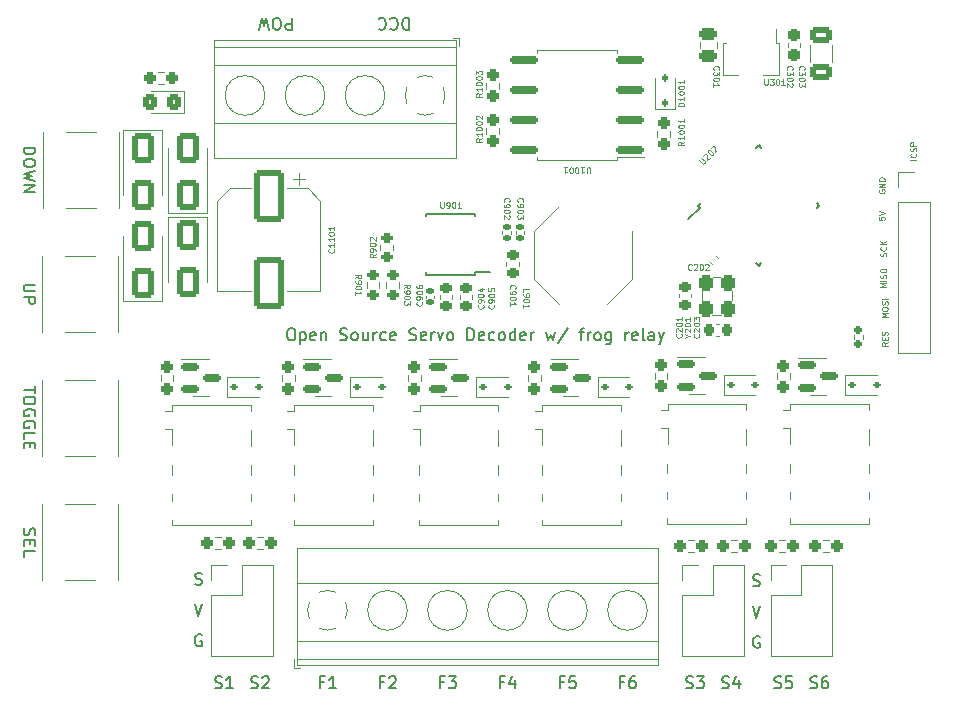
<source format=gbr>
%TF.GenerationSoftware,KiCad,Pcbnew,7.0.7*%
%TF.CreationDate,2023-12-19T09:30:13+01:00*%
%TF.ProjectId,OS-servoDriver_relay,4f532d73-6572-4766-9f44-72697665725f,rev?*%
%TF.SameCoordinates,Original*%
%TF.FileFunction,Legend,Top*%
%TF.FilePolarity,Positive*%
%FSLAX46Y46*%
G04 Gerber Fmt 4.6, Leading zero omitted, Abs format (unit mm)*
G04 Created by KiCad (PCBNEW 7.0.7) date 2023-12-19 09:30:13*
%MOMM*%
%LPD*%
G01*
G04 APERTURE LIST*
G04 Aperture macros list*
%AMRoundRect*
0 Rectangle with rounded corners*
0 $1 Rounding radius*
0 $2 $3 $4 $5 $6 $7 $8 $9 X,Y pos of 4 corners*
0 Add a 4 corners polygon primitive as box body*
4,1,4,$2,$3,$4,$5,$6,$7,$8,$9,$2,$3,0*
0 Add four circle primitives for the rounded corners*
1,1,$1+$1,$2,$3*
1,1,$1+$1,$4,$5*
1,1,$1+$1,$6,$7*
1,1,$1+$1,$8,$9*
0 Add four rect primitives between the rounded corners*
20,1,$1+$1,$2,$3,$4,$5,0*
20,1,$1+$1,$4,$5,$6,$7,0*
20,1,$1+$1,$6,$7,$8,$9,0*
20,1,$1+$1,$8,$9,$2,$3,0*%
%AMRotRect*
0 Rectangle, with rotation*
0 The origin of the aperture is its center*
0 $1 length*
0 $2 width*
0 $3 Rotation angle, in degrees counterclockwise*
0 Add horizontal line*
21,1,$1,$2,0,0,$3*%
%AMFreePoly0*
4,1,9,3.862500,-0.866500,0.737500,-0.866500,0.737500,-0.450000,-0.737500,-0.450000,-0.737500,0.450000,0.737500,0.450000,0.737500,0.866500,3.862500,0.866500,3.862500,-0.866500,3.862500,-0.866500,$1*%
G04 Aperture macros list end*
%ADD10C,0.150000*%
%ADD11C,0.075000*%
%ADD12C,0.120000*%
%ADD13RoundRect,0.250000X-1.000000X1.950000X-1.000000X-1.950000X1.000000X-1.950000X1.000000X1.950000X0*%
%ADD14RoundRect,0.237500X0.237500X-0.250000X0.237500X0.250000X-0.237500X0.250000X-0.237500X-0.250000X0*%
%ADD15RoundRect,0.112500X-0.187500X-0.112500X0.187500X-0.112500X0.187500X0.112500X-0.187500X0.112500X0*%
%ADD16RoundRect,0.225000X-0.250000X0.225000X-0.250000X-0.225000X0.250000X-0.225000X0.250000X0.225000X0*%
%ADD17RoundRect,0.140000X0.170000X-0.140000X0.170000X0.140000X-0.170000X0.140000X-0.170000X-0.140000X0*%
%ADD18RoundRect,0.250000X0.650000X-1.000000X0.650000X1.000000X-0.650000X1.000000X-0.650000X-1.000000X0*%
%ADD19RoundRect,0.112500X0.112500X-0.187500X0.112500X0.187500X-0.112500X0.187500X-0.112500X-0.187500X0*%
%ADD20RoundRect,0.225000X0.250000X-0.225000X0.250000X0.225000X-0.250000X0.225000X-0.250000X-0.225000X0*%
%ADD21R,1.800000X0.800000*%
%ADD22RoundRect,0.250000X-0.650000X1.000000X-0.650000X-1.000000X0.650000X-1.000000X0.650000X1.000000X0*%
%ADD23RoundRect,0.160000X0.160000X-0.197500X0.160000X0.197500X-0.160000X0.197500X-0.160000X-0.197500X0*%
%ADD24RoundRect,0.250000X-0.475000X0.250000X-0.475000X-0.250000X0.475000X-0.250000X0.475000X0.250000X0*%
%ADD25RoundRect,0.237500X0.250000X0.237500X-0.250000X0.237500X-0.250000X-0.237500X0.250000X-0.237500X0*%
%ADD26C,3.200000*%
%ADD27R,1.300000X1.550000*%
%ADD28R,1.910000X0.610000*%
%ADD29R,1.205000X1.550000*%
%ADD30RoundRect,0.150000X-0.587500X-0.150000X0.587500X-0.150000X0.587500X0.150000X-0.587500X0.150000X0*%
%ADD31RoundRect,0.200000X0.275000X-0.200000X0.275000X0.200000X-0.275000X0.200000X-0.275000X-0.200000X0*%
%ADD32R,1.700000X1.700000*%
%ADD33O,1.700000X1.700000*%
%ADD34RoundRect,0.250000X-0.650000X0.412500X-0.650000X-0.412500X0.650000X-0.412500X0.650000X0.412500X0*%
%ADD35R,3.200000X2.000000*%
%ADD36RoundRect,0.162500X1.012500X0.162500X-1.012500X0.162500X-1.012500X-0.162500X1.012500X-0.162500X0*%
%ADD37RoundRect,0.237500X-0.237500X0.300000X-0.237500X-0.300000X0.237500X-0.300000X0.237500X0.300000X0*%
%ADD38RoundRect,0.300000X-0.300000X0.400000X-0.300000X-0.400000X0.300000X-0.400000X0.300000X0.400000X0*%
%ADD39R,0.900000X1.300000*%
%ADD40FreePoly0,270.000000*%
%ADD41RotRect,1.600000X0.550000X45.000000*%
%ADD42RotRect,1.600000X0.550000X135.000000*%
%ADD43RoundRect,0.225000X-0.225000X-0.250000X0.225000X-0.250000X0.225000X0.250000X-0.225000X0.250000X0*%
%ADD44R,2.600000X2.600000*%
%ADD45C,2.600000*%
%ADD46RoundRect,0.200000X-0.275000X0.200000X-0.275000X-0.200000X0.275000X-0.200000X0.275000X0.200000X0*%
%ADD47RoundRect,0.237500X-0.250000X-0.237500X0.250000X-0.237500X0.250000X0.237500X-0.250000X0.237500X0*%
%ADD48RoundRect,0.250000X0.325000X0.450000X-0.325000X0.450000X-0.325000X-0.450000X0.325000X-0.450000X0*%
%ADD49RoundRect,0.140000X0.219203X0.021213X0.021213X0.219203X-0.219203X-0.021213X-0.021213X-0.219203X0*%
G04 APERTURE END LIST*
D10*
X194202255Y-129425819D02*
X194392731Y-129425819D01*
X194392731Y-129425819D02*
X194487969Y-129473438D01*
X194487969Y-129473438D02*
X194583207Y-129568676D01*
X194583207Y-129568676D02*
X194630826Y-129759152D01*
X194630826Y-129759152D02*
X194630826Y-130092485D01*
X194630826Y-130092485D02*
X194583207Y-130282961D01*
X194583207Y-130282961D02*
X194487969Y-130378200D01*
X194487969Y-130378200D02*
X194392731Y-130425819D01*
X194392731Y-130425819D02*
X194202255Y-130425819D01*
X194202255Y-130425819D02*
X194107017Y-130378200D01*
X194107017Y-130378200D02*
X194011779Y-130282961D01*
X194011779Y-130282961D02*
X193964160Y-130092485D01*
X193964160Y-130092485D02*
X193964160Y-129759152D01*
X193964160Y-129759152D02*
X194011779Y-129568676D01*
X194011779Y-129568676D02*
X194107017Y-129473438D01*
X194107017Y-129473438D02*
X194202255Y-129425819D01*
X195059398Y-129759152D02*
X195059398Y-130759152D01*
X195059398Y-129806771D02*
X195154636Y-129759152D01*
X195154636Y-129759152D02*
X195345112Y-129759152D01*
X195345112Y-129759152D02*
X195440350Y-129806771D01*
X195440350Y-129806771D02*
X195487969Y-129854390D01*
X195487969Y-129854390D02*
X195535588Y-129949628D01*
X195535588Y-129949628D02*
X195535588Y-130235342D01*
X195535588Y-130235342D02*
X195487969Y-130330580D01*
X195487969Y-130330580D02*
X195440350Y-130378200D01*
X195440350Y-130378200D02*
X195345112Y-130425819D01*
X195345112Y-130425819D02*
X195154636Y-130425819D01*
X195154636Y-130425819D02*
X195059398Y-130378200D01*
X196345112Y-130378200D02*
X196249874Y-130425819D01*
X196249874Y-130425819D02*
X196059398Y-130425819D01*
X196059398Y-130425819D02*
X195964160Y-130378200D01*
X195964160Y-130378200D02*
X195916541Y-130282961D01*
X195916541Y-130282961D02*
X195916541Y-129902009D01*
X195916541Y-129902009D02*
X195964160Y-129806771D01*
X195964160Y-129806771D02*
X196059398Y-129759152D01*
X196059398Y-129759152D02*
X196249874Y-129759152D01*
X196249874Y-129759152D02*
X196345112Y-129806771D01*
X196345112Y-129806771D02*
X196392731Y-129902009D01*
X196392731Y-129902009D02*
X196392731Y-129997247D01*
X196392731Y-129997247D02*
X195916541Y-130092485D01*
X196821303Y-129759152D02*
X196821303Y-130425819D01*
X196821303Y-129854390D02*
X196868922Y-129806771D01*
X196868922Y-129806771D02*
X196964160Y-129759152D01*
X196964160Y-129759152D02*
X197107017Y-129759152D01*
X197107017Y-129759152D02*
X197202255Y-129806771D01*
X197202255Y-129806771D02*
X197249874Y-129902009D01*
X197249874Y-129902009D02*
X197249874Y-130425819D01*
X198440351Y-130378200D02*
X198583208Y-130425819D01*
X198583208Y-130425819D02*
X198821303Y-130425819D01*
X198821303Y-130425819D02*
X198916541Y-130378200D01*
X198916541Y-130378200D02*
X198964160Y-130330580D01*
X198964160Y-130330580D02*
X199011779Y-130235342D01*
X199011779Y-130235342D02*
X199011779Y-130140104D01*
X199011779Y-130140104D02*
X198964160Y-130044866D01*
X198964160Y-130044866D02*
X198916541Y-129997247D01*
X198916541Y-129997247D02*
X198821303Y-129949628D01*
X198821303Y-129949628D02*
X198630827Y-129902009D01*
X198630827Y-129902009D02*
X198535589Y-129854390D01*
X198535589Y-129854390D02*
X198487970Y-129806771D01*
X198487970Y-129806771D02*
X198440351Y-129711533D01*
X198440351Y-129711533D02*
X198440351Y-129616295D01*
X198440351Y-129616295D02*
X198487970Y-129521057D01*
X198487970Y-129521057D02*
X198535589Y-129473438D01*
X198535589Y-129473438D02*
X198630827Y-129425819D01*
X198630827Y-129425819D02*
X198868922Y-129425819D01*
X198868922Y-129425819D02*
X199011779Y-129473438D01*
X199583208Y-130425819D02*
X199487970Y-130378200D01*
X199487970Y-130378200D02*
X199440351Y-130330580D01*
X199440351Y-130330580D02*
X199392732Y-130235342D01*
X199392732Y-130235342D02*
X199392732Y-129949628D01*
X199392732Y-129949628D02*
X199440351Y-129854390D01*
X199440351Y-129854390D02*
X199487970Y-129806771D01*
X199487970Y-129806771D02*
X199583208Y-129759152D01*
X199583208Y-129759152D02*
X199726065Y-129759152D01*
X199726065Y-129759152D02*
X199821303Y-129806771D01*
X199821303Y-129806771D02*
X199868922Y-129854390D01*
X199868922Y-129854390D02*
X199916541Y-129949628D01*
X199916541Y-129949628D02*
X199916541Y-130235342D01*
X199916541Y-130235342D02*
X199868922Y-130330580D01*
X199868922Y-130330580D02*
X199821303Y-130378200D01*
X199821303Y-130378200D02*
X199726065Y-130425819D01*
X199726065Y-130425819D02*
X199583208Y-130425819D01*
X200773684Y-129759152D02*
X200773684Y-130425819D01*
X200345113Y-129759152D02*
X200345113Y-130282961D01*
X200345113Y-130282961D02*
X200392732Y-130378200D01*
X200392732Y-130378200D02*
X200487970Y-130425819D01*
X200487970Y-130425819D02*
X200630827Y-130425819D01*
X200630827Y-130425819D02*
X200726065Y-130378200D01*
X200726065Y-130378200D02*
X200773684Y-130330580D01*
X201249875Y-130425819D02*
X201249875Y-129759152D01*
X201249875Y-129949628D02*
X201297494Y-129854390D01*
X201297494Y-129854390D02*
X201345113Y-129806771D01*
X201345113Y-129806771D02*
X201440351Y-129759152D01*
X201440351Y-129759152D02*
X201535589Y-129759152D01*
X202297494Y-130378200D02*
X202202256Y-130425819D01*
X202202256Y-130425819D02*
X202011780Y-130425819D01*
X202011780Y-130425819D02*
X201916542Y-130378200D01*
X201916542Y-130378200D02*
X201868923Y-130330580D01*
X201868923Y-130330580D02*
X201821304Y-130235342D01*
X201821304Y-130235342D02*
X201821304Y-129949628D01*
X201821304Y-129949628D02*
X201868923Y-129854390D01*
X201868923Y-129854390D02*
X201916542Y-129806771D01*
X201916542Y-129806771D02*
X202011780Y-129759152D01*
X202011780Y-129759152D02*
X202202256Y-129759152D01*
X202202256Y-129759152D02*
X202297494Y-129806771D01*
X203107018Y-130378200D02*
X203011780Y-130425819D01*
X203011780Y-130425819D02*
X202821304Y-130425819D01*
X202821304Y-130425819D02*
X202726066Y-130378200D01*
X202726066Y-130378200D02*
X202678447Y-130282961D01*
X202678447Y-130282961D02*
X202678447Y-129902009D01*
X202678447Y-129902009D02*
X202726066Y-129806771D01*
X202726066Y-129806771D02*
X202821304Y-129759152D01*
X202821304Y-129759152D02*
X203011780Y-129759152D01*
X203011780Y-129759152D02*
X203107018Y-129806771D01*
X203107018Y-129806771D02*
X203154637Y-129902009D01*
X203154637Y-129902009D02*
X203154637Y-129997247D01*
X203154637Y-129997247D02*
X202678447Y-130092485D01*
X204297495Y-130378200D02*
X204440352Y-130425819D01*
X204440352Y-130425819D02*
X204678447Y-130425819D01*
X204678447Y-130425819D02*
X204773685Y-130378200D01*
X204773685Y-130378200D02*
X204821304Y-130330580D01*
X204821304Y-130330580D02*
X204868923Y-130235342D01*
X204868923Y-130235342D02*
X204868923Y-130140104D01*
X204868923Y-130140104D02*
X204821304Y-130044866D01*
X204821304Y-130044866D02*
X204773685Y-129997247D01*
X204773685Y-129997247D02*
X204678447Y-129949628D01*
X204678447Y-129949628D02*
X204487971Y-129902009D01*
X204487971Y-129902009D02*
X204392733Y-129854390D01*
X204392733Y-129854390D02*
X204345114Y-129806771D01*
X204345114Y-129806771D02*
X204297495Y-129711533D01*
X204297495Y-129711533D02*
X204297495Y-129616295D01*
X204297495Y-129616295D02*
X204345114Y-129521057D01*
X204345114Y-129521057D02*
X204392733Y-129473438D01*
X204392733Y-129473438D02*
X204487971Y-129425819D01*
X204487971Y-129425819D02*
X204726066Y-129425819D01*
X204726066Y-129425819D02*
X204868923Y-129473438D01*
X205678447Y-130378200D02*
X205583209Y-130425819D01*
X205583209Y-130425819D02*
X205392733Y-130425819D01*
X205392733Y-130425819D02*
X205297495Y-130378200D01*
X205297495Y-130378200D02*
X205249876Y-130282961D01*
X205249876Y-130282961D02*
X205249876Y-129902009D01*
X205249876Y-129902009D02*
X205297495Y-129806771D01*
X205297495Y-129806771D02*
X205392733Y-129759152D01*
X205392733Y-129759152D02*
X205583209Y-129759152D01*
X205583209Y-129759152D02*
X205678447Y-129806771D01*
X205678447Y-129806771D02*
X205726066Y-129902009D01*
X205726066Y-129902009D02*
X205726066Y-129997247D01*
X205726066Y-129997247D02*
X205249876Y-130092485D01*
X206154638Y-130425819D02*
X206154638Y-129759152D01*
X206154638Y-129949628D02*
X206202257Y-129854390D01*
X206202257Y-129854390D02*
X206249876Y-129806771D01*
X206249876Y-129806771D02*
X206345114Y-129759152D01*
X206345114Y-129759152D02*
X206440352Y-129759152D01*
X206678448Y-129759152D02*
X206916543Y-130425819D01*
X206916543Y-130425819D02*
X207154638Y-129759152D01*
X207678448Y-130425819D02*
X207583210Y-130378200D01*
X207583210Y-130378200D02*
X207535591Y-130330580D01*
X207535591Y-130330580D02*
X207487972Y-130235342D01*
X207487972Y-130235342D02*
X207487972Y-129949628D01*
X207487972Y-129949628D02*
X207535591Y-129854390D01*
X207535591Y-129854390D02*
X207583210Y-129806771D01*
X207583210Y-129806771D02*
X207678448Y-129759152D01*
X207678448Y-129759152D02*
X207821305Y-129759152D01*
X207821305Y-129759152D02*
X207916543Y-129806771D01*
X207916543Y-129806771D02*
X207964162Y-129854390D01*
X207964162Y-129854390D02*
X208011781Y-129949628D01*
X208011781Y-129949628D02*
X208011781Y-130235342D01*
X208011781Y-130235342D02*
X207964162Y-130330580D01*
X207964162Y-130330580D02*
X207916543Y-130378200D01*
X207916543Y-130378200D02*
X207821305Y-130425819D01*
X207821305Y-130425819D02*
X207678448Y-130425819D01*
X209202258Y-130425819D02*
X209202258Y-129425819D01*
X209202258Y-129425819D02*
X209440353Y-129425819D01*
X209440353Y-129425819D02*
X209583210Y-129473438D01*
X209583210Y-129473438D02*
X209678448Y-129568676D01*
X209678448Y-129568676D02*
X209726067Y-129663914D01*
X209726067Y-129663914D02*
X209773686Y-129854390D01*
X209773686Y-129854390D02*
X209773686Y-129997247D01*
X209773686Y-129997247D02*
X209726067Y-130187723D01*
X209726067Y-130187723D02*
X209678448Y-130282961D01*
X209678448Y-130282961D02*
X209583210Y-130378200D01*
X209583210Y-130378200D02*
X209440353Y-130425819D01*
X209440353Y-130425819D02*
X209202258Y-130425819D01*
X210583210Y-130378200D02*
X210487972Y-130425819D01*
X210487972Y-130425819D02*
X210297496Y-130425819D01*
X210297496Y-130425819D02*
X210202258Y-130378200D01*
X210202258Y-130378200D02*
X210154639Y-130282961D01*
X210154639Y-130282961D02*
X210154639Y-129902009D01*
X210154639Y-129902009D02*
X210202258Y-129806771D01*
X210202258Y-129806771D02*
X210297496Y-129759152D01*
X210297496Y-129759152D02*
X210487972Y-129759152D01*
X210487972Y-129759152D02*
X210583210Y-129806771D01*
X210583210Y-129806771D02*
X210630829Y-129902009D01*
X210630829Y-129902009D02*
X210630829Y-129997247D01*
X210630829Y-129997247D02*
X210154639Y-130092485D01*
X211487972Y-130378200D02*
X211392734Y-130425819D01*
X211392734Y-130425819D02*
X211202258Y-130425819D01*
X211202258Y-130425819D02*
X211107020Y-130378200D01*
X211107020Y-130378200D02*
X211059401Y-130330580D01*
X211059401Y-130330580D02*
X211011782Y-130235342D01*
X211011782Y-130235342D02*
X211011782Y-129949628D01*
X211011782Y-129949628D02*
X211059401Y-129854390D01*
X211059401Y-129854390D02*
X211107020Y-129806771D01*
X211107020Y-129806771D02*
X211202258Y-129759152D01*
X211202258Y-129759152D02*
X211392734Y-129759152D01*
X211392734Y-129759152D02*
X211487972Y-129806771D01*
X212059401Y-130425819D02*
X211964163Y-130378200D01*
X211964163Y-130378200D02*
X211916544Y-130330580D01*
X211916544Y-130330580D02*
X211868925Y-130235342D01*
X211868925Y-130235342D02*
X211868925Y-129949628D01*
X211868925Y-129949628D02*
X211916544Y-129854390D01*
X211916544Y-129854390D02*
X211964163Y-129806771D01*
X211964163Y-129806771D02*
X212059401Y-129759152D01*
X212059401Y-129759152D02*
X212202258Y-129759152D01*
X212202258Y-129759152D02*
X212297496Y-129806771D01*
X212297496Y-129806771D02*
X212345115Y-129854390D01*
X212345115Y-129854390D02*
X212392734Y-129949628D01*
X212392734Y-129949628D02*
X212392734Y-130235342D01*
X212392734Y-130235342D02*
X212345115Y-130330580D01*
X212345115Y-130330580D02*
X212297496Y-130378200D01*
X212297496Y-130378200D02*
X212202258Y-130425819D01*
X212202258Y-130425819D02*
X212059401Y-130425819D01*
X213249877Y-130425819D02*
X213249877Y-129425819D01*
X213249877Y-130378200D02*
X213154639Y-130425819D01*
X213154639Y-130425819D02*
X212964163Y-130425819D01*
X212964163Y-130425819D02*
X212868925Y-130378200D01*
X212868925Y-130378200D02*
X212821306Y-130330580D01*
X212821306Y-130330580D02*
X212773687Y-130235342D01*
X212773687Y-130235342D02*
X212773687Y-129949628D01*
X212773687Y-129949628D02*
X212821306Y-129854390D01*
X212821306Y-129854390D02*
X212868925Y-129806771D01*
X212868925Y-129806771D02*
X212964163Y-129759152D01*
X212964163Y-129759152D02*
X213154639Y-129759152D01*
X213154639Y-129759152D02*
X213249877Y-129806771D01*
X214107020Y-130378200D02*
X214011782Y-130425819D01*
X214011782Y-130425819D02*
X213821306Y-130425819D01*
X213821306Y-130425819D02*
X213726068Y-130378200D01*
X213726068Y-130378200D02*
X213678449Y-130282961D01*
X213678449Y-130282961D02*
X213678449Y-129902009D01*
X213678449Y-129902009D02*
X213726068Y-129806771D01*
X213726068Y-129806771D02*
X213821306Y-129759152D01*
X213821306Y-129759152D02*
X214011782Y-129759152D01*
X214011782Y-129759152D02*
X214107020Y-129806771D01*
X214107020Y-129806771D02*
X214154639Y-129902009D01*
X214154639Y-129902009D02*
X214154639Y-129997247D01*
X214154639Y-129997247D02*
X213678449Y-130092485D01*
X214583211Y-130425819D02*
X214583211Y-129759152D01*
X214583211Y-129949628D02*
X214630830Y-129854390D01*
X214630830Y-129854390D02*
X214678449Y-129806771D01*
X214678449Y-129806771D02*
X214773687Y-129759152D01*
X214773687Y-129759152D02*
X214868925Y-129759152D01*
X215868926Y-129759152D02*
X216059402Y-130425819D01*
X216059402Y-130425819D02*
X216249878Y-129949628D01*
X216249878Y-129949628D02*
X216440354Y-130425819D01*
X216440354Y-130425819D02*
X216630830Y-129759152D01*
X217726068Y-129378200D02*
X216868926Y-130663914D01*
X218678450Y-129759152D02*
X219059402Y-129759152D01*
X218821307Y-130425819D02*
X218821307Y-129568676D01*
X218821307Y-129568676D02*
X218868926Y-129473438D01*
X218868926Y-129473438D02*
X218964164Y-129425819D01*
X218964164Y-129425819D02*
X219059402Y-129425819D01*
X219392736Y-130425819D02*
X219392736Y-129759152D01*
X219392736Y-129949628D02*
X219440355Y-129854390D01*
X219440355Y-129854390D02*
X219487974Y-129806771D01*
X219487974Y-129806771D02*
X219583212Y-129759152D01*
X219583212Y-129759152D02*
X219678450Y-129759152D01*
X220154641Y-130425819D02*
X220059403Y-130378200D01*
X220059403Y-130378200D02*
X220011784Y-130330580D01*
X220011784Y-130330580D02*
X219964165Y-130235342D01*
X219964165Y-130235342D02*
X219964165Y-129949628D01*
X219964165Y-129949628D02*
X220011784Y-129854390D01*
X220011784Y-129854390D02*
X220059403Y-129806771D01*
X220059403Y-129806771D02*
X220154641Y-129759152D01*
X220154641Y-129759152D02*
X220297498Y-129759152D01*
X220297498Y-129759152D02*
X220392736Y-129806771D01*
X220392736Y-129806771D02*
X220440355Y-129854390D01*
X220440355Y-129854390D02*
X220487974Y-129949628D01*
X220487974Y-129949628D02*
X220487974Y-130235342D01*
X220487974Y-130235342D02*
X220440355Y-130330580D01*
X220440355Y-130330580D02*
X220392736Y-130378200D01*
X220392736Y-130378200D02*
X220297498Y-130425819D01*
X220297498Y-130425819D02*
X220154641Y-130425819D01*
X221345117Y-129759152D02*
X221345117Y-130568676D01*
X221345117Y-130568676D02*
X221297498Y-130663914D01*
X221297498Y-130663914D02*
X221249879Y-130711533D01*
X221249879Y-130711533D02*
X221154641Y-130759152D01*
X221154641Y-130759152D02*
X221011784Y-130759152D01*
X221011784Y-130759152D02*
X220916546Y-130711533D01*
X221345117Y-130378200D02*
X221249879Y-130425819D01*
X221249879Y-130425819D02*
X221059403Y-130425819D01*
X221059403Y-130425819D02*
X220964165Y-130378200D01*
X220964165Y-130378200D02*
X220916546Y-130330580D01*
X220916546Y-130330580D02*
X220868927Y-130235342D01*
X220868927Y-130235342D02*
X220868927Y-129949628D01*
X220868927Y-129949628D02*
X220916546Y-129854390D01*
X220916546Y-129854390D02*
X220964165Y-129806771D01*
X220964165Y-129806771D02*
X221059403Y-129759152D01*
X221059403Y-129759152D02*
X221249879Y-129759152D01*
X221249879Y-129759152D02*
X221345117Y-129806771D01*
X222583213Y-130425819D02*
X222583213Y-129759152D01*
X222583213Y-129949628D02*
X222630832Y-129854390D01*
X222630832Y-129854390D02*
X222678451Y-129806771D01*
X222678451Y-129806771D02*
X222773689Y-129759152D01*
X222773689Y-129759152D02*
X222868927Y-129759152D01*
X223583213Y-130378200D02*
X223487975Y-130425819D01*
X223487975Y-130425819D02*
X223297499Y-130425819D01*
X223297499Y-130425819D02*
X223202261Y-130378200D01*
X223202261Y-130378200D02*
X223154642Y-130282961D01*
X223154642Y-130282961D02*
X223154642Y-129902009D01*
X223154642Y-129902009D02*
X223202261Y-129806771D01*
X223202261Y-129806771D02*
X223297499Y-129759152D01*
X223297499Y-129759152D02*
X223487975Y-129759152D01*
X223487975Y-129759152D02*
X223583213Y-129806771D01*
X223583213Y-129806771D02*
X223630832Y-129902009D01*
X223630832Y-129902009D02*
X223630832Y-129997247D01*
X223630832Y-129997247D02*
X223154642Y-130092485D01*
X224202261Y-130425819D02*
X224107023Y-130378200D01*
X224107023Y-130378200D02*
X224059404Y-130282961D01*
X224059404Y-130282961D02*
X224059404Y-129425819D01*
X225011785Y-130425819D02*
X225011785Y-129902009D01*
X225011785Y-129902009D02*
X224964166Y-129806771D01*
X224964166Y-129806771D02*
X224868928Y-129759152D01*
X224868928Y-129759152D02*
X224678452Y-129759152D01*
X224678452Y-129759152D02*
X224583214Y-129806771D01*
X225011785Y-130378200D02*
X224916547Y-130425819D01*
X224916547Y-130425819D02*
X224678452Y-130425819D01*
X224678452Y-130425819D02*
X224583214Y-130378200D01*
X224583214Y-130378200D02*
X224535595Y-130282961D01*
X224535595Y-130282961D02*
X224535595Y-130187723D01*
X224535595Y-130187723D02*
X224583214Y-130092485D01*
X224583214Y-130092485D02*
X224678452Y-130044866D01*
X224678452Y-130044866D02*
X224916547Y-130044866D01*
X224916547Y-130044866D02*
X225011785Y-129997247D01*
X225392738Y-129759152D02*
X225630833Y-130425819D01*
X225868928Y-129759152D02*
X225630833Y-130425819D01*
X225630833Y-130425819D02*
X225535595Y-130663914D01*
X225535595Y-130663914D02*
X225487976Y-130711533D01*
X225487976Y-130711533D02*
X225392738Y-130759152D01*
D11*
X247203909Y-115147610D02*
X246703909Y-115147610D01*
X247156290Y-114623801D02*
X247180100Y-114647610D01*
X247180100Y-114647610D02*
X247203909Y-114719039D01*
X247203909Y-114719039D02*
X247203909Y-114766658D01*
X247203909Y-114766658D02*
X247180100Y-114838086D01*
X247180100Y-114838086D02*
X247132480Y-114885705D01*
X247132480Y-114885705D02*
X247084861Y-114909515D01*
X247084861Y-114909515D02*
X246989623Y-114933324D01*
X246989623Y-114933324D02*
X246918195Y-114933324D01*
X246918195Y-114933324D02*
X246822957Y-114909515D01*
X246822957Y-114909515D02*
X246775338Y-114885705D01*
X246775338Y-114885705D02*
X246727719Y-114838086D01*
X246727719Y-114838086D02*
X246703909Y-114766658D01*
X246703909Y-114766658D02*
X246703909Y-114719039D01*
X246703909Y-114719039D02*
X246727719Y-114647610D01*
X246727719Y-114647610D02*
X246751528Y-114623801D01*
X247180100Y-114433324D02*
X247203909Y-114361896D01*
X247203909Y-114361896D02*
X247203909Y-114242848D01*
X247203909Y-114242848D02*
X247180100Y-114195229D01*
X247180100Y-114195229D02*
X247156290Y-114171420D01*
X247156290Y-114171420D02*
X247108671Y-114147610D01*
X247108671Y-114147610D02*
X247061052Y-114147610D01*
X247061052Y-114147610D02*
X247013433Y-114171420D01*
X247013433Y-114171420D02*
X246989623Y-114195229D01*
X246989623Y-114195229D02*
X246965814Y-114242848D01*
X246965814Y-114242848D02*
X246942004Y-114338086D01*
X246942004Y-114338086D02*
X246918195Y-114385705D01*
X246918195Y-114385705D02*
X246894385Y-114409515D01*
X246894385Y-114409515D02*
X246846766Y-114433324D01*
X246846766Y-114433324D02*
X246799147Y-114433324D01*
X246799147Y-114433324D02*
X246751528Y-114409515D01*
X246751528Y-114409515D02*
X246727719Y-114385705D01*
X246727719Y-114385705D02*
X246703909Y-114338086D01*
X246703909Y-114338086D02*
X246703909Y-114219039D01*
X246703909Y-114219039D02*
X246727719Y-114147610D01*
X247203909Y-113933325D02*
X246703909Y-113933325D01*
X246703909Y-113933325D02*
X246703909Y-113742849D01*
X246703909Y-113742849D02*
X246727719Y-113695230D01*
X246727719Y-113695230D02*
X246751528Y-113671420D01*
X246751528Y-113671420D02*
X246799147Y-113647611D01*
X246799147Y-113647611D02*
X246870576Y-113647611D01*
X246870576Y-113647611D02*
X246918195Y-113671420D01*
X246918195Y-113671420D02*
X246942004Y-113695230D01*
X246942004Y-113695230D02*
X246965814Y-113742849D01*
X246965814Y-113742849D02*
X246965814Y-113933325D01*
D10*
X172630180Y-125714286D02*
X171820657Y-125714286D01*
X171820657Y-125714286D02*
X171725419Y-125761905D01*
X171725419Y-125761905D02*
X171677800Y-125809524D01*
X171677800Y-125809524D02*
X171630180Y-125904762D01*
X171630180Y-125904762D02*
X171630180Y-126095238D01*
X171630180Y-126095238D02*
X171677800Y-126190476D01*
X171677800Y-126190476D02*
X171725419Y-126238095D01*
X171725419Y-126238095D02*
X171820657Y-126285714D01*
X171820657Y-126285714D02*
X172630180Y-126285714D01*
X171630180Y-126761905D02*
X172630180Y-126761905D01*
X172630180Y-126761905D02*
X172630180Y-127142857D01*
X172630180Y-127142857D02*
X172582561Y-127238095D01*
X172582561Y-127238095D02*
X172534942Y-127285714D01*
X172534942Y-127285714D02*
X172439704Y-127333333D01*
X172439704Y-127333333D02*
X172296847Y-127333333D01*
X172296847Y-127333333D02*
X172201609Y-127285714D01*
X172201609Y-127285714D02*
X172153990Y-127238095D01*
X172153990Y-127238095D02*
X172106371Y-127142857D01*
X172106371Y-127142857D02*
X172106371Y-126761905D01*
X238252095Y-159842200D02*
X238394952Y-159889819D01*
X238394952Y-159889819D02*
X238633047Y-159889819D01*
X238633047Y-159889819D02*
X238728285Y-159842200D01*
X238728285Y-159842200D02*
X238775904Y-159794580D01*
X238775904Y-159794580D02*
X238823523Y-159699342D01*
X238823523Y-159699342D02*
X238823523Y-159604104D01*
X238823523Y-159604104D02*
X238775904Y-159508866D01*
X238775904Y-159508866D02*
X238728285Y-159461247D01*
X238728285Y-159461247D02*
X238633047Y-159413628D01*
X238633047Y-159413628D02*
X238442571Y-159366009D01*
X238442571Y-159366009D02*
X238347333Y-159318390D01*
X238347333Y-159318390D02*
X238299714Y-159270771D01*
X238299714Y-159270771D02*
X238252095Y-159175533D01*
X238252095Y-159175533D02*
X238252095Y-159080295D01*
X238252095Y-159080295D02*
X238299714Y-158985057D01*
X238299714Y-158985057D02*
X238347333Y-158937438D01*
X238347333Y-158937438D02*
X238442571Y-158889819D01*
X238442571Y-158889819D02*
X238680666Y-158889819D01*
X238680666Y-158889819D02*
X238823523Y-158937438D01*
X239680666Y-158889819D02*
X239490190Y-158889819D01*
X239490190Y-158889819D02*
X239394952Y-158937438D01*
X239394952Y-158937438D02*
X239347333Y-158985057D01*
X239347333Y-158985057D02*
X239252095Y-159127914D01*
X239252095Y-159127914D02*
X239204476Y-159318390D01*
X239204476Y-159318390D02*
X239204476Y-159699342D01*
X239204476Y-159699342D02*
X239252095Y-159794580D01*
X239252095Y-159794580D02*
X239299714Y-159842200D01*
X239299714Y-159842200D02*
X239394952Y-159889819D01*
X239394952Y-159889819D02*
X239585428Y-159889819D01*
X239585428Y-159889819D02*
X239680666Y-159842200D01*
X239680666Y-159842200D02*
X239728285Y-159794580D01*
X239728285Y-159794580D02*
X239775904Y-159699342D01*
X239775904Y-159699342D02*
X239775904Y-159461247D01*
X239775904Y-159461247D02*
X239728285Y-159366009D01*
X239728285Y-159366009D02*
X239680666Y-159318390D01*
X239680666Y-159318390D02*
X239585428Y-159270771D01*
X239585428Y-159270771D02*
X239394952Y-159270771D01*
X239394952Y-159270771D02*
X239299714Y-159318390D01*
X239299714Y-159318390D02*
X239252095Y-159366009D01*
X239252095Y-159366009D02*
X239204476Y-159461247D01*
X233394286Y-151206200D02*
X233537143Y-151253819D01*
X233537143Y-151253819D02*
X233775238Y-151253819D01*
X233775238Y-151253819D02*
X233870476Y-151206200D01*
X233870476Y-151206200D02*
X233918095Y-151158580D01*
X233918095Y-151158580D02*
X233965714Y-151063342D01*
X233965714Y-151063342D02*
X233965714Y-150968104D01*
X233965714Y-150968104D02*
X233918095Y-150872866D01*
X233918095Y-150872866D02*
X233870476Y-150825247D01*
X233870476Y-150825247D02*
X233775238Y-150777628D01*
X233775238Y-150777628D02*
X233584762Y-150730009D01*
X233584762Y-150730009D02*
X233489524Y-150682390D01*
X233489524Y-150682390D02*
X233441905Y-150634771D01*
X233441905Y-150634771D02*
X233394286Y-150539533D01*
X233394286Y-150539533D02*
X233394286Y-150444295D01*
X233394286Y-150444295D02*
X233441905Y-150349057D01*
X233441905Y-150349057D02*
X233489524Y-150301438D01*
X233489524Y-150301438D02*
X233584762Y-150253819D01*
X233584762Y-150253819D02*
X233822857Y-150253819D01*
X233822857Y-150253819D02*
X233965714Y-150301438D01*
D11*
X244663909Y-125942610D02*
X244163909Y-125942610D01*
X244163909Y-125942610D02*
X244521052Y-125775943D01*
X244521052Y-125775943D02*
X244163909Y-125609277D01*
X244163909Y-125609277D02*
X244663909Y-125609277D01*
X244663909Y-125371181D02*
X244163909Y-125371181D01*
X244640100Y-125156895D02*
X244663909Y-125085467D01*
X244663909Y-125085467D02*
X244663909Y-124966419D01*
X244663909Y-124966419D02*
X244640100Y-124918800D01*
X244640100Y-124918800D02*
X244616290Y-124894991D01*
X244616290Y-124894991D02*
X244568671Y-124871181D01*
X244568671Y-124871181D02*
X244521052Y-124871181D01*
X244521052Y-124871181D02*
X244473433Y-124894991D01*
X244473433Y-124894991D02*
X244449623Y-124918800D01*
X244449623Y-124918800D02*
X244425814Y-124966419D01*
X244425814Y-124966419D02*
X244402004Y-125061657D01*
X244402004Y-125061657D02*
X244378195Y-125109276D01*
X244378195Y-125109276D02*
X244354385Y-125133086D01*
X244354385Y-125133086D02*
X244306766Y-125156895D01*
X244306766Y-125156895D02*
X244259147Y-125156895D01*
X244259147Y-125156895D02*
X244211528Y-125133086D01*
X244211528Y-125133086D02*
X244187719Y-125109276D01*
X244187719Y-125109276D02*
X244163909Y-125061657D01*
X244163909Y-125061657D02*
X244163909Y-124942610D01*
X244163909Y-124942610D02*
X244187719Y-124871181D01*
X244163909Y-124561658D02*
X244163909Y-124466420D01*
X244163909Y-124466420D02*
X244187719Y-124418801D01*
X244187719Y-124418801D02*
X244235338Y-124371182D01*
X244235338Y-124371182D02*
X244330576Y-124347372D01*
X244330576Y-124347372D02*
X244497242Y-124347372D01*
X244497242Y-124347372D02*
X244592480Y-124371182D01*
X244592480Y-124371182D02*
X244640100Y-124418801D01*
X244640100Y-124418801D02*
X244663909Y-124466420D01*
X244663909Y-124466420D02*
X244663909Y-124561658D01*
X244663909Y-124561658D02*
X244640100Y-124609277D01*
X244640100Y-124609277D02*
X244592480Y-124656896D01*
X244592480Y-124656896D02*
X244497242Y-124680705D01*
X244497242Y-124680705D02*
X244330576Y-124680705D01*
X244330576Y-124680705D02*
X244235338Y-124656896D01*
X244235338Y-124656896D02*
X244187719Y-124609277D01*
X244187719Y-124609277D02*
X244163909Y-124561658D01*
D10*
X172630180Y-134333333D02*
X172630180Y-134904761D01*
X171630180Y-134619047D02*
X172630180Y-134619047D01*
X172630180Y-135428571D02*
X172630180Y-135619047D01*
X172630180Y-135619047D02*
X172582561Y-135714285D01*
X172582561Y-135714285D02*
X172487323Y-135809523D01*
X172487323Y-135809523D02*
X172296847Y-135857142D01*
X172296847Y-135857142D02*
X171963514Y-135857142D01*
X171963514Y-135857142D02*
X171773038Y-135809523D01*
X171773038Y-135809523D02*
X171677800Y-135714285D01*
X171677800Y-135714285D02*
X171630180Y-135619047D01*
X171630180Y-135619047D02*
X171630180Y-135428571D01*
X171630180Y-135428571D02*
X171677800Y-135333333D01*
X171677800Y-135333333D02*
X171773038Y-135238095D01*
X171773038Y-135238095D02*
X171963514Y-135190476D01*
X171963514Y-135190476D02*
X172296847Y-135190476D01*
X172296847Y-135190476D02*
X172487323Y-135238095D01*
X172487323Y-135238095D02*
X172582561Y-135333333D01*
X172582561Y-135333333D02*
X172630180Y-135428571D01*
X172582561Y-136809523D02*
X172630180Y-136714285D01*
X172630180Y-136714285D02*
X172630180Y-136571428D01*
X172630180Y-136571428D02*
X172582561Y-136428571D01*
X172582561Y-136428571D02*
X172487323Y-136333333D01*
X172487323Y-136333333D02*
X172392085Y-136285714D01*
X172392085Y-136285714D02*
X172201609Y-136238095D01*
X172201609Y-136238095D02*
X172058752Y-136238095D01*
X172058752Y-136238095D02*
X171868276Y-136285714D01*
X171868276Y-136285714D02*
X171773038Y-136333333D01*
X171773038Y-136333333D02*
X171677800Y-136428571D01*
X171677800Y-136428571D02*
X171630180Y-136571428D01*
X171630180Y-136571428D02*
X171630180Y-136666666D01*
X171630180Y-136666666D02*
X171677800Y-136809523D01*
X171677800Y-136809523D02*
X171725419Y-136857142D01*
X171725419Y-136857142D02*
X172058752Y-136857142D01*
X172058752Y-136857142D02*
X172058752Y-136666666D01*
X172582561Y-137809523D02*
X172630180Y-137714285D01*
X172630180Y-137714285D02*
X172630180Y-137571428D01*
X172630180Y-137571428D02*
X172582561Y-137428571D01*
X172582561Y-137428571D02*
X172487323Y-137333333D01*
X172487323Y-137333333D02*
X172392085Y-137285714D01*
X172392085Y-137285714D02*
X172201609Y-137238095D01*
X172201609Y-137238095D02*
X172058752Y-137238095D01*
X172058752Y-137238095D02*
X171868276Y-137285714D01*
X171868276Y-137285714D02*
X171773038Y-137333333D01*
X171773038Y-137333333D02*
X171677800Y-137428571D01*
X171677800Y-137428571D02*
X171630180Y-137571428D01*
X171630180Y-137571428D02*
X171630180Y-137666666D01*
X171630180Y-137666666D02*
X171677800Y-137809523D01*
X171677800Y-137809523D02*
X171725419Y-137857142D01*
X171725419Y-137857142D02*
X172058752Y-137857142D01*
X172058752Y-137857142D02*
X172058752Y-137666666D01*
X171630180Y-138761904D02*
X171630180Y-138285714D01*
X171630180Y-138285714D02*
X172630180Y-138285714D01*
X172153990Y-139095238D02*
X172153990Y-139428571D01*
X171630180Y-139571428D02*
X171630180Y-139095238D01*
X171630180Y-139095238D02*
X172630180Y-139095238D01*
X172630180Y-139095238D02*
X172630180Y-139571428D01*
X186102667Y-152793819D02*
X186436000Y-153793819D01*
X186436000Y-153793819D02*
X186769333Y-152793819D01*
X171630180Y-114119048D02*
X172630180Y-114119048D01*
X172630180Y-114119048D02*
X172630180Y-114357143D01*
X172630180Y-114357143D02*
X172582561Y-114500000D01*
X172582561Y-114500000D02*
X172487323Y-114595238D01*
X172487323Y-114595238D02*
X172392085Y-114642857D01*
X172392085Y-114642857D02*
X172201609Y-114690476D01*
X172201609Y-114690476D02*
X172058752Y-114690476D01*
X172058752Y-114690476D02*
X171868276Y-114642857D01*
X171868276Y-114642857D02*
X171773038Y-114595238D01*
X171773038Y-114595238D02*
X171677800Y-114500000D01*
X171677800Y-114500000D02*
X171630180Y-114357143D01*
X171630180Y-114357143D02*
X171630180Y-114119048D01*
X172630180Y-115309524D02*
X172630180Y-115500000D01*
X172630180Y-115500000D02*
X172582561Y-115595238D01*
X172582561Y-115595238D02*
X172487323Y-115690476D01*
X172487323Y-115690476D02*
X172296847Y-115738095D01*
X172296847Y-115738095D02*
X171963514Y-115738095D01*
X171963514Y-115738095D02*
X171773038Y-115690476D01*
X171773038Y-115690476D02*
X171677800Y-115595238D01*
X171677800Y-115595238D02*
X171630180Y-115500000D01*
X171630180Y-115500000D02*
X171630180Y-115309524D01*
X171630180Y-115309524D02*
X171677800Y-115214286D01*
X171677800Y-115214286D02*
X171773038Y-115119048D01*
X171773038Y-115119048D02*
X171963514Y-115071429D01*
X171963514Y-115071429D02*
X172296847Y-115071429D01*
X172296847Y-115071429D02*
X172487323Y-115119048D01*
X172487323Y-115119048D02*
X172582561Y-115214286D01*
X172582561Y-115214286D02*
X172630180Y-115309524D01*
X172630180Y-116071429D02*
X171630180Y-116309524D01*
X171630180Y-116309524D02*
X172344466Y-116500000D01*
X172344466Y-116500000D02*
X171630180Y-116690476D01*
X171630180Y-116690476D02*
X172630180Y-116928572D01*
X171630180Y-117309524D02*
X172630180Y-117309524D01*
X172630180Y-117309524D02*
X171630180Y-117880952D01*
X171630180Y-117880952D02*
X172630180Y-117880952D01*
X171677800Y-146357143D02*
X171630180Y-146500000D01*
X171630180Y-146500000D02*
X171630180Y-146738095D01*
X171630180Y-146738095D02*
X171677800Y-146833333D01*
X171677800Y-146833333D02*
X171725419Y-146880952D01*
X171725419Y-146880952D02*
X171820657Y-146928571D01*
X171820657Y-146928571D02*
X171915895Y-146928571D01*
X171915895Y-146928571D02*
X172011133Y-146880952D01*
X172011133Y-146880952D02*
X172058752Y-146833333D01*
X172058752Y-146833333D02*
X172106371Y-146738095D01*
X172106371Y-146738095D02*
X172153990Y-146547619D01*
X172153990Y-146547619D02*
X172201609Y-146452381D01*
X172201609Y-146452381D02*
X172249228Y-146404762D01*
X172249228Y-146404762D02*
X172344466Y-146357143D01*
X172344466Y-146357143D02*
X172439704Y-146357143D01*
X172439704Y-146357143D02*
X172534942Y-146404762D01*
X172534942Y-146404762D02*
X172582561Y-146452381D01*
X172582561Y-146452381D02*
X172630180Y-146547619D01*
X172630180Y-146547619D02*
X172630180Y-146785714D01*
X172630180Y-146785714D02*
X172582561Y-146928571D01*
X172153990Y-147357143D02*
X172153990Y-147690476D01*
X171630180Y-147833333D02*
X171630180Y-147357143D01*
X171630180Y-147357143D02*
X172630180Y-147357143D01*
X172630180Y-147357143D02*
X172630180Y-147833333D01*
X171630180Y-148738095D02*
X171630180Y-148261905D01*
X171630180Y-148261905D02*
X172630180Y-148261905D01*
X235204095Y-159842200D02*
X235346952Y-159889819D01*
X235346952Y-159889819D02*
X235585047Y-159889819D01*
X235585047Y-159889819D02*
X235680285Y-159842200D01*
X235680285Y-159842200D02*
X235727904Y-159794580D01*
X235727904Y-159794580D02*
X235775523Y-159699342D01*
X235775523Y-159699342D02*
X235775523Y-159604104D01*
X235775523Y-159604104D02*
X235727904Y-159508866D01*
X235727904Y-159508866D02*
X235680285Y-159461247D01*
X235680285Y-159461247D02*
X235585047Y-159413628D01*
X235585047Y-159413628D02*
X235394571Y-159366009D01*
X235394571Y-159366009D02*
X235299333Y-159318390D01*
X235299333Y-159318390D02*
X235251714Y-159270771D01*
X235251714Y-159270771D02*
X235204095Y-159175533D01*
X235204095Y-159175533D02*
X235204095Y-159080295D01*
X235204095Y-159080295D02*
X235251714Y-158985057D01*
X235251714Y-158985057D02*
X235299333Y-158937438D01*
X235299333Y-158937438D02*
X235394571Y-158889819D01*
X235394571Y-158889819D02*
X235632666Y-158889819D01*
X235632666Y-158889819D02*
X235775523Y-158937438D01*
X236680285Y-158889819D02*
X236204095Y-158889819D01*
X236204095Y-158889819D02*
X236156476Y-159366009D01*
X236156476Y-159366009D02*
X236204095Y-159318390D01*
X236204095Y-159318390D02*
X236299333Y-159270771D01*
X236299333Y-159270771D02*
X236537428Y-159270771D01*
X236537428Y-159270771D02*
X236632666Y-159318390D01*
X236632666Y-159318390D02*
X236680285Y-159366009D01*
X236680285Y-159366009D02*
X236727904Y-159461247D01*
X236727904Y-159461247D02*
X236727904Y-159699342D01*
X236727904Y-159699342D02*
X236680285Y-159794580D01*
X236680285Y-159794580D02*
X236632666Y-159842200D01*
X236632666Y-159842200D02*
X236537428Y-159889819D01*
X236537428Y-159889819D02*
X236299333Y-159889819D01*
X236299333Y-159889819D02*
X236204095Y-159842200D01*
X236204095Y-159842200D02*
X236156476Y-159794580D01*
X222424666Y-159366009D02*
X222091333Y-159366009D01*
X222091333Y-159889819D02*
X222091333Y-158889819D01*
X222091333Y-158889819D02*
X222567523Y-158889819D01*
X223377047Y-158889819D02*
X223186571Y-158889819D01*
X223186571Y-158889819D02*
X223091333Y-158937438D01*
X223091333Y-158937438D02*
X223043714Y-158985057D01*
X223043714Y-158985057D02*
X222948476Y-159127914D01*
X222948476Y-159127914D02*
X222900857Y-159318390D01*
X222900857Y-159318390D02*
X222900857Y-159699342D01*
X222900857Y-159699342D02*
X222948476Y-159794580D01*
X222948476Y-159794580D02*
X222996095Y-159842200D01*
X222996095Y-159842200D02*
X223091333Y-159889819D01*
X223091333Y-159889819D02*
X223281809Y-159889819D01*
X223281809Y-159889819D02*
X223377047Y-159842200D01*
X223377047Y-159842200D02*
X223424666Y-159794580D01*
X223424666Y-159794580D02*
X223472285Y-159699342D01*
X223472285Y-159699342D02*
X223472285Y-159461247D01*
X223472285Y-159461247D02*
X223424666Y-159366009D01*
X223424666Y-159366009D02*
X223377047Y-159318390D01*
X223377047Y-159318390D02*
X223281809Y-159270771D01*
X223281809Y-159270771D02*
X223091333Y-159270771D01*
X223091333Y-159270771D02*
X222996095Y-159318390D01*
X222996095Y-159318390D02*
X222948476Y-159366009D01*
X222948476Y-159366009D02*
X222900857Y-159461247D01*
X230759095Y-159842200D02*
X230901952Y-159889819D01*
X230901952Y-159889819D02*
X231140047Y-159889819D01*
X231140047Y-159889819D02*
X231235285Y-159842200D01*
X231235285Y-159842200D02*
X231282904Y-159794580D01*
X231282904Y-159794580D02*
X231330523Y-159699342D01*
X231330523Y-159699342D02*
X231330523Y-159604104D01*
X231330523Y-159604104D02*
X231282904Y-159508866D01*
X231282904Y-159508866D02*
X231235285Y-159461247D01*
X231235285Y-159461247D02*
X231140047Y-159413628D01*
X231140047Y-159413628D02*
X230949571Y-159366009D01*
X230949571Y-159366009D02*
X230854333Y-159318390D01*
X230854333Y-159318390D02*
X230806714Y-159270771D01*
X230806714Y-159270771D02*
X230759095Y-159175533D01*
X230759095Y-159175533D02*
X230759095Y-159080295D01*
X230759095Y-159080295D02*
X230806714Y-158985057D01*
X230806714Y-158985057D02*
X230854333Y-158937438D01*
X230854333Y-158937438D02*
X230949571Y-158889819D01*
X230949571Y-158889819D02*
X231187666Y-158889819D01*
X231187666Y-158889819D02*
X231330523Y-158937438D01*
X232187666Y-159223152D02*
X232187666Y-159889819D01*
X231949571Y-158842200D02*
X231711476Y-159556485D01*
X231711476Y-159556485D02*
X232330523Y-159556485D01*
X187833095Y-159842200D02*
X187975952Y-159889819D01*
X187975952Y-159889819D02*
X188214047Y-159889819D01*
X188214047Y-159889819D02*
X188309285Y-159842200D01*
X188309285Y-159842200D02*
X188356904Y-159794580D01*
X188356904Y-159794580D02*
X188404523Y-159699342D01*
X188404523Y-159699342D02*
X188404523Y-159604104D01*
X188404523Y-159604104D02*
X188356904Y-159508866D01*
X188356904Y-159508866D02*
X188309285Y-159461247D01*
X188309285Y-159461247D02*
X188214047Y-159413628D01*
X188214047Y-159413628D02*
X188023571Y-159366009D01*
X188023571Y-159366009D02*
X187928333Y-159318390D01*
X187928333Y-159318390D02*
X187880714Y-159270771D01*
X187880714Y-159270771D02*
X187833095Y-159175533D01*
X187833095Y-159175533D02*
X187833095Y-159080295D01*
X187833095Y-159080295D02*
X187880714Y-158985057D01*
X187880714Y-158985057D02*
X187928333Y-158937438D01*
X187928333Y-158937438D02*
X188023571Y-158889819D01*
X188023571Y-158889819D02*
X188261666Y-158889819D01*
X188261666Y-158889819D02*
X188404523Y-158937438D01*
X189356904Y-159889819D02*
X188785476Y-159889819D01*
X189071190Y-159889819D02*
X189071190Y-158889819D01*
X189071190Y-158889819D02*
X188975952Y-159032676D01*
X188975952Y-159032676D02*
X188880714Y-159127914D01*
X188880714Y-159127914D02*
X188785476Y-159175533D01*
D11*
X244036909Y-119989515D02*
X244036909Y-120227610D01*
X244036909Y-120227610D02*
X244275004Y-120251419D01*
X244275004Y-120251419D02*
X244251195Y-120227610D01*
X244251195Y-120227610D02*
X244227385Y-120179991D01*
X244227385Y-120179991D02*
X244227385Y-120060943D01*
X244227385Y-120060943D02*
X244251195Y-120013324D01*
X244251195Y-120013324D02*
X244275004Y-119989515D01*
X244275004Y-119989515D02*
X244322623Y-119965705D01*
X244322623Y-119965705D02*
X244441671Y-119965705D01*
X244441671Y-119965705D02*
X244489290Y-119989515D01*
X244489290Y-119989515D02*
X244513100Y-120013324D01*
X244513100Y-120013324D02*
X244536909Y-120060943D01*
X244536909Y-120060943D02*
X244536909Y-120179991D01*
X244536909Y-120179991D02*
X244513100Y-120227610D01*
X244513100Y-120227610D02*
X244489290Y-120251419D01*
X244036909Y-119822848D02*
X244536909Y-119656182D01*
X244536909Y-119656182D02*
X244036909Y-119489515D01*
D10*
X233346667Y-152920819D02*
X233680000Y-153920819D01*
X233680000Y-153920819D02*
X234013333Y-152920819D01*
X202104666Y-159366009D02*
X201771333Y-159366009D01*
X201771333Y-159889819D02*
X201771333Y-158889819D01*
X201771333Y-158889819D02*
X202247523Y-158889819D01*
X202580857Y-158985057D02*
X202628476Y-158937438D01*
X202628476Y-158937438D02*
X202723714Y-158889819D01*
X202723714Y-158889819D02*
X202961809Y-158889819D01*
X202961809Y-158889819D02*
X203057047Y-158937438D01*
X203057047Y-158937438D02*
X203104666Y-158985057D01*
X203104666Y-158985057D02*
X203152285Y-159080295D01*
X203152285Y-159080295D02*
X203152285Y-159175533D01*
X203152285Y-159175533D02*
X203104666Y-159318390D01*
X203104666Y-159318390D02*
X202533238Y-159889819D01*
X202533238Y-159889819D02*
X203152285Y-159889819D01*
X212264666Y-159366009D02*
X211931333Y-159366009D01*
X211931333Y-159889819D02*
X211931333Y-158889819D01*
X211931333Y-158889819D02*
X212407523Y-158889819D01*
X213217047Y-159223152D02*
X213217047Y-159889819D01*
X212978952Y-158842200D02*
X212740857Y-159556485D01*
X212740857Y-159556485D02*
X213359904Y-159556485D01*
X197024666Y-159366009D02*
X196691333Y-159366009D01*
X196691333Y-159889819D02*
X196691333Y-158889819D01*
X196691333Y-158889819D02*
X197167523Y-158889819D01*
X198072285Y-159889819D02*
X197500857Y-159889819D01*
X197786571Y-159889819D02*
X197786571Y-158889819D01*
X197786571Y-158889819D02*
X197691333Y-159032676D01*
X197691333Y-159032676D02*
X197596095Y-159127914D01*
X197596095Y-159127914D02*
X197500857Y-159175533D01*
D11*
X244640100Y-123299419D02*
X244663909Y-123227991D01*
X244663909Y-123227991D02*
X244663909Y-123108943D01*
X244663909Y-123108943D02*
X244640100Y-123061324D01*
X244640100Y-123061324D02*
X244616290Y-123037515D01*
X244616290Y-123037515D02*
X244568671Y-123013705D01*
X244568671Y-123013705D02*
X244521052Y-123013705D01*
X244521052Y-123013705D02*
X244473433Y-123037515D01*
X244473433Y-123037515D02*
X244449623Y-123061324D01*
X244449623Y-123061324D02*
X244425814Y-123108943D01*
X244425814Y-123108943D02*
X244402004Y-123204181D01*
X244402004Y-123204181D02*
X244378195Y-123251800D01*
X244378195Y-123251800D02*
X244354385Y-123275610D01*
X244354385Y-123275610D02*
X244306766Y-123299419D01*
X244306766Y-123299419D02*
X244259147Y-123299419D01*
X244259147Y-123299419D02*
X244211528Y-123275610D01*
X244211528Y-123275610D02*
X244187719Y-123251800D01*
X244187719Y-123251800D02*
X244163909Y-123204181D01*
X244163909Y-123204181D02*
X244163909Y-123085134D01*
X244163909Y-123085134D02*
X244187719Y-123013705D01*
X244616290Y-122513706D02*
X244640100Y-122537515D01*
X244640100Y-122537515D02*
X244663909Y-122608944D01*
X244663909Y-122608944D02*
X244663909Y-122656563D01*
X244663909Y-122656563D02*
X244640100Y-122727991D01*
X244640100Y-122727991D02*
X244592480Y-122775610D01*
X244592480Y-122775610D02*
X244544861Y-122799420D01*
X244544861Y-122799420D02*
X244449623Y-122823229D01*
X244449623Y-122823229D02*
X244378195Y-122823229D01*
X244378195Y-122823229D02*
X244282957Y-122799420D01*
X244282957Y-122799420D02*
X244235338Y-122775610D01*
X244235338Y-122775610D02*
X244187719Y-122727991D01*
X244187719Y-122727991D02*
X244163909Y-122656563D01*
X244163909Y-122656563D02*
X244163909Y-122608944D01*
X244163909Y-122608944D02*
X244187719Y-122537515D01*
X244187719Y-122537515D02*
X244211528Y-122513706D01*
X244663909Y-122299420D02*
X244163909Y-122299420D01*
X244663909Y-122013706D02*
X244378195Y-122227991D01*
X244163909Y-122013706D02*
X244449623Y-122299420D01*
D10*
X186697904Y-155381438D02*
X186602666Y-155333819D01*
X186602666Y-155333819D02*
X186459809Y-155333819D01*
X186459809Y-155333819D02*
X186316952Y-155381438D01*
X186316952Y-155381438D02*
X186221714Y-155476676D01*
X186221714Y-155476676D02*
X186174095Y-155571914D01*
X186174095Y-155571914D02*
X186126476Y-155762390D01*
X186126476Y-155762390D02*
X186126476Y-155905247D01*
X186126476Y-155905247D02*
X186174095Y-156095723D01*
X186174095Y-156095723D02*
X186221714Y-156190961D01*
X186221714Y-156190961D02*
X186316952Y-156286200D01*
X186316952Y-156286200D02*
X186459809Y-156333819D01*
X186459809Y-156333819D02*
X186555047Y-156333819D01*
X186555047Y-156333819D02*
X186697904Y-156286200D01*
X186697904Y-156286200D02*
X186745523Y-156238580D01*
X186745523Y-156238580D02*
X186745523Y-155905247D01*
X186745523Y-155905247D02*
X186555047Y-155905247D01*
D11*
X244060719Y-117679705D02*
X244036909Y-117727324D01*
X244036909Y-117727324D02*
X244036909Y-117798753D01*
X244036909Y-117798753D02*
X244060719Y-117870181D01*
X244060719Y-117870181D02*
X244108338Y-117917800D01*
X244108338Y-117917800D02*
X244155957Y-117941610D01*
X244155957Y-117941610D02*
X244251195Y-117965419D01*
X244251195Y-117965419D02*
X244322623Y-117965419D01*
X244322623Y-117965419D02*
X244417861Y-117941610D01*
X244417861Y-117941610D02*
X244465480Y-117917800D01*
X244465480Y-117917800D02*
X244513100Y-117870181D01*
X244513100Y-117870181D02*
X244536909Y-117798753D01*
X244536909Y-117798753D02*
X244536909Y-117751134D01*
X244536909Y-117751134D02*
X244513100Y-117679705D01*
X244513100Y-117679705D02*
X244489290Y-117655896D01*
X244489290Y-117655896D02*
X244322623Y-117655896D01*
X244322623Y-117655896D02*
X244322623Y-117751134D01*
X244536909Y-117441610D02*
X244036909Y-117441610D01*
X244036909Y-117441610D02*
X244536909Y-117155896D01*
X244536909Y-117155896D02*
X244036909Y-117155896D01*
X244536909Y-116917800D02*
X244036909Y-116917800D01*
X244036909Y-116917800D02*
X244036909Y-116798752D01*
X244036909Y-116798752D02*
X244060719Y-116727324D01*
X244060719Y-116727324D02*
X244108338Y-116679705D01*
X244108338Y-116679705D02*
X244155957Y-116655895D01*
X244155957Y-116655895D02*
X244251195Y-116632086D01*
X244251195Y-116632086D02*
X244322623Y-116632086D01*
X244322623Y-116632086D02*
X244417861Y-116655895D01*
X244417861Y-116655895D02*
X244465480Y-116679705D01*
X244465480Y-116679705D02*
X244513100Y-116727324D01*
X244513100Y-116727324D02*
X244536909Y-116798752D01*
X244536909Y-116798752D02*
X244536909Y-116917800D01*
D10*
X186150286Y-151079200D02*
X186293143Y-151126819D01*
X186293143Y-151126819D02*
X186531238Y-151126819D01*
X186531238Y-151126819D02*
X186626476Y-151079200D01*
X186626476Y-151079200D02*
X186674095Y-151031580D01*
X186674095Y-151031580D02*
X186721714Y-150936342D01*
X186721714Y-150936342D02*
X186721714Y-150841104D01*
X186721714Y-150841104D02*
X186674095Y-150745866D01*
X186674095Y-150745866D02*
X186626476Y-150698247D01*
X186626476Y-150698247D02*
X186531238Y-150650628D01*
X186531238Y-150650628D02*
X186340762Y-150603009D01*
X186340762Y-150603009D02*
X186245524Y-150555390D01*
X186245524Y-150555390D02*
X186197905Y-150507771D01*
X186197905Y-150507771D02*
X186150286Y-150412533D01*
X186150286Y-150412533D02*
X186150286Y-150317295D01*
X186150286Y-150317295D02*
X186197905Y-150222057D01*
X186197905Y-150222057D02*
X186245524Y-150174438D01*
X186245524Y-150174438D02*
X186340762Y-150126819D01*
X186340762Y-150126819D02*
X186578857Y-150126819D01*
X186578857Y-150126819D02*
X186721714Y-150174438D01*
X190881095Y-159842200D02*
X191023952Y-159889819D01*
X191023952Y-159889819D02*
X191262047Y-159889819D01*
X191262047Y-159889819D02*
X191357285Y-159842200D01*
X191357285Y-159842200D02*
X191404904Y-159794580D01*
X191404904Y-159794580D02*
X191452523Y-159699342D01*
X191452523Y-159699342D02*
X191452523Y-159604104D01*
X191452523Y-159604104D02*
X191404904Y-159508866D01*
X191404904Y-159508866D02*
X191357285Y-159461247D01*
X191357285Y-159461247D02*
X191262047Y-159413628D01*
X191262047Y-159413628D02*
X191071571Y-159366009D01*
X191071571Y-159366009D02*
X190976333Y-159318390D01*
X190976333Y-159318390D02*
X190928714Y-159270771D01*
X190928714Y-159270771D02*
X190881095Y-159175533D01*
X190881095Y-159175533D02*
X190881095Y-159080295D01*
X190881095Y-159080295D02*
X190928714Y-158985057D01*
X190928714Y-158985057D02*
X190976333Y-158937438D01*
X190976333Y-158937438D02*
X191071571Y-158889819D01*
X191071571Y-158889819D02*
X191309666Y-158889819D01*
X191309666Y-158889819D02*
X191452523Y-158937438D01*
X191833476Y-158985057D02*
X191881095Y-158937438D01*
X191881095Y-158937438D02*
X191976333Y-158889819D01*
X191976333Y-158889819D02*
X192214428Y-158889819D01*
X192214428Y-158889819D02*
X192309666Y-158937438D01*
X192309666Y-158937438D02*
X192357285Y-158985057D01*
X192357285Y-158985057D02*
X192404904Y-159080295D01*
X192404904Y-159080295D02*
X192404904Y-159175533D01*
X192404904Y-159175533D02*
X192357285Y-159318390D01*
X192357285Y-159318390D02*
X191785857Y-159889819D01*
X191785857Y-159889819D02*
X192404904Y-159889819D01*
X207184666Y-159366009D02*
X206851333Y-159366009D01*
X206851333Y-159889819D02*
X206851333Y-158889819D01*
X206851333Y-158889819D02*
X207327523Y-158889819D01*
X207613238Y-158889819D02*
X208232285Y-158889819D01*
X208232285Y-158889819D02*
X207898952Y-159270771D01*
X207898952Y-159270771D02*
X208041809Y-159270771D01*
X208041809Y-159270771D02*
X208137047Y-159318390D01*
X208137047Y-159318390D02*
X208184666Y-159366009D01*
X208184666Y-159366009D02*
X208232285Y-159461247D01*
X208232285Y-159461247D02*
X208232285Y-159699342D01*
X208232285Y-159699342D02*
X208184666Y-159794580D01*
X208184666Y-159794580D02*
X208137047Y-159842200D01*
X208137047Y-159842200D02*
X208041809Y-159889819D01*
X208041809Y-159889819D02*
X207756095Y-159889819D01*
X207756095Y-159889819D02*
X207660857Y-159842200D01*
X207660857Y-159842200D02*
X207613238Y-159794580D01*
D11*
X244790909Y-130609896D02*
X244552814Y-130776562D01*
X244790909Y-130895610D02*
X244290909Y-130895610D01*
X244290909Y-130895610D02*
X244290909Y-130705134D01*
X244290909Y-130705134D02*
X244314719Y-130657515D01*
X244314719Y-130657515D02*
X244338528Y-130633705D01*
X244338528Y-130633705D02*
X244386147Y-130609896D01*
X244386147Y-130609896D02*
X244457576Y-130609896D01*
X244457576Y-130609896D02*
X244505195Y-130633705D01*
X244505195Y-130633705D02*
X244529004Y-130657515D01*
X244529004Y-130657515D02*
X244552814Y-130705134D01*
X244552814Y-130705134D02*
X244552814Y-130895610D01*
X244529004Y-130395610D02*
X244529004Y-130228943D01*
X244790909Y-130157515D02*
X244790909Y-130395610D01*
X244790909Y-130395610D02*
X244290909Y-130395610D01*
X244290909Y-130395610D02*
X244290909Y-130157515D01*
X244767100Y-129967038D02*
X244790909Y-129895610D01*
X244790909Y-129895610D02*
X244790909Y-129776562D01*
X244790909Y-129776562D02*
X244767100Y-129728943D01*
X244767100Y-129728943D02*
X244743290Y-129705134D01*
X244743290Y-129705134D02*
X244695671Y-129681324D01*
X244695671Y-129681324D02*
X244648052Y-129681324D01*
X244648052Y-129681324D02*
X244600433Y-129705134D01*
X244600433Y-129705134D02*
X244576623Y-129728943D01*
X244576623Y-129728943D02*
X244552814Y-129776562D01*
X244552814Y-129776562D02*
X244529004Y-129871800D01*
X244529004Y-129871800D02*
X244505195Y-129919419D01*
X244505195Y-129919419D02*
X244481385Y-129943229D01*
X244481385Y-129943229D02*
X244433766Y-129967038D01*
X244433766Y-129967038D02*
X244386147Y-129967038D01*
X244386147Y-129967038D02*
X244338528Y-129943229D01*
X244338528Y-129943229D02*
X244314719Y-129919419D01*
X244314719Y-129919419D02*
X244290909Y-129871800D01*
X244290909Y-129871800D02*
X244290909Y-129752753D01*
X244290909Y-129752753D02*
X244314719Y-129681324D01*
D10*
X217344666Y-159366009D02*
X217011333Y-159366009D01*
X217011333Y-159889819D02*
X217011333Y-158889819D01*
X217011333Y-158889819D02*
X217487523Y-158889819D01*
X218344666Y-158889819D02*
X217868476Y-158889819D01*
X217868476Y-158889819D02*
X217820857Y-159366009D01*
X217820857Y-159366009D02*
X217868476Y-159318390D01*
X217868476Y-159318390D02*
X217963714Y-159270771D01*
X217963714Y-159270771D02*
X218201809Y-159270771D01*
X218201809Y-159270771D02*
X218297047Y-159318390D01*
X218297047Y-159318390D02*
X218344666Y-159366009D01*
X218344666Y-159366009D02*
X218392285Y-159461247D01*
X218392285Y-159461247D02*
X218392285Y-159699342D01*
X218392285Y-159699342D02*
X218344666Y-159794580D01*
X218344666Y-159794580D02*
X218297047Y-159842200D01*
X218297047Y-159842200D02*
X218201809Y-159889819D01*
X218201809Y-159889819D02*
X217963714Y-159889819D01*
X217963714Y-159889819D02*
X217868476Y-159842200D01*
X217868476Y-159842200D02*
X217820857Y-159794580D01*
X233941904Y-155508438D02*
X233846666Y-155460819D01*
X233846666Y-155460819D02*
X233703809Y-155460819D01*
X233703809Y-155460819D02*
X233560952Y-155508438D01*
X233560952Y-155508438D02*
X233465714Y-155603676D01*
X233465714Y-155603676D02*
X233418095Y-155698914D01*
X233418095Y-155698914D02*
X233370476Y-155889390D01*
X233370476Y-155889390D02*
X233370476Y-156032247D01*
X233370476Y-156032247D02*
X233418095Y-156222723D01*
X233418095Y-156222723D02*
X233465714Y-156317961D01*
X233465714Y-156317961D02*
X233560952Y-156413200D01*
X233560952Y-156413200D02*
X233703809Y-156460819D01*
X233703809Y-156460819D02*
X233799047Y-156460819D01*
X233799047Y-156460819D02*
X233941904Y-156413200D01*
X233941904Y-156413200D02*
X233989523Y-156365580D01*
X233989523Y-156365580D02*
X233989523Y-156032247D01*
X233989523Y-156032247D02*
X233799047Y-156032247D01*
X204261904Y-103130180D02*
X204261904Y-104130180D01*
X204261904Y-104130180D02*
X204023809Y-104130180D01*
X204023809Y-104130180D02*
X203880952Y-104082561D01*
X203880952Y-104082561D02*
X203785714Y-103987323D01*
X203785714Y-103987323D02*
X203738095Y-103892085D01*
X203738095Y-103892085D02*
X203690476Y-103701609D01*
X203690476Y-103701609D02*
X203690476Y-103558752D01*
X203690476Y-103558752D02*
X203738095Y-103368276D01*
X203738095Y-103368276D02*
X203785714Y-103273038D01*
X203785714Y-103273038D02*
X203880952Y-103177800D01*
X203880952Y-103177800D02*
X204023809Y-103130180D01*
X204023809Y-103130180D02*
X204261904Y-103130180D01*
X202690476Y-103225419D02*
X202738095Y-103177800D01*
X202738095Y-103177800D02*
X202880952Y-103130180D01*
X202880952Y-103130180D02*
X202976190Y-103130180D01*
X202976190Y-103130180D02*
X203119047Y-103177800D01*
X203119047Y-103177800D02*
X203214285Y-103273038D01*
X203214285Y-103273038D02*
X203261904Y-103368276D01*
X203261904Y-103368276D02*
X203309523Y-103558752D01*
X203309523Y-103558752D02*
X203309523Y-103701609D01*
X203309523Y-103701609D02*
X203261904Y-103892085D01*
X203261904Y-103892085D02*
X203214285Y-103987323D01*
X203214285Y-103987323D02*
X203119047Y-104082561D01*
X203119047Y-104082561D02*
X202976190Y-104130180D01*
X202976190Y-104130180D02*
X202880952Y-104130180D01*
X202880952Y-104130180D02*
X202738095Y-104082561D01*
X202738095Y-104082561D02*
X202690476Y-104034942D01*
X201690476Y-103225419D02*
X201738095Y-103177800D01*
X201738095Y-103177800D02*
X201880952Y-103130180D01*
X201880952Y-103130180D02*
X201976190Y-103130180D01*
X201976190Y-103130180D02*
X202119047Y-103177800D01*
X202119047Y-103177800D02*
X202214285Y-103273038D01*
X202214285Y-103273038D02*
X202261904Y-103368276D01*
X202261904Y-103368276D02*
X202309523Y-103558752D01*
X202309523Y-103558752D02*
X202309523Y-103701609D01*
X202309523Y-103701609D02*
X202261904Y-103892085D01*
X202261904Y-103892085D02*
X202214285Y-103987323D01*
X202214285Y-103987323D02*
X202119047Y-104082561D01*
X202119047Y-104082561D02*
X201976190Y-104130180D01*
X201976190Y-104130180D02*
X201880952Y-104130180D01*
X201880952Y-104130180D02*
X201738095Y-104082561D01*
X201738095Y-104082561D02*
X201690476Y-104034942D01*
X227711095Y-159842200D02*
X227853952Y-159889819D01*
X227853952Y-159889819D02*
X228092047Y-159889819D01*
X228092047Y-159889819D02*
X228187285Y-159842200D01*
X228187285Y-159842200D02*
X228234904Y-159794580D01*
X228234904Y-159794580D02*
X228282523Y-159699342D01*
X228282523Y-159699342D02*
X228282523Y-159604104D01*
X228282523Y-159604104D02*
X228234904Y-159508866D01*
X228234904Y-159508866D02*
X228187285Y-159461247D01*
X228187285Y-159461247D02*
X228092047Y-159413628D01*
X228092047Y-159413628D02*
X227901571Y-159366009D01*
X227901571Y-159366009D02*
X227806333Y-159318390D01*
X227806333Y-159318390D02*
X227758714Y-159270771D01*
X227758714Y-159270771D02*
X227711095Y-159175533D01*
X227711095Y-159175533D02*
X227711095Y-159080295D01*
X227711095Y-159080295D02*
X227758714Y-158985057D01*
X227758714Y-158985057D02*
X227806333Y-158937438D01*
X227806333Y-158937438D02*
X227901571Y-158889819D01*
X227901571Y-158889819D02*
X228139666Y-158889819D01*
X228139666Y-158889819D02*
X228282523Y-158937438D01*
X228615857Y-158889819D02*
X229234904Y-158889819D01*
X229234904Y-158889819D02*
X228901571Y-159270771D01*
X228901571Y-159270771D02*
X229044428Y-159270771D01*
X229044428Y-159270771D02*
X229139666Y-159318390D01*
X229139666Y-159318390D02*
X229187285Y-159366009D01*
X229187285Y-159366009D02*
X229234904Y-159461247D01*
X229234904Y-159461247D02*
X229234904Y-159699342D01*
X229234904Y-159699342D02*
X229187285Y-159794580D01*
X229187285Y-159794580D02*
X229139666Y-159842200D01*
X229139666Y-159842200D02*
X229044428Y-159889819D01*
X229044428Y-159889819D02*
X228758714Y-159889819D01*
X228758714Y-159889819D02*
X228663476Y-159842200D01*
X228663476Y-159842200D02*
X228615857Y-159794580D01*
X194357142Y-103130180D02*
X194357142Y-104130180D01*
X194357142Y-104130180D02*
X193976190Y-104130180D01*
X193976190Y-104130180D02*
X193880952Y-104082561D01*
X193880952Y-104082561D02*
X193833333Y-104034942D01*
X193833333Y-104034942D02*
X193785714Y-103939704D01*
X193785714Y-103939704D02*
X193785714Y-103796847D01*
X193785714Y-103796847D02*
X193833333Y-103701609D01*
X193833333Y-103701609D02*
X193880952Y-103653990D01*
X193880952Y-103653990D02*
X193976190Y-103606371D01*
X193976190Y-103606371D02*
X194357142Y-103606371D01*
X193166666Y-104130180D02*
X192976190Y-104130180D01*
X192976190Y-104130180D02*
X192880952Y-104082561D01*
X192880952Y-104082561D02*
X192785714Y-103987323D01*
X192785714Y-103987323D02*
X192738095Y-103796847D01*
X192738095Y-103796847D02*
X192738095Y-103463514D01*
X192738095Y-103463514D02*
X192785714Y-103273038D01*
X192785714Y-103273038D02*
X192880952Y-103177800D01*
X192880952Y-103177800D02*
X192976190Y-103130180D01*
X192976190Y-103130180D02*
X193166666Y-103130180D01*
X193166666Y-103130180D02*
X193261904Y-103177800D01*
X193261904Y-103177800D02*
X193357142Y-103273038D01*
X193357142Y-103273038D02*
X193404761Y-103463514D01*
X193404761Y-103463514D02*
X193404761Y-103796847D01*
X193404761Y-103796847D02*
X193357142Y-103987323D01*
X193357142Y-103987323D02*
X193261904Y-104082561D01*
X193261904Y-104082561D02*
X193166666Y-104130180D01*
X192404761Y-104130180D02*
X192166666Y-103130180D01*
X192166666Y-103130180D02*
X191976190Y-103844466D01*
X191976190Y-103844466D02*
X191785714Y-103130180D01*
X191785714Y-103130180D02*
X191547619Y-104130180D01*
D11*
X244790909Y-128482610D02*
X244290909Y-128482610D01*
X244290909Y-128482610D02*
X244648052Y-128315943D01*
X244648052Y-128315943D02*
X244290909Y-128149277D01*
X244290909Y-128149277D02*
X244790909Y-128149277D01*
X244290909Y-127815943D02*
X244290909Y-127720705D01*
X244290909Y-127720705D02*
X244314719Y-127673086D01*
X244314719Y-127673086D02*
X244362338Y-127625467D01*
X244362338Y-127625467D02*
X244457576Y-127601657D01*
X244457576Y-127601657D02*
X244624242Y-127601657D01*
X244624242Y-127601657D02*
X244719480Y-127625467D01*
X244719480Y-127625467D02*
X244767100Y-127673086D01*
X244767100Y-127673086D02*
X244790909Y-127720705D01*
X244790909Y-127720705D02*
X244790909Y-127815943D01*
X244790909Y-127815943D02*
X244767100Y-127863562D01*
X244767100Y-127863562D02*
X244719480Y-127911181D01*
X244719480Y-127911181D02*
X244624242Y-127934990D01*
X244624242Y-127934990D02*
X244457576Y-127934990D01*
X244457576Y-127934990D02*
X244362338Y-127911181D01*
X244362338Y-127911181D02*
X244314719Y-127863562D01*
X244314719Y-127863562D02*
X244290909Y-127815943D01*
X244767100Y-127411180D02*
X244790909Y-127339752D01*
X244790909Y-127339752D02*
X244790909Y-127220704D01*
X244790909Y-127220704D02*
X244767100Y-127173085D01*
X244767100Y-127173085D02*
X244743290Y-127149276D01*
X244743290Y-127149276D02*
X244695671Y-127125466D01*
X244695671Y-127125466D02*
X244648052Y-127125466D01*
X244648052Y-127125466D02*
X244600433Y-127149276D01*
X244600433Y-127149276D02*
X244576623Y-127173085D01*
X244576623Y-127173085D02*
X244552814Y-127220704D01*
X244552814Y-127220704D02*
X244529004Y-127315942D01*
X244529004Y-127315942D02*
X244505195Y-127363561D01*
X244505195Y-127363561D02*
X244481385Y-127387371D01*
X244481385Y-127387371D02*
X244433766Y-127411180D01*
X244433766Y-127411180D02*
X244386147Y-127411180D01*
X244386147Y-127411180D02*
X244338528Y-127387371D01*
X244338528Y-127387371D02*
X244314719Y-127363561D01*
X244314719Y-127363561D02*
X244290909Y-127315942D01*
X244290909Y-127315942D02*
X244290909Y-127196895D01*
X244290909Y-127196895D02*
X244314719Y-127125466D01*
X244790909Y-126911181D02*
X244290909Y-126911181D01*
X197884790Y-122700618D02*
X197908600Y-122724427D01*
X197908600Y-122724427D02*
X197932409Y-122795856D01*
X197932409Y-122795856D02*
X197932409Y-122843475D01*
X197932409Y-122843475D02*
X197908600Y-122914903D01*
X197908600Y-122914903D02*
X197860980Y-122962522D01*
X197860980Y-122962522D02*
X197813361Y-122986332D01*
X197813361Y-122986332D02*
X197718123Y-123010141D01*
X197718123Y-123010141D02*
X197646695Y-123010141D01*
X197646695Y-123010141D02*
X197551457Y-122986332D01*
X197551457Y-122986332D02*
X197503838Y-122962522D01*
X197503838Y-122962522D02*
X197456219Y-122914903D01*
X197456219Y-122914903D02*
X197432409Y-122843475D01*
X197432409Y-122843475D02*
X197432409Y-122795856D01*
X197432409Y-122795856D02*
X197456219Y-122724427D01*
X197456219Y-122724427D02*
X197480028Y-122700618D01*
X197932409Y-122224427D02*
X197932409Y-122510141D01*
X197932409Y-122367284D02*
X197432409Y-122367284D01*
X197432409Y-122367284D02*
X197503838Y-122414903D01*
X197503838Y-122414903D02*
X197551457Y-122462522D01*
X197551457Y-122462522D02*
X197575266Y-122510141D01*
X197932409Y-121748237D02*
X197932409Y-122033951D01*
X197932409Y-121891094D02*
X197432409Y-121891094D01*
X197432409Y-121891094D02*
X197503838Y-121938713D01*
X197503838Y-121938713D02*
X197551457Y-121986332D01*
X197551457Y-121986332D02*
X197575266Y-122033951D01*
X197432409Y-121438714D02*
X197432409Y-121391095D01*
X197432409Y-121391095D02*
X197456219Y-121343476D01*
X197456219Y-121343476D02*
X197480028Y-121319666D01*
X197480028Y-121319666D02*
X197527647Y-121295857D01*
X197527647Y-121295857D02*
X197622885Y-121272047D01*
X197622885Y-121272047D02*
X197741933Y-121272047D01*
X197741933Y-121272047D02*
X197837171Y-121295857D01*
X197837171Y-121295857D02*
X197884790Y-121319666D01*
X197884790Y-121319666D02*
X197908600Y-121343476D01*
X197908600Y-121343476D02*
X197932409Y-121391095D01*
X197932409Y-121391095D02*
X197932409Y-121438714D01*
X197932409Y-121438714D02*
X197908600Y-121486333D01*
X197908600Y-121486333D02*
X197884790Y-121510142D01*
X197884790Y-121510142D02*
X197837171Y-121533952D01*
X197837171Y-121533952D02*
X197741933Y-121557761D01*
X197741933Y-121557761D02*
X197622885Y-121557761D01*
X197622885Y-121557761D02*
X197527647Y-121533952D01*
X197527647Y-121533952D02*
X197480028Y-121510142D01*
X197480028Y-121510142D02*
X197456219Y-121486333D01*
X197456219Y-121486333D02*
X197432409Y-121438714D01*
X197932409Y-120795857D02*
X197932409Y-121081571D01*
X197932409Y-120938714D02*
X197432409Y-120938714D01*
X197432409Y-120938714D02*
X197503838Y-120986333D01*
X197503838Y-120986333D02*
X197551457Y-121033952D01*
X197551457Y-121033952D02*
X197575266Y-121081571D01*
X212845709Y-126059476D02*
X212821900Y-126035667D01*
X212821900Y-126035667D02*
X212798090Y-125964238D01*
X212798090Y-125964238D02*
X212798090Y-125916619D01*
X212798090Y-125916619D02*
X212821900Y-125845191D01*
X212821900Y-125845191D02*
X212869519Y-125797572D01*
X212869519Y-125797572D02*
X212917138Y-125773762D01*
X212917138Y-125773762D02*
X213012376Y-125749953D01*
X213012376Y-125749953D02*
X213083804Y-125749953D01*
X213083804Y-125749953D02*
X213179042Y-125773762D01*
X213179042Y-125773762D02*
X213226661Y-125797572D01*
X213226661Y-125797572D02*
X213274280Y-125845191D01*
X213274280Y-125845191D02*
X213298090Y-125916619D01*
X213298090Y-125916619D02*
X213298090Y-125964238D01*
X213298090Y-125964238D02*
X213274280Y-126035667D01*
X213274280Y-126035667D02*
X213250471Y-126059476D01*
X212798090Y-126297572D02*
X212798090Y-126392810D01*
X212798090Y-126392810D02*
X212821900Y-126440429D01*
X212821900Y-126440429D02*
X212845709Y-126464238D01*
X212845709Y-126464238D02*
X212917138Y-126511857D01*
X212917138Y-126511857D02*
X213012376Y-126535667D01*
X213012376Y-126535667D02*
X213202852Y-126535667D01*
X213202852Y-126535667D02*
X213250471Y-126511857D01*
X213250471Y-126511857D02*
X213274280Y-126488048D01*
X213274280Y-126488048D02*
X213298090Y-126440429D01*
X213298090Y-126440429D02*
X213298090Y-126345191D01*
X213298090Y-126345191D02*
X213274280Y-126297572D01*
X213274280Y-126297572D02*
X213250471Y-126273762D01*
X213250471Y-126273762D02*
X213202852Y-126249953D01*
X213202852Y-126249953D02*
X213083804Y-126249953D01*
X213083804Y-126249953D02*
X213036185Y-126273762D01*
X213036185Y-126273762D02*
X213012376Y-126297572D01*
X213012376Y-126297572D02*
X212988566Y-126345191D01*
X212988566Y-126345191D02*
X212988566Y-126440429D01*
X212988566Y-126440429D02*
X213012376Y-126488048D01*
X213012376Y-126488048D02*
X213036185Y-126511857D01*
X213036185Y-126511857D02*
X213083804Y-126535667D01*
X213298090Y-126845190D02*
X213298090Y-126892809D01*
X213298090Y-126892809D02*
X213274280Y-126940428D01*
X213274280Y-126940428D02*
X213250471Y-126964238D01*
X213250471Y-126964238D02*
X213202852Y-126988047D01*
X213202852Y-126988047D02*
X213107614Y-127011857D01*
X213107614Y-127011857D02*
X212988566Y-127011857D01*
X212988566Y-127011857D02*
X212893328Y-126988047D01*
X212893328Y-126988047D02*
X212845709Y-126964238D01*
X212845709Y-126964238D02*
X212821900Y-126940428D01*
X212821900Y-126940428D02*
X212798090Y-126892809D01*
X212798090Y-126892809D02*
X212798090Y-126845190D01*
X212798090Y-126845190D02*
X212821900Y-126797571D01*
X212821900Y-126797571D02*
X212845709Y-126773762D01*
X212845709Y-126773762D02*
X212893328Y-126749952D01*
X212893328Y-126749952D02*
X212988566Y-126726143D01*
X212988566Y-126726143D02*
X213107614Y-126726143D01*
X213107614Y-126726143D02*
X213202852Y-126749952D01*
X213202852Y-126749952D02*
X213250471Y-126773762D01*
X213250471Y-126773762D02*
X213274280Y-126797571D01*
X213274280Y-126797571D02*
X213298090Y-126845190D01*
X212798090Y-127488047D02*
X212798090Y-127202333D01*
X212798090Y-127345190D02*
X213298090Y-127345190D01*
X213298090Y-127345190D02*
X213226661Y-127297571D01*
X213226661Y-127297571D02*
X213179042Y-127249952D01*
X213179042Y-127249952D02*
X213155233Y-127202333D01*
X205331290Y-127178523D02*
X205355100Y-127202332D01*
X205355100Y-127202332D02*
X205378909Y-127273761D01*
X205378909Y-127273761D02*
X205378909Y-127321380D01*
X205378909Y-127321380D02*
X205355100Y-127392808D01*
X205355100Y-127392808D02*
X205307480Y-127440427D01*
X205307480Y-127440427D02*
X205259861Y-127464237D01*
X205259861Y-127464237D02*
X205164623Y-127488046D01*
X205164623Y-127488046D02*
X205093195Y-127488046D01*
X205093195Y-127488046D02*
X204997957Y-127464237D01*
X204997957Y-127464237D02*
X204950338Y-127440427D01*
X204950338Y-127440427D02*
X204902719Y-127392808D01*
X204902719Y-127392808D02*
X204878909Y-127321380D01*
X204878909Y-127321380D02*
X204878909Y-127273761D01*
X204878909Y-127273761D02*
X204902719Y-127202332D01*
X204902719Y-127202332D02*
X204926528Y-127178523D01*
X205378909Y-126940427D02*
X205378909Y-126845189D01*
X205378909Y-126845189D02*
X205355100Y-126797570D01*
X205355100Y-126797570D02*
X205331290Y-126773761D01*
X205331290Y-126773761D02*
X205259861Y-126726142D01*
X205259861Y-126726142D02*
X205164623Y-126702332D01*
X205164623Y-126702332D02*
X204974147Y-126702332D01*
X204974147Y-126702332D02*
X204926528Y-126726142D01*
X204926528Y-126726142D02*
X204902719Y-126749951D01*
X204902719Y-126749951D02*
X204878909Y-126797570D01*
X204878909Y-126797570D02*
X204878909Y-126892808D01*
X204878909Y-126892808D02*
X204902719Y-126940427D01*
X204902719Y-126940427D02*
X204926528Y-126964237D01*
X204926528Y-126964237D02*
X204974147Y-126988046D01*
X204974147Y-126988046D02*
X205093195Y-126988046D01*
X205093195Y-126988046D02*
X205140814Y-126964237D01*
X205140814Y-126964237D02*
X205164623Y-126940427D01*
X205164623Y-126940427D02*
X205188433Y-126892808D01*
X205188433Y-126892808D02*
X205188433Y-126797570D01*
X205188433Y-126797570D02*
X205164623Y-126749951D01*
X205164623Y-126749951D02*
X205140814Y-126726142D01*
X205140814Y-126726142D02*
X205093195Y-126702332D01*
X204878909Y-126392809D02*
X204878909Y-126345190D01*
X204878909Y-126345190D02*
X204902719Y-126297571D01*
X204902719Y-126297571D02*
X204926528Y-126273761D01*
X204926528Y-126273761D02*
X204974147Y-126249952D01*
X204974147Y-126249952D02*
X205069385Y-126226142D01*
X205069385Y-126226142D02*
X205188433Y-126226142D01*
X205188433Y-126226142D02*
X205283671Y-126249952D01*
X205283671Y-126249952D02*
X205331290Y-126273761D01*
X205331290Y-126273761D02*
X205355100Y-126297571D01*
X205355100Y-126297571D02*
X205378909Y-126345190D01*
X205378909Y-126345190D02*
X205378909Y-126392809D01*
X205378909Y-126392809D02*
X205355100Y-126440428D01*
X205355100Y-126440428D02*
X205331290Y-126464237D01*
X205331290Y-126464237D02*
X205283671Y-126488047D01*
X205283671Y-126488047D02*
X205188433Y-126511856D01*
X205188433Y-126511856D02*
X205069385Y-126511856D01*
X205069385Y-126511856D02*
X204974147Y-126488047D01*
X204974147Y-126488047D02*
X204926528Y-126464237D01*
X204926528Y-126464237D02*
X204902719Y-126440428D01*
X204902719Y-126440428D02*
X204878909Y-126392809D01*
X204878909Y-125797571D02*
X204878909Y-125892809D01*
X204878909Y-125892809D02*
X204902719Y-125940428D01*
X204902719Y-125940428D02*
X204926528Y-125964238D01*
X204926528Y-125964238D02*
X204997957Y-126011857D01*
X204997957Y-126011857D02*
X205093195Y-126035666D01*
X205093195Y-126035666D02*
X205283671Y-126035666D01*
X205283671Y-126035666D02*
X205331290Y-126011857D01*
X205331290Y-126011857D02*
X205355100Y-125988047D01*
X205355100Y-125988047D02*
X205378909Y-125940428D01*
X205378909Y-125940428D02*
X205378909Y-125845190D01*
X205378909Y-125845190D02*
X205355100Y-125797571D01*
X205355100Y-125797571D02*
X205331290Y-125773762D01*
X205331290Y-125773762D02*
X205283671Y-125749952D01*
X205283671Y-125749952D02*
X205164623Y-125749952D01*
X205164623Y-125749952D02*
X205117004Y-125773762D01*
X205117004Y-125773762D02*
X205093195Y-125797571D01*
X205093195Y-125797571D02*
X205069385Y-125845190D01*
X205069385Y-125845190D02*
X205069385Y-125940428D01*
X205069385Y-125940428D02*
X205093195Y-125988047D01*
X205093195Y-125988047D02*
X205117004Y-126011857D01*
X205117004Y-126011857D02*
X205164623Y-126035666D01*
X227561409Y-110580332D02*
X227061409Y-110580332D01*
X227061409Y-110580332D02*
X227061409Y-110461284D01*
X227061409Y-110461284D02*
X227085219Y-110389856D01*
X227085219Y-110389856D02*
X227132838Y-110342237D01*
X227132838Y-110342237D02*
X227180457Y-110318427D01*
X227180457Y-110318427D02*
X227275695Y-110294618D01*
X227275695Y-110294618D02*
X227347123Y-110294618D01*
X227347123Y-110294618D02*
X227442361Y-110318427D01*
X227442361Y-110318427D02*
X227489980Y-110342237D01*
X227489980Y-110342237D02*
X227537600Y-110389856D01*
X227537600Y-110389856D02*
X227561409Y-110461284D01*
X227561409Y-110461284D02*
X227561409Y-110580332D01*
X227561409Y-109818427D02*
X227561409Y-110104141D01*
X227561409Y-109961284D02*
X227061409Y-109961284D01*
X227061409Y-109961284D02*
X227132838Y-110008903D01*
X227132838Y-110008903D02*
X227180457Y-110056522D01*
X227180457Y-110056522D02*
X227204266Y-110104141D01*
X227061409Y-109508904D02*
X227061409Y-109461285D01*
X227061409Y-109461285D02*
X227085219Y-109413666D01*
X227085219Y-109413666D02*
X227109028Y-109389856D01*
X227109028Y-109389856D02*
X227156647Y-109366047D01*
X227156647Y-109366047D02*
X227251885Y-109342237D01*
X227251885Y-109342237D02*
X227370933Y-109342237D01*
X227370933Y-109342237D02*
X227466171Y-109366047D01*
X227466171Y-109366047D02*
X227513790Y-109389856D01*
X227513790Y-109389856D02*
X227537600Y-109413666D01*
X227537600Y-109413666D02*
X227561409Y-109461285D01*
X227561409Y-109461285D02*
X227561409Y-109508904D01*
X227561409Y-109508904D02*
X227537600Y-109556523D01*
X227537600Y-109556523D02*
X227513790Y-109580332D01*
X227513790Y-109580332D02*
X227466171Y-109604142D01*
X227466171Y-109604142D02*
X227370933Y-109627951D01*
X227370933Y-109627951D02*
X227251885Y-109627951D01*
X227251885Y-109627951D02*
X227156647Y-109604142D01*
X227156647Y-109604142D02*
X227109028Y-109580332D01*
X227109028Y-109580332D02*
X227085219Y-109556523D01*
X227085219Y-109556523D02*
X227061409Y-109508904D01*
X227061409Y-109032714D02*
X227061409Y-108985095D01*
X227061409Y-108985095D02*
X227085219Y-108937476D01*
X227085219Y-108937476D02*
X227109028Y-108913666D01*
X227109028Y-108913666D02*
X227156647Y-108889857D01*
X227156647Y-108889857D02*
X227251885Y-108866047D01*
X227251885Y-108866047D02*
X227370933Y-108866047D01*
X227370933Y-108866047D02*
X227466171Y-108889857D01*
X227466171Y-108889857D02*
X227513790Y-108913666D01*
X227513790Y-108913666D02*
X227537600Y-108937476D01*
X227537600Y-108937476D02*
X227561409Y-108985095D01*
X227561409Y-108985095D02*
X227561409Y-109032714D01*
X227561409Y-109032714D02*
X227537600Y-109080333D01*
X227537600Y-109080333D02*
X227513790Y-109104142D01*
X227513790Y-109104142D02*
X227466171Y-109127952D01*
X227466171Y-109127952D02*
X227370933Y-109151761D01*
X227370933Y-109151761D02*
X227251885Y-109151761D01*
X227251885Y-109151761D02*
X227156647Y-109127952D01*
X227156647Y-109127952D02*
X227109028Y-109104142D01*
X227109028Y-109104142D02*
X227085219Y-109080333D01*
X227085219Y-109080333D02*
X227061409Y-109032714D01*
X227561409Y-108389857D02*
X227561409Y-108675571D01*
X227561409Y-108532714D02*
X227061409Y-108532714D01*
X227061409Y-108532714D02*
X227132838Y-108580333D01*
X227132838Y-108580333D02*
X227180457Y-108627952D01*
X227180457Y-108627952D02*
X227204266Y-108675571D01*
X227313780Y-129881106D02*
X227337590Y-129904915D01*
X227337590Y-129904915D02*
X227361399Y-129976344D01*
X227361399Y-129976344D02*
X227361399Y-130023963D01*
X227361399Y-130023963D02*
X227337590Y-130095391D01*
X227337590Y-130095391D02*
X227289970Y-130143010D01*
X227289970Y-130143010D02*
X227242351Y-130166820D01*
X227242351Y-130166820D02*
X227147113Y-130190629D01*
X227147113Y-130190629D02*
X227075685Y-130190629D01*
X227075685Y-130190629D02*
X226980447Y-130166820D01*
X226980447Y-130166820D02*
X226932828Y-130143010D01*
X226932828Y-130143010D02*
X226885209Y-130095391D01*
X226885209Y-130095391D02*
X226861399Y-130023963D01*
X226861399Y-130023963D02*
X226861399Y-129976344D01*
X226861399Y-129976344D02*
X226885209Y-129904915D01*
X226885209Y-129904915D02*
X226909018Y-129881106D01*
X226909018Y-129690629D02*
X226885209Y-129666820D01*
X226885209Y-129666820D02*
X226861399Y-129619201D01*
X226861399Y-129619201D02*
X226861399Y-129500153D01*
X226861399Y-129500153D02*
X226885209Y-129452534D01*
X226885209Y-129452534D02*
X226909018Y-129428725D01*
X226909018Y-129428725D02*
X226956637Y-129404915D01*
X226956637Y-129404915D02*
X227004256Y-129404915D01*
X227004256Y-129404915D02*
X227075685Y-129428725D01*
X227075685Y-129428725D02*
X227361399Y-129714439D01*
X227361399Y-129714439D02*
X227361399Y-129404915D01*
X226861399Y-129095392D02*
X226861399Y-129047773D01*
X226861399Y-129047773D02*
X226885209Y-129000154D01*
X226885209Y-129000154D02*
X226909018Y-128976344D01*
X226909018Y-128976344D02*
X226956637Y-128952535D01*
X226956637Y-128952535D02*
X227051875Y-128928725D01*
X227051875Y-128928725D02*
X227170923Y-128928725D01*
X227170923Y-128928725D02*
X227266161Y-128952535D01*
X227266161Y-128952535D02*
X227313780Y-128976344D01*
X227313780Y-128976344D02*
X227337590Y-129000154D01*
X227337590Y-129000154D02*
X227361399Y-129047773D01*
X227361399Y-129047773D02*
X227361399Y-129095392D01*
X227361399Y-129095392D02*
X227337590Y-129143011D01*
X227337590Y-129143011D02*
X227313780Y-129166820D01*
X227313780Y-129166820D02*
X227266161Y-129190630D01*
X227266161Y-129190630D02*
X227170923Y-129214439D01*
X227170923Y-129214439D02*
X227051875Y-129214439D01*
X227051875Y-129214439D02*
X226956637Y-129190630D01*
X226956637Y-129190630D02*
X226909018Y-129166820D01*
X226909018Y-129166820D02*
X226885209Y-129143011D01*
X226885209Y-129143011D02*
X226861399Y-129095392D01*
X227361399Y-128452535D02*
X227361399Y-128738249D01*
X227361399Y-128595392D02*
X226861399Y-128595392D01*
X226861399Y-128595392D02*
X226932828Y-128643011D01*
X226932828Y-128643011D02*
X226980447Y-128690630D01*
X226980447Y-128690630D02*
X227004256Y-128738249D01*
X212337709Y-118693476D02*
X212313900Y-118669667D01*
X212313900Y-118669667D02*
X212290090Y-118598238D01*
X212290090Y-118598238D02*
X212290090Y-118550619D01*
X212290090Y-118550619D02*
X212313900Y-118479191D01*
X212313900Y-118479191D02*
X212361519Y-118431572D01*
X212361519Y-118431572D02*
X212409138Y-118407762D01*
X212409138Y-118407762D02*
X212504376Y-118383953D01*
X212504376Y-118383953D02*
X212575804Y-118383953D01*
X212575804Y-118383953D02*
X212671042Y-118407762D01*
X212671042Y-118407762D02*
X212718661Y-118431572D01*
X212718661Y-118431572D02*
X212766280Y-118479191D01*
X212766280Y-118479191D02*
X212790090Y-118550619D01*
X212790090Y-118550619D02*
X212790090Y-118598238D01*
X212790090Y-118598238D02*
X212766280Y-118669667D01*
X212766280Y-118669667D02*
X212742471Y-118693476D01*
X212290090Y-118931572D02*
X212290090Y-119026810D01*
X212290090Y-119026810D02*
X212313900Y-119074429D01*
X212313900Y-119074429D02*
X212337709Y-119098238D01*
X212337709Y-119098238D02*
X212409138Y-119145857D01*
X212409138Y-119145857D02*
X212504376Y-119169667D01*
X212504376Y-119169667D02*
X212694852Y-119169667D01*
X212694852Y-119169667D02*
X212742471Y-119145857D01*
X212742471Y-119145857D02*
X212766280Y-119122048D01*
X212766280Y-119122048D02*
X212790090Y-119074429D01*
X212790090Y-119074429D02*
X212790090Y-118979191D01*
X212790090Y-118979191D02*
X212766280Y-118931572D01*
X212766280Y-118931572D02*
X212742471Y-118907762D01*
X212742471Y-118907762D02*
X212694852Y-118883953D01*
X212694852Y-118883953D02*
X212575804Y-118883953D01*
X212575804Y-118883953D02*
X212528185Y-118907762D01*
X212528185Y-118907762D02*
X212504376Y-118931572D01*
X212504376Y-118931572D02*
X212480566Y-118979191D01*
X212480566Y-118979191D02*
X212480566Y-119074429D01*
X212480566Y-119074429D02*
X212504376Y-119122048D01*
X212504376Y-119122048D02*
X212528185Y-119145857D01*
X212528185Y-119145857D02*
X212575804Y-119169667D01*
X212790090Y-119479190D02*
X212790090Y-119526809D01*
X212790090Y-119526809D02*
X212766280Y-119574428D01*
X212766280Y-119574428D02*
X212742471Y-119598238D01*
X212742471Y-119598238D02*
X212694852Y-119622047D01*
X212694852Y-119622047D02*
X212599614Y-119645857D01*
X212599614Y-119645857D02*
X212480566Y-119645857D01*
X212480566Y-119645857D02*
X212385328Y-119622047D01*
X212385328Y-119622047D02*
X212337709Y-119598238D01*
X212337709Y-119598238D02*
X212313900Y-119574428D01*
X212313900Y-119574428D02*
X212290090Y-119526809D01*
X212290090Y-119526809D02*
X212290090Y-119479190D01*
X212290090Y-119479190D02*
X212313900Y-119431571D01*
X212313900Y-119431571D02*
X212337709Y-119407762D01*
X212337709Y-119407762D02*
X212385328Y-119383952D01*
X212385328Y-119383952D02*
X212480566Y-119360143D01*
X212480566Y-119360143D02*
X212599614Y-119360143D01*
X212599614Y-119360143D02*
X212694852Y-119383952D01*
X212694852Y-119383952D02*
X212742471Y-119407762D01*
X212742471Y-119407762D02*
X212766280Y-119431571D01*
X212766280Y-119431571D02*
X212790090Y-119479190D01*
X212742471Y-119836333D02*
X212766280Y-119860142D01*
X212766280Y-119860142D02*
X212790090Y-119907761D01*
X212790090Y-119907761D02*
X212790090Y-120026809D01*
X212790090Y-120026809D02*
X212766280Y-120074428D01*
X212766280Y-120074428D02*
X212742471Y-120098237D01*
X212742471Y-120098237D02*
X212694852Y-120122047D01*
X212694852Y-120122047D02*
X212647233Y-120122047D01*
X212647233Y-120122047D02*
X212575804Y-120098237D01*
X212575804Y-120098237D02*
X212290090Y-119812523D01*
X212290090Y-119812523D02*
X212290090Y-120122047D01*
X230071209Y-107517476D02*
X230047400Y-107493667D01*
X230047400Y-107493667D02*
X230023590Y-107422238D01*
X230023590Y-107422238D02*
X230023590Y-107374619D01*
X230023590Y-107374619D02*
X230047400Y-107303191D01*
X230047400Y-107303191D02*
X230095019Y-107255572D01*
X230095019Y-107255572D02*
X230142638Y-107231762D01*
X230142638Y-107231762D02*
X230237876Y-107207953D01*
X230237876Y-107207953D02*
X230309304Y-107207953D01*
X230309304Y-107207953D02*
X230404542Y-107231762D01*
X230404542Y-107231762D02*
X230452161Y-107255572D01*
X230452161Y-107255572D02*
X230499780Y-107303191D01*
X230499780Y-107303191D02*
X230523590Y-107374619D01*
X230523590Y-107374619D02*
X230523590Y-107422238D01*
X230523590Y-107422238D02*
X230499780Y-107493667D01*
X230499780Y-107493667D02*
X230475971Y-107517476D01*
X230523590Y-107684143D02*
X230523590Y-107993667D01*
X230523590Y-107993667D02*
X230333114Y-107827000D01*
X230333114Y-107827000D02*
X230333114Y-107898429D01*
X230333114Y-107898429D02*
X230309304Y-107946048D01*
X230309304Y-107946048D02*
X230285495Y-107969857D01*
X230285495Y-107969857D02*
X230237876Y-107993667D01*
X230237876Y-107993667D02*
X230118828Y-107993667D01*
X230118828Y-107993667D02*
X230071209Y-107969857D01*
X230071209Y-107969857D02*
X230047400Y-107946048D01*
X230047400Y-107946048D02*
X230023590Y-107898429D01*
X230023590Y-107898429D02*
X230023590Y-107755572D01*
X230023590Y-107755572D02*
X230047400Y-107707953D01*
X230047400Y-107707953D02*
X230071209Y-107684143D01*
X230523590Y-108303190D02*
X230523590Y-108350809D01*
X230523590Y-108350809D02*
X230499780Y-108398428D01*
X230499780Y-108398428D02*
X230475971Y-108422238D01*
X230475971Y-108422238D02*
X230428352Y-108446047D01*
X230428352Y-108446047D02*
X230333114Y-108469857D01*
X230333114Y-108469857D02*
X230214066Y-108469857D01*
X230214066Y-108469857D02*
X230118828Y-108446047D01*
X230118828Y-108446047D02*
X230071209Y-108422238D01*
X230071209Y-108422238D02*
X230047400Y-108398428D01*
X230047400Y-108398428D02*
X230023590Y-108350809D01*
X230023590Y-108350809D02*
X230023590Y-108303190D01*
X230023590Y-108303190D02*
X230047400Y-108255571D01*
X230047400Y-108255571D02*
X230071209Y-108231762D01*
X230071209Y-108231762D02*
X230118828Y-108207952D01*
X230118828Y-108207952D02*
X230214066Y-108184143D01*
X230214066Y-108184143D02*
X230333114Y-108184143D01*
X230333114Y-108184143D02*
X230428352Y-108207952D01*
X230428352Y-108207952D02*
X230475971Y-108231762D01*
X230475971Y-108231762D02*
X230499780Y-108255571D01*
X230499780Y-108255571D02*
X230523590Y-108303190D01*
X230023590Y-108946047D02*
X230023590Y-108660333D01*
X230023590Y-108803190D02*
X230523590Y-108803190D01*
X230523590Y-108803190D02*
X230452161Y-108755571D01*
X230452161Y-108755571D02*
X230404542Y-108707952D01*
X230404542Y-108707952D02*
X230380733Y-108660333D01*
X206928857Y-118726409D02*
X206928857Y-119131171D01*
X206928857Y-119131171D02*
X206952667Y-119178790D01*
X206952667Y-119178790D02*
X206976476Y-119202600D01*
X206976476Y-119202600D02*
X207024095Y-119226409D01*
X207024095Y-119226409D02*
X207119333Y-119226409D01*
X207119333Y-119226409D02*
X207166952Y-119202600D01*
X207166952Y-119202600D02*
X207190762Y-119178790D01*
X207190762Y-119178790D02*
X207214571Y-119131171D01*
X207214571Y-119131171D02*
X207214571Y-118726409D01*
X207476477Y-119226409D02*
X207571715Y-119226409D01*
X207571715Y-119226409D02*
X207619334Y-119202600D01*
X207619334Y-119202600D02*
X207643143Y-119178790D01*
X207643143Y-119178790D02*
X207690762Y-119107361D01*
X207690762Y-119107361D02*
X207714572Y-119012123D01*
X207714572Y-119012123D02*
X207714572Y-118821647D01*
X207714572Y-118821647D02*
X207690762Y-118774028D01*
X207690762Y-118774028D02*
X207666953Y-118750219D01*
X207666953Y-118750219D02*
X207619334Y-118726409D01*
X207619334Y-118726409D02*
X207524096Y-118726409D01*
X207524096Y-118726409D02*
X207476477Y-118750219D01*
X207476477Y-118750219D02*
X207452667Y-118774028D01*
X207452667Y-118774028D02*
X207428858Y-118821647D01*
X207428858Y-118821647D02*
X207428858Y-118940695D01*
X207428858Y-118940695D02*
X207452667Y-118988314D01*
X207452667Y-118988314D02*
X207476477Y-119012123D01*
X207476477Y-119012123D02*
X207524096Y-119035933D01*
X207524096Y-119035933D02*
X207619334Y-119035933D01*
X207619334Y-119035933D02*
X207666953Y-119012123D01*
X207666953Y-119012123D02*
X207690762Y-118988314D01*
X207690762Y-118988314D02*
X207714572Y-118940695D01*
X208024095Y-118726409D02*
X208071714Y-118726409D01*
X208071714Y-118726409D02*
X208119333Y-118750219D01*
X208119333Y-118750219D02*
X208143143Y-118774028D01*
X208143143Y-118774028D02*
X208166952Y-118821647D01*
X208166952Y-118821647D02*
X208190762Y-118916885D01*
X208190762Y-118916885D02*
X208190762Y-119035933D01*
X208190762Y-119035933D02*
X208166952Y-119131171D01*
X208166952Y-119131171D02*
X208143143Y-119178790D01*
X208143143Y-119178790D02*
X208119333Y-119202600D01*
X208119333Y-119202600D02*
X208071714Y-119226409D01*
X208071714Y-119226409D02*
X208024095Y-119226409D01*
X208024095Y-119226409D02*
X207976476Y-119202600D01*
X207976476Y-119202600D02*
X207952667Y-119178790D01*
X207952667Y-119178790D02*
X207928857Y-119131171D01*
X207928857Y-119131171D02*
X207905048Y-119035933D01*
X207905048Y-119035933D02*
X207905048Y-118916885D01*
X207905048Y-118916885D02*
X207928857Y-118821647D01*
X207928857Y-118821647D02*
X207952667Y-118774028D01*
X207952667Y-118774028D02*
X207976476Y-118750219D01*
X207976476Y-118750219D02*
X208024095Y-118726409D01*
X208666952Y-119226409D02*
X208381238Y-119226409D01*
X208524095Y-119226409D02*
X208524095Y-118726409D01*
X208524095Y-118726409D02*
X208476476Y-118797838D01*
X208476476Y-118797838D02*
X208428857Y-118845457D01*
X208428857Y-118845457D02*
X208381238Y-118869266D01*
X199717090Y-125170476D02*
X199955185Y-125003810D01*
X199717090Y-124884762D02*
X200217090Y-124884762D01*
X200217090Y-124884762D02*
X200217090Y-125075238D01*
X200217090Y-125075238D02*
X200193280Y-125122857D01*
X200193280Y-125122857D02*
X200169471Y-125146667D01*
X200169471Y-125146667D02*
X200121852Y-125170476D01*
X200121852Y-125170476D02*
X200050423Y-125170476D01*
X200050423Y-125170476D02*
X200002804Y-125146667D01*
X200002804Y-125146667D02*
X199978995Y-125122857D01*
X199978995Y-125122857D02*
X199955185Y-125075238D01*
X199955185Y-125075238D02*
X199955185Y-124884762D01*
X199717090Y-125408572D02*
X199717090Y-125503810D01*
X199717090Y-125503810D02*
X199740900Y-125551429D01*
X199740900Y-125551429D02*
X199764709Y-125575238D01*
X199764709Y-125575238D02*
X199836138Y-125622857D01*
X199836138Y-125622857D02*
X199931376Y-125646667D01*
X199931376Y-125646667D02*
X200121852Y-125646667D01*
X200121852Y-125646667D02*
X200169471Y-125622857D01*
X200169471Y-125622857D02*
X200193280Y-125599048D01*
X200193280Y-125599048D02*
X200217090Y-125551429D01*
X200217090Y-125551429D02*
X200217090Y-125456191D01*
X200217090Y-125456191D02*
X200193280Y-125408572D01*
X200193280Y-125408572D02*
X200169471Y-125384762D01*
X200169471Y-125384762D02*
X200121852Y-125360953D01*
X200121852Y-125360953D02*
X200002804Y-125360953D01*
X200002804Y-125360953D02*
X199955185Y-125384762D01*
X199955185Y-125384762D02*
X199931376Y-125408572D01*
X199931376Y-125408572D02*
X199907566Y-125456191D01*
X199907566Y-125456191D02*
X199907566Y-125551429D01*
X199907566Y-125551429D02*
X199931376Y-125599048D01*
X199931376Y-125599048D02*
X199955185Y-125622857D01*
X199955185Y-125622857D02*
X200002804Y-125646667D01*
X200217090Y-125956190D02*
X200217090Y-126003809D01*
X200217090Y-126003809D02*
X200193280Y-126051428D01*
X200193280Y-126051428D02*
X200169471Y-126075238D01*
X200169471Y-126075238D02*
X200121852Y-126099047D01*
X200121852Y-126099047D02*
X200026614Y-126122857D01*
X200026614Y-126122857D02*
X199907566Y-126122857D01*
X199907566Y-126122857D02*
X199812328Y-126099047D01*
X199812328Y-126099047D02*
X199764709Y-126075238D01*
X199764709Y-126075238D02*
X199740900Y-126051428D01*
X199740900Y-126051428D02*
X199717090Y-126003809D01*
X199717090Y-126003809D02*
X199717090Y-125956190D01*
X199717090Y-125956190D02*
X199740900Y-125908571D01*
X199740900Y-125908571D02*
X199764709Y-125884762D01*
X199764709Y-125884762D02*
X199812328Y-125860952D01*
X199812328Y-125860952D02*
X199907566Y-125837143D01*
X199907566Y-125837143D02*
X200026614Y-125837143D01*
X200026614Y-125837143D02*
X200121852Y-125860952D01*
X200121852Y-125860952D02*
X200169471Y-125884762D01*
X200169471Y-125884762D02*
X200193280Y-125908571D01*
X200193280Y-125908571D02*
X200217090Y-125956190D01*
X199717090Y-126599047D02*
X199717090Y-126313333D01*
X199717090Y-126456190D02*
X200217090Y-126456190D01*
X200217090Y-126456190D02*
X200145661Y-126408571D01*
X200145661Y-126408571D02*
X200098042Y-126360952D01*
X200098042Y-126360952D02*
X200074233Y-126313333D01*
X211427290Y-127432523D02*
X211451100Y-127456332D01*
X211451100Y-127456332D02*
X211474909Y-127527761D01*
X211474909Y-127527761D02*
X211474909Y-127575380D01*
X211474909Y-127575380D02*
X211451100Y-127646808D01*
X211451100Y-127646808D02*
X211403480Y-127694427D01*
X211403480Y-127694427D02*
X211355861Y-127718237D01*
X211355861Y-127718237D02*
X211260623Y-127742046D01*
X211260623Y-127742046D02*
X211189195Y-127742046D01*
X211189195Y-127742046D02*
X211093957Y-127718237D01*
X211093957Y-127718237D02*
X211046338Y-127694427D01*
X211046338Y-127694427D02*
X210998719Y-127646808D01*
X210998719Y-127646808D02*
X210974909Y-127575380D01*
X210974909Y-127575380D02*
X210974909Y-127527761D01*
X210974909Y-127527761D02*
X210998719Y-127456332D01*
X210998719Y-127456332D02*
X211022528Y-127432523D01*
X211474909Y-127194427D02*
X211474909Y-127099189D01*
X211474909Y-127099189D02*
X211451100Y-127051570D01*
X211451100Y-127051570D02*
X211427290Y-127027761D01*
X211427290Y-127027761D02*
X211355861Y-126980142D01*
X211355861Y-126980142D02*
X211260623Y-126956332D01*
X211260623Y-126956332D02*
X211070147Y-126956332D01*
X211070147Y-126956332D02*
X211022528Y-126980142D01*
X211022528Y-126980142D02*
X210998719Y-127003951D01*
X210998719Y-127003951D02*
X210974909Y-127051570D01*
X210974909Y-127051570D02*
X210974909Y-127146808D01*
X210974909Y-127146808D02*
X210998719Y-127194427D01*
X210998719Y-127194427D02*
X211022528Y-127218237D01*
X211022528Y-127218237D02*
X211070147Y-127242046D01*
X211070147Y-127242046D02*
X211189195Y-127242046D01*
X211189195Y-127242046D02*
X211236814Y-127218237D01*
X211236814Y-127218237D02*
X211260623Y-127194427D01*
X211260623Y-127194427D02*
X211284433Y-127146808D01*
X211284433Y-127146808D02*
X211284433Y-127051570D01*
X211284433Y-127051570D02*
X211260623Y-127003951D01*
X211260623Y-127003951D02*
X211236814Y-126980142D01*
X211236814Y-126980142D02*
X211189195Y-126956332D01*
X210974909Y-126646809D02*
X210974909Y-126599190D01*
X210974909Y-126599190D02*
X210998719Y-126551571D01*
X210998719Y-126551571D02*
X211022528Y-126527761D01*
X211022528Y-126527761D02*
X211070147Y-126503952D01*
X211070147Y-126503952D02*
X211165385Y-126480142D01*
X211165385Y-126480142D02*
X211284433Y-126480142D01*
X211284433Y-126480142D02*
X211379671Y-126503952D01*
X211379671Y-126503952D02*
X211427290Y-126527761D01*
X211427290Y-126527761D02*
X211451100Y-126551571D01*
X211451100Y-126551571D02*
X211474909Y-126599190D01*
X211474909Y-126599190D02*
X211474909Y-126646809D01*
X211474909Y-126646809D02*
X211451100Y-126694428D01*
X211451100Y-126694428D02*
X211427290Y-126718237D01*
X211427290Y-126718237D02*
X211379671Y-126742047D01*
X211379671Y-126742047D02*
X211284433Y-126765856D01*
X211284433Y-126765856D02*
X211165385Y-126765856D01*
X211165385Y-126765856D02*
X211070147Y-126742047D01*
X211070147Y-126742047D02*
X211022528Y-126718237D01*
X211022528Y-126718237D02*
X210998719Y-126694428D01*
X210998719Y-126694428D02*
X210974909Y-126646809D01*
X210974909Y-126027762D02*
X210974909Y-126265857D01*
X210974909Y-126265857D02*
X211213004Y-126289666D01*
X211213004Y-126289666D02*
X211189195Y-126265857D01*
X211189195Y-126265857D02*
X211165385Y-126218238D01*
X211165385Y-126218238D02*
X211165385Y-126099190D01*
X211165385Y-126099190D02*
X211189195Y-126051571D01*
X211189195Y-126051571D02*
X211213004Y-126027762D01*
X211213004Y-126027762D02*
X211260623Y-126003952D01*
X211260623Y-126003952D02*
X211379671Y-126003952D01*
X211379671Y-126003952D02*
X211427290Y-126027762D01*
X211427290Y-126027762D02*
X211451100Y-126051571D01*
X211451100Y-126051571D02*
X211474909Y-126099190D01*
X211474909Y-126099190D02*
X211474909Y-126218238D01*
X211474909Y-126218238D02*
X211451100Y-126265857D01*
X211451100Y-126265857D02*
X211427290Y-126289666D01*
X237310209Y-107517476D02*
X237286400Y-107493667D01*
X237286400Y-107493667D02*
X237262590Y-107422238D01*
X237262590Y-107422238D02*
X237262590Y-107374619D01*
X237262590Y-107374619D02*
X237286400Y-107303191D01*
X237286400Y-107303191D02*
X237334019Y-107255572D01*
X237334019Y-107255572D02*
X237381638Y-107231762D01*
X237381638Y-107231762D02*
X237476876Y-107207953D01*
X237476876Y-107207953D02*
X237548304Y-107207953D01*
X237548304Y-107207953D02*
X237643542Y-107231762D01*
X237643542Y-107231762D02*
X237691161Y-107255572D01*
X237691161Y-107255572D02*
X237738780Y-107303191D01*
X237738780Y-107303191D02*
X237762590Y-107374619D01*
X237762590Y-107374619D02*
X237762590Y-107422238D01*
X237762590Y-107422238D02*
X237738780Y-107493667D01*
X237738780Y-107493667D02*
X237714971Y-107517476D01*
X237762590Y-107684143D02*
X237762590Y-107993667D01*
X237762590Y-107993667D02*
X237572114Y-107827000D01*
X237572114Y-107827000D02*
X237572114Y-107898429D01*
X237572114Y-107898429D02*
X237548304Y-107946048D01*
X237548304Y-107946048D02*
X237524495Y-107969857D01*
X237524495Y-107969857D02*
X237476876Y-107993667D01*
X237476876Y-107993667D02*
X237357828Y-107993667D01*
X237357828Y-107993667D02*
X237310209Y-107969857D01*
X237310209Y-107969857D02*
X237286400Y-107946048D01*
X237286400Y-107946048D02*
X237262590Y-107898429D01*
X237262590Y-107898429D02*
X237262590Y-107755572D01*
X237262590Y-107755572D02*
X237286400Y-107707953D01*
X237286400Y-107707953D02*
X237310209Y-107684143D01*
X237762590Y-108303190D02*
X237762590Y-108350809D01*
X237762590Y-108350809D02*
X237738780Y-108398428D01*
X237738780Y-108398428D02*
X237714971Y-108422238D01*
X237714971Y-108422238D02*
X237667352Y-108446047D01*
X237667352Y-108446047D02*
X237572114Y-108469857D01*
X237572114Y-108469857D02*
X237453066Y-108469857D01*
X237453066Y-108469857D02*
X237357828Y-108446047D01*
X237357828Y-108446047D02*
X237310209Y-108422238D01*
X237310209Y-108422238D02*
X237286400Y-108398428D01*
X237286400Y-108398428D02*
X237262590Y-108350809D01*
X237262590Y-108350809D02*
X237262590Y-108303190D01*
X237262590Y-108303190D02*
X237286400Y-108255571D01*
X237286400Y-108255571D02*
X237310209Y-108231762D01*
X237310209Y-108231762D02*
X237357828Y-108207952D01*
X237357828Y-108207952D02*
X237453066Y-108184143D01*
X237453066Y-108184143D02*
X237572114Y-108184143D01*
X237572114Y-108184143D02*
X237667352Y-108207952D01*
X237667352Y-108207952D02*
X237714971Y-108231762D01*
X237714971Y-108231762D02*
X237738780Y-108255571D01*
X237738780Y-108255571D02*
X237762590Y-108303190D01*
X237762590Y-108636523D02*
X237762590Y-108946047D01*
X237762590Y-108946047D02*
X237572114Y-108779380D01*
X237572114Y-108779380D02*
X237572114Y-108850809D01*
X237572114Y-108850809D02*
X237548304Y-108898428D01*
X237548304Y-108898428D02*
X237524495Y-108922237D01*
X237524495Y-108922237D02*
X237476876Y-108946047D01*
X237476876Y-108946047D02*
X237357828Y-108946047D01*
X237357828Y-108946047D02*
X237310209Y-108922237D01*
X237310209Y-108922237D02*
X237286400Y-108898428D01*
X237286400Y-108898428D02*
X237262590Y-108850809D01*
X237262590Y-108850809D02*
X237262590Y-108707952D01*
X237262590Y-108707952D02*
X237286400Y-108660333D01*
X237286400Y-108660333D02*
X237310209Y-108636523D01*
X213941090Y-126313476D02*
X213941090Y-126075381D01*
X213941090Y-126075381D02*
X214441090Y-126075381D01*
X213941090Y-126503953D02*
X213941090Y-126599191D01*
X213941090Y-126599191D02*
X213964900Y-126646810D01*
X213964900Y-126646810D02*
X213988709Y-126670619D01*
X213988709Y-126670619D02*
X214060138Y-126718238D01*
X214060138Y-126718238D02*
X214155376Y-126742048D01*
X214155376Y-126742048D02*
X214345852Y-126742048D01*
X214345852Y-126742048D02*
X214393471Y-126718238D01*
X214393471Y-126718238D02*
X214417280Y-126694429D01*
X214417280Y-126694429D02*
X214441090Y-126646810D01*
X214441090Y-126646810D02*
X214441090Y-126551572D01*
X214441090Y-126551572D02*
X214417280Y-126503953D01*
X214417280Y-126503953D02*
X214393471Y-126480143D01*
X214393471Y-126480143D02*
X214345852Y-126456334D01*
X214345852Y-126456334D02*
X214226804Y-126456334D01*
X214226804Y-126456334D02*
X214179185Y-126480143D01*
X214179185Y-126480143D02*
X214155376Y-126503953D01*
X214155376Y-126503953D02*
X214131566Y-126551572D01*
X214131566Y-126551572D02*
X214131566Y-126646810D01*
X214131566Y-126646810D02*
X214155376Y-126694429D01*
X214155376Y-126694429D02*
X214179185Y-126718238D01*
X214179185Y-126718238D02*
X214226804Y-126742048D01*
X214441090Y-127051571D02*
X214441090Y-127099190D01*
X214441090Y-127099190D02*
X214417280Y-127146809D01*
X214417280Y-127146809D02*
X214393471Y-127170619D01*
X214393471Y-127170619D02*
X214345852Y-127194428D01*
X214345852Y-127194428D02*
X214250614Y-127218238D01*
X214250614Y-127218238D02*
X214131566Y-127218238D01*
X214131566Y-127218238D02*
X214036328Y-127194428D01*
X214036328Y-127194428D02*
X213988709Y-127170619D01*
X213988709Y-127170619D02*
X213964900Y-127146809D01*
X213964900Y-127146809D02*
X213941090Y-127099190D01*
X213941090Y-127099190D02*
X213941090Y-127051571D01*
X213941090Y-127051571D02*
X213964900Y-127003952D01*
X213964900Y-127003952D02*
X213988709Y-126980143D01*
X213988709Y-126980143D02*
X214036328Y-126956333D01*
X214036328Y-126956333D02*
X214131566Y-126932524D01*
X214131566Y-126932524D02*
X214250614Y-126932524D01*
X214250614Y-126932524D02*
X214345852Y-126956333D01*
X214345852Y-126956333D02*
X214393471Y-126980143D01*
X214393471Y-126980143D02*
X214417280Y-127003952D01*
X214417280Y-127003952D02*
X214441090Y-127051571D01*
X213941090Y-127694428D02*
X213941090Y-127408714D01*
X213941090Y-127551571D02*
X214441090Y-127551571D01*
X214441090Y-127551571D02*
X214369661Y-127503952D01*
X214369661Y-127503952D02*
X214322042Y-127456333D01*
X214322042Y-127456333D02*
X214298233Y-127408714D01*
X219582237Y-116282590D02*
X219582237Y-115877828D01*
X219582237Y-115877828D02*
X219558427Y-115830209D01*
X219558427Y-115830209D02*
X219534618Y-115806400D01*
X219534618Y-115806400D02*
X219486999Y-115782590D01*
X219486999Y-115782590D02*
X219391761Y-115782590D01*
X219391761Y-115782590D02*
X219344142Y-115806400D01*
X219344142Y-115806400D02*
X219320332Y-115830209D01*
X219320332Y-115830209D02*
X219296523Y-115877828D01*
X219296523Y-115877828D02*
X219296523Y-116282590D01*
X218796522Y-115782590D02*
X219082236Y-115782590D01*
X218939379Y-115782590D02*
X218939379Y-116282590D01*
X218939379Y-116282590D02*
X218986998Y-116211161D01*
X218986998Y-116211161D02*
X219034617Y-116163542D01*
X219034617Y-116163542D02*
X219082236Y-116139733D01*
X218486999Y-116282590D02*
X218439380Y-116282590D01*
X218439380Y-116282590D02*
X218391761Y-116258780D01*
X218391761Y-116258780D02*
X218367951Y-116234971D01*
X218367951Y-116234971D02*
X218344142Y-116187352D01*
X218344142Y-116187352D02*
X218320332Y-116092114D01*
X218320332Y-116092114D02*
X218320332Y-115973066D01*
X218320332Y-115973066D02*
X218344142Y-115877828D01*
X218344142Y-115877828D02*
X218367951Y-115830209D01*
X218367951Y-115830209D02*
X218391761Y-115806400D01*
X218391761Y-115806400D02*
X218439380Y-115782590D01*
X218439380Y-115782590D02*
X218486999Y-115782590D01*
X218486999Y-115782590D02*
X218534618Y-115806400D01*
X218534618Y-115806400D02*
X218558427Y-115830209D01*
X218558427Y-115830209D02*
X218582237Y-115877828D01*
X218582237Y-115877828D02*
X218606046Y-115973066D01*
X218606046Y-115973066D02*
X218606046Y-116092114D01*
X218606046Y-116092114D02*
X218582237Y-116187352D01*
X218582237Y-116187352D02*
X218558427Y-116234971D01*
X218558427Y-116234971D02*
X218534618Y-116258780D01*
X218534618Y-116258780D02*
X218486999Y-116282590D01*
X218010809Y-116282590D02*
X217963190Y-116282590D01*
X217963190Y-116282590D02*
X217915571Y-116258780D01*
X217915571Y-116258780D02*
X217891761Y-116234971D01*
X217891761Y-116234971D02*
X217867952Y-116187352D01*
X217867952Y-116187352D02*
X217844142Y-116092114D01*
X217844142Y-116092114D02*
X217844142Y-115973066D01*
X217844142Y-115973066D02*
X217867952Y-115877828D01*
X217867952Y-115877828D02*
X217891761Y-115830209D01*
X217891761Y-115830209D02*
X217915571Y-115806400D01*
X217915571Y-115806400D02*
X217963190Y-115782590D01*
X217963190Y-115782590D02*
X218010809Y-115782590D01*
X218010809Y-115782590D02*
X218058428Y-115806400D01*
X218058428Y-115806400D02*
X218082237Y-115830209D01*
X218082237Y-115830209D02*
X218106047Y-115877828D01*
X218106047Y-115877828D02*
X218129856Y-115973066D01*
X218129856Y-115973066D02*
X218129856Y-116092114D01*
X218129856Y-116092114D02*
X218106047Y-116187352D01*
X218106047Y-116187352D02*
X218082237Y-116234971D01*
X218082237Y-116234971D02*
X218058428Y-116258780D01*
X218058428Y-116258780D02*
X218010809Y-116282590D01*
X217367952Y-115782590D02*
X217653666Y-115782590D01*
X217510809Y-115782590D02*
X217510809Y-116282590D01*
X217510809Y-116282590D02*
X217558428Y-116211161D01*
X217558428Y-116211161D02*
X217606047Y-116163542D01*
X217606047Y-116163542D02*
X217653666Y-116139733D01*
X201441909Y-123126523D02*
X201203814Y-123293189D01*
X201441909Y-123412237D02*
X200941909Y-123412237D01*
X200941909Y-123412237D02*
X200941909Y-123221761D01*
X200941909Y-123221761D02*
X200965719Y-123174142D01*
X200965719Y-123174142D02*
X200989528Y-123150332D01*
X200989528Y-123150332D02*
X201037147Y-123126523D01*
X201037147Y-123126523D02*
X201108576Y-123126523D01*
X201108576Y-123126523D02*
X201156195Y-123150332D01*
X201156195Y-123150332D02*
X201180004Y-123174142D01*
X201180004Y-123174142D02*
X201203814Y-123221761D01*
X201203814Y-123221761D02*
X201203814Y-123412237D01*
X201441909Y-122888427D02*
X201441909Y-122793189D01*
X201441909Y-122793189D02*
X201418100Y-122745570D01*
X201418100Y-122745570D02*
X201394290Y-122721761D01*
X201394290Y-122721761D02*
X201322861Y-122674142D01*
X201322861Y-122674142D02*
X201227623Y-122650332D01*
X201227623Y-122650332D02*
X201037147Y-122650332D01*
X201037147Y-122650332D02*
X200989528Y-122674142D01*
X200989528Y-122674142D02*
X200965719Y-122697951D01*
X200965719Y-122697951D02*
X200941909Y-122745570D01*
X200941909Y-122745570D02*
X200941909Y-122840808D01*
X200941909Y-122840808D02*
X200965719Y-122888427D01*
X200965719Y-122888427D02*
X200989528Y-122912237D01*
X200989528Y-122912237D02*
X201037147Y-122936046D01*
X201037147Y-122936046D02*
X201156195Y-122936046D01*
X201156195Y-122936046D02*
X201203814Y-122912237D01*
X201203814Y-122912237D02*
X201227623Y-122888427D01*
X201227623Y-122888427D02*
X201251433Y-122840808D01*
X201251433Y-122840808D02*
X201251433Y-122745570D01*
X201251433Y-122745570D02*
X201227623Y-122697951D01*
X201227623Y-122697951D02*
X201203814Y-122674142D01*
X201203814Y-122674142D02*
X201156195Y-122650332D01*
X200941909Y-122340809D02*
X200941909Y-122293190D01*
X200941909Y-122293190D02*
X200965719Y-122245571D01*
X200965719Y-122245571D02*
X200989528Y-122221761D01*
X200989528Y-122221761D02*
X201037147Y-122197952D01*
X201037147Y-122197952D02*
X201132385Y-122174142D01*
X201132385Y-122174142D02*
X201251433Y-122174142D01*
X201251433Y-122174142D02*
X201346671Y-122197952D01*
X201346671Y-122197952D02*
X201394290Y-122221761D01*
X201394290Y-122221761D02*
X201418100Y-122245571D01*
X201418100Y-122245571D02*
X201441909Y-122293190D01*
X201441909Y-122293190D02*
X201441909Y-122340809D01*
X201441909Y-122340809D02*
X201418100Y-122388428D01*
X201418100Y-122388428D02*
X201394290Y-122412237D01*
X201394290Y-122412237D02*
X201346671Y-122436047D01*
X201346671Y-122436047D02*
X201251433Y-122459856D01*
X201251433Y-122459856D02*
X201132385Y-122459856D01*
X201132385Y-122459856D02*
X201037147Y-122436047D01*
X201037147Y-122436047D02*
X200989528Y-122412237D01*
X200989528Y-122412237D02*
X200965719Y-122388428D01*
X200965719Y-122388428D02*
X200941909Y-122340809D01*
X200989528Y-121983666D02*
X200965719Y-121959857D01*
X200965719Y-121959857D02*
X200941909Y-121912238D01*
X200941909Y-121912238D02*
X200941909Y-121793190D01*
X200941909Y-121793190D02*
X200965719Y-121745571D01*
X200965719Y-121745571D02*
X200989528Y-121721762D01*
X200989528Y-121721762D02*
X201037147Y-121697952D01*
X201037147Y-121697952D02*
X201084766Y-121697952D01*
X201084766Y-121697952D02*
X201156195Y-121721762D01*
X201156195Y-121721762D02*
X201441909Y-122007476D01*
X201441909Y-122007476D02*
X201441909Y-121697952D01*
X236294209Y-107517476D02*
X236270400Y-107493667D01*
X236270400Y-107493667D02*
X236246590Y-107422238D01*
X236246590Y-107422238D02*
X236246590Y-107374619D01*
X236246590Y-107374619D02*
X236270400Y-107303191D01*
X236270400Y-107303191D02*
X236318019Y-107255572D01*
X236318019Y-107255572D02*
X236365638Y-107231762D01*
X236365638Y-107231762D02*
X236460876Y-107207953D01*
X236460876Y-107207953D02*
X236532304Y-107207953D01*
X236532304Y-107207953D02*
X236627542Y-107231762D01*
X236627542Y-107231762D02*
X236675161Y-107255572D01*
X236675161Y-107255572D02*
X236722780Y-107303191D01*
X236722780Y-107303191D02*
X236746590Y-107374619D01*
X236746590Y-107374619D02*
X236746590Y-107422238D01*
X236746590Y-107422238D02*
X236722780Y-107493667D01*
X236722780Y-107493667D02*
X236698971Y-107517476D01*
X236746590Y-107684143D02*
X236746590Y-107993667D01*
X236746590Y-107993667D02*
X236556114Y-107827000D01*
X236556114Y-107827000D02*
X236556114Y-107898429D01*
X236556114Y-107898429D02*
X236532304Y-107946048D01*
X236532304Y-107946048D02*
X236508495Y-107969857D01*
X236508495Y-107969857D02*
X236460876Y-107993667D01*
X236460876Y-107993667D02*
X236341828Y-107993667D01*
X236341828Y-107993667D02*
X236294209Y-107969857D01*
X236294209Y-107969857D02*
X236270400Y-107946048D01*
X236270400Y-107946048D02*
X236246590Y-107898429D01*
X236246590Y-107898429D02*
X236246590Y-107755572D01*
X236246590Y-107755572D02*
X236270400Y-107707953D01*
X236270400Y-107707953D02*
X236294209Y-107684143D01*
X236746590Y-108303190D02*
X236746590Y-108350809D01*
X236746590Y-108350809D02*
X236722780Y-108398428D01*
X236722780Y-108398428D02*
X236698971Y-108422238D01*
X236698971Y-108422238D02*
X236651352Y-108446047D01*
X236651352Y-108446047D02*
X236556114Y-108469857D01*
X236556114Y-108469857D02*
X236437066Y-108469857D01*
X236437066Y-108469857D02*
X236341828Y-108446047D01*
X236341828Y-108446047D02*
X236294209Y-108422238D01*
X236294209Y-108422238D02*
X236270400Y-108398428D01*
X236270400Y-108398428D02*
X236246590Y-108350809D01*
X236246590Y-108350809D02*
X236246590Y-108303190D01*
X236246590Y-108303190D02*
X236270400Y-108255571D01*
X236270400Y-108255571D02*
X236294209Y-108231762D01*
X236294209Y-108231762D02*
X236341828Y-108207952D01*
X236341828Y-108207952D02*
X236437066Y-108184143D01*
X236437066Y-108184143D02*
X236556114Y-108184143D01*
X236556114Y-108184143D02*
X236651352Y-108207952D01*
X236651352Y-108207952D02*
X236698971Y-108231762D01*
X236698971Y-108231762D02*
X236722780Y-108255571D01*
X236722780Y-108255571D02*
X236746590Y-108303190D01*
X236698971Y-108660333D02*
X236722780Y-108684142D01*
X236722780Y-108684142D02*
X236746590Y-108731761D01*
X236746590Y-108731761D02*
X236746590Y-108850809D01*
X236746590Y-108850809D02*
X236722780Y-108898428D01*
X236722780Y-108898428D02*
X236698971Y-108922237D01*
X236698971Y-108922237D02*
X236651352Y-108946047D01*
X236651352Y-108946047D02*
X236603733Y-108946047D01*
X236603733Y-108946047D02*
X236532304Y-108922237D01*
X236532304Y-108922237D02*
X236246590Y-108636523D01*
X236246590Y-108636523D02*
X236246590Y-108946047D01*
X227561409Y-113596618D02*
X227323314Y-113763284D01*
X227561409Y-113882332D02*
X227061409Y-113882332D01*
X227061409Y-113882332D02*
X227061409Y-113691856D01*
X227061409Y-113691856D02*
X227085219Y-113644237D01*
X227085219Y-113644237D02*
X227109028Y-113620427D01*
X227109028Y-113620427D02*
X227156647Y-113596618D01*
X227156647Y-113596618D02*
X227228076Y-113596618D01*
X227228076Y-113596618D02*
X227275695Y-113620427D01*
X227275695Y-113620427D02*
X227299504Y-113644237D01*
X227299504Y-113644237D02*
X227323314Y-113691856D01*
X227323314Y-113691856D02*
X227323314Y-113882332D01*
X227561409Y-113120427D02*
X227561409Y-113406141D01*
X227561409Y-113263284D02*
X227061409Y-113263284D01*
X227061409Y-113263284D02*
X227132838Y-113310903D01*
X227132838Y-113310903D02*
X227180457Y-113358522D01*
X227180457Y-113358522D02*
X227204266Y-113406141D01*
X227061409Y-112810904D02*
X227061409Y-112763285D01*
X227061409Y-112763285D02*
X227085219Y-112715666D01*
X227085219Y-112715666D02*
X227109028Y-112691856D01*
X227109028Y-112691856D02*
X227156647Y-112668047D01*
X227156647Y-112668047D02*
X227251885Y-112644237D01*
X227251885Y-112644237D02*
X227370933Y-112644237D01*
X227370933Y-112644237D02*
X227466171Y-112668047D01*
X227466171Y-112668047D02*
X227513790Y-112691856D01*
X227513790Y-112691856D02*
X227537600Y-112715666D01*
X227537600Y-112715666D02*
X227561409Y-112763285D01*
X227561409Y-112763285D02*
X227561409Y-112810904D01*
X227561409Y-112810904D02*
X227537600Y-112858523D01*
X227537600Y-112858523D02*
X227513790Y-112882332D01*
X227513790Y-112882332D02*
X227466171Y-112906142D01*
X227466171Y-112906142D02*
X227370933Y-112929951D01*
X227370933Y-112929951D02*
X227251885Y-112929951D01*
X227251885Y-112929951D02*
X227156647Y-112906142D01*
X227156647Y-112906142D02*
X227109028Y-112882332D01*
X227109028Y-112882332D02*
X227085219Y-112858523D01*
X227085219Y-112858523D02*
X227061409Y-112810904D01*
X227061409Y-112334714D02*
X227061409Y-112287095D01*
X227061409Y-112287095D02*
X227085219Y-112239476D01*
X227085219Y-112239476D02*
X227109028Y-112215666D01*
X227109028Y-112215666D02*
X227156647Y-112191857D01*
X227156647Y-112191857D02*
X227251885Y-112168047D01*
X227251885Y-112168047D02*
X227370933Y-112168047D01*
X227370933Y-112168047D02*
X227466171Y-112191857D01*
X227466171Y-112191857D02*
X227513790Y-112215666D01*
X227513790Y-112215666D02*
X227537600Y-112239476D01*
X227537600Y-112239476D02*
X227561409Y-112287095D01*
X227561409Y-112287095D02*
X227561409Y-112334714D01*
X227561409Y-112334714D02*
X227537600Y-112382333D01*
X227537600Y-112382333D02*
X227513790Y-112406142D01*
X227513790Y-112406142D02*
X227466171Y-112429952D01*
X227466171Y-112429952D02*
X227370933Y-112453761D01*
X227370933Y-112453761D02*
X227251885Y-112453761D01*
X227251885Y-112453761D02*
X227156647Y-112429952D01*
X227156647Y-112429952D02*
X227109028Y-112406142D01*
X227109028Y-112406142D02*
X227085219Y-112382333D01*
X227085219Y-112382333D02*
X227061409Y-112334714D01*
X227561409Y-111691857D02*
X227561409Y-111977571D01*
X227561409Y-111834714D02*
X227061409Y-111834714D01*
X227061409Y-111834714D02*
X227132838Y-111882333D01*
X227132838Y-111882333D02*
X227180457Y-111929952D01*
X227180457Y-111929952D02*
X227204266Y-111977571D01*
X227853304Y-130035867D02*
X228091399Y-130035867D01*
X227591399Y-130202533D02*
X227853304Y-130035867D01*
X227853304Y-130035867D02*
X227591399Y-129869200D01*
X227639018Y-129726343D02*
X227615209Y-129702534D01*
X227615209Y-129702534D02*
X227591399Y-129654915D01*
X227591399Y-129654915D02*
X227591399Y-129535867D01*
X227591399Y-129535867D02*
X227615209Y-129488248D01*
X227615209Y-129488248D02*
X227639018Y-129464439D01*
X227639018Y-129464439D02*
X227686637Y-129440629D01*
X227686637Y-129440629D02*
X227734256Y-129440629D01*
X227734256Y-129440629D02*
X227805685Y-129464439D01*
X227805685Y-129464439D02*
X228091399Y-129750153D01*
X228091399Y-129750153D02*
X228091399Y-129440629D01*
X227591399Y-129131106D02*
X227591399Y-129083487D01*
X227591399Y-129083487D02*
X227615209Y-129035868D01*
X227615209Y-129035868D02*
X227639018Y-129012058D01*
X227639018Y-129012058D02*
X227686637Y-128988249D01*
X227686637Y-128988249D02*
X227781875Y-128964439D01*
X227781875Y-128964439D02*
X227900923Y-128964439D01*
X227900923Y-128964439D02*
X227996161Y-128988249D01*
X227996161Y-128988249D02*
X228043780Y-129012058D01*
X228043780Y-129012058D02*
X228067590Y-129035868D01*
X228067590Y-129035868D02*
X228091399Y-129083487D01*
X228091399Y-129083487D02*
X228091399Y-129131106D01*
X228091399Y-129131106D02*
X228067590Y-129178725D01*
X228067590Y-129178725D02*
X228043780Y-129202534D01*
X228043780Y-129202534D02*
X227996161Y-129226344D01*
X227996161Y-129226344D02*
X227900923Y-129250153D01*
X227900923Y-129250153D02*
X227781875Y-129250153D01*
X227781875Y-129250153D02*
X227686637Y-129226344D01*
X227686637Y-129226344D02*
X227639018Y-129202534D01*
X227639018Y-129202534D02*
X227615209Y-129178725D01*
X227615209Y-129178725D02*
X227591399Y-129131106D01*
X228091399Y-128488249D02*
X228091399Y-128773963D01*
X228091399Y-128631106D02*
X227591399Y-128631106D01*
X227591399Y-128631106D02*
X227662828Y-128678725D01*
X227662828Y-128678725D02*
X227710447Y-128726344D01*
X227710447Y-128726344D02*
X227734256Y-128773963D01*
X213480709Y-118693476D02*
X213456900Y-118669667D01*
X213456900Y-118669667D02*
X213433090Y-118598238D01*
X213433090Y-118598238D02*
X213433090Y-118550619D01*
X213433090Y-118550619D02*
X213456900Y-118479191D01*
X213456900Y-118479191D02*
X213504519Y-118431572D01*
X213504519Y-118431572D02*
X213552138Y-118407762D01*
X213552138Y-118407762D02*
X213647376Y-118383953D01*
X213647376Y-118383953D02*
X213718804Y-118383953D01*
X213718804Y-118383953D02*
X213814042Y-118407762D01*
X213814042Y-118407762D02*
X213861661Y-118431572D01*
X213861661Y-118431572D02*
X213909280Y-118479191D01*
X213909280Y-118479191D02*
X213933090Y-118550619D01*
X213933090Y-118550619D02*
X213933090Y-118598238D01*
X213933090Y-118598238D02*
X213909280Y-118669667D01*
X213909280Y-118669667D02*
X213885471Y-118693476D01*
X213433090Y-118931572D02*
X213433090Y-119026810D01*
X213433090Y-119026810D02*
X213456900Y-119074429D01*
X213456900Y-119074429D02*
X213480709Y-119098238D01*
X213480709Y-119098238D02*
X213552138Y-119145857D01*
X213552138Y-119145857D02*
X213647376Y-119169667D01*
X213647376Y-119169667D02*
X213837852Y-119169667D01*
X213837852Y-119169667D02*
X213885471Y-119145857D01*
X213885471Y-119145857D02*
X213909280Y-119122048D01*
X213909280Y-119122048D02*
X213933090Y-119074429D01*
X213933090Y-119074429D02*
X213933090Y-118979191D01*
X213933090Y-118979191D02*
X213909280Y-118931572D01*
X213909280Y-118931572D02*
X213885471Y-118907762D01*
X213885471Y-118907762D02*
X213837852Y-118883953D01*
X213837852Y-118883953D02*
X213718804Y-118883953D01*
X213718804Y-118883953D02*
X213671185Y-118907762D01*
X213671185Y-118907762D02*
X213647376Y-118931572D01*
X213647376Y-118931572D02*
X213623566Y-118979191D01*
X213623566Y-118979191D02*
X213623566Y-119074429D01*
X213623566Y-119074429D02*
X213647376Y-119122048D01*
X213647376Y-119122048D02*
X213671185Y-119145857D01*
X213671185Y-119145857D02*
X213718804Y-119169667D01*
X213933090Y-119479190D02*
X213933090Y-119526809D01*
X213933090Y-119526809D02*
X213909280Y-119574428D01*
X213909280Y-119574428D02*
X213885471Y-119598238D01*
X213885471Y-119598238D02*
X213837852Y-119622047D01*
X213837852Y-119622047D02*
X213742614Y-119645857D01*
X213742614Y-119645857D02*
X213623566Y-119645857D01*
X213623566Y-119645857D02*
X213528328Y-119622047D01*
X213528328Y-119622047D02*
X213480709Y-119598238D01*
X213480709Y-119598238D02*
X213456900Y-119574428D01*
X213456900Y-119574428D02*
X213433090Y-119526809D01*
X213433090Y-119526809D02*
X213433090Y-119479190D01*
X213433090Y-119479190D02*
X213456900Y-119431571D01*
X213456900Y-119431571D02*
X213480709Y-119407762D01*
X213480709Y-119407762D02*
X213528328Y-119383952D01*
X213528328Y-119383952D02*
X213623566Y-119360143D01*
X213623566Y-119360143D02*
X213742614Y-119360143D01*
X213742614Y-119360143D02*
X213837852Y-119383952D01*
X213837852Y-119383952D02*
X213885471Y-119407762D01*
X213885471Y-119407762D02*
X213909280Y-119431571D01*
X213909280Y-119431571D02*
X213933090Y-119479190D01*
X213933090Y-119812523D02*
X213933090Y-120122047D01*
X213933090Y-120122047D02*
X213742614Y-119955380D01*
X213742614Y-119955380D02*
X213742614Y-120026809D01*
X213742614Y-120026809D02*
X213718804Y-120074428D01*
X213718804Y-120074428D02*
X213694995Y-120098237D01*
X213694995Y-120098237D02*
X213647376Y-120122047D01*
X213647376Y-120122047D02*
X213528328Y-120122047D01*
X213528328Y-120122047D02*
X213480709Y-120098237D01*
X213480709Y-120098237D02*
X213456900Y-120074428D01*
X213456900Y-120074428D02*
X213433090Y-120026809D01*
X213433090Y-120026809D02*
X213433090Y-119883952D01*
X213433090Y-119883952D02*
X213456900Y-119836333D01*
X213456900Y-119836333D02*
X213480709Y-119812523D01*
X234346857Y-108312409D02*
X234346857Y-108717171D01*
X234346857Y-108717171D02*
X234370667Y-108764790D01*
X234370667Y-108764790D02*
X234394476Y-108788600D01*
X234394476Y-108788600D02*
X234442095Y-108812409D01*
X234442095Y-108812409D02*
X234537333Y-108812409D01*
X234537333Y-108812409D02*
X234584952Y-108788600D01*
X234584952Y-108788600D02*
X234608762Y-108764790D01*
X234608762Y-108764790D02*
X234632571Y-108717171D01*
X234632571Y-108717171D02*
X234632571Y-108312409D01*
X234823048Y-108312409D02*
X235132572Y-108312409D01*
X235132572Y-108312409D02*
X234965905Y-108502885D01*
X234965905Y-108502885D02*
X235037334Y-108502885D01*
X235037334Y-108502885D02*
X235084953Y-108526695D01*
X235084953Y-108526695D02*
X235108762Y-108550504D01*
X235108762Y-108550504D02*
X235132572Y-108598123D01*
X235132572Y-108598123D02*
X235132572Y-108717171D01*
X235132572Y-108717171D02*
X235108762Y-108764790D01*
X235108762Y-108764790D02*
X235084953Y-108788600D01*
X235084953Y-108788600D02*
X235037334Y-108812409D01*
X235037334Y-108812409D02*
X234894477Y-108812409D01*
X234894477Y-108812409D02*
X234846858Y-108788600D01*
X234846858Y-108788600D02*
X234823048Y-108764790D01*
X235442095Y-108312409D02*
X235489714Y-108312409D01*
X235489714Y-108312409D02*
X235537333Y-108336219D01*
X235537333Y-108336219D02*
X235561143Y-108360028D01*
X235561143Y-108360028D02*
X235584952Y-108407647D01*
X235584952Y-108407647D02*
X235608762Y-108502885D01*
X235608762Y-108502885D02*
X235608762Y-108621933D01*
X235608762Y-108621933D02*
X235584952Y-108717171D01*
X235584952Y-108717171D02*
X235561143Y-108764790D01*
X235561143Y-108764790D02*
X235537333Y-108788600D01*
X235537333Y-108788600D02*
X235489714Y-108812409D01*
X235489714Y-108812409D02*
X235442095Y-108812409D01*
X235442095Y-108812409D02*
X235394476Y-108788600D01*
X235394476Y-108788600D02*
X235370667Y-108764790D01*
X235370667Y-108764790D02*
X235346857Y-108717171D01*
X235346857Y-108717171D02*
X235323048Y-108621933D01*
X235323048Y-108621933D02*
X235323048Y-108502885D01*
X235323048Y-108502885D02*
X235346857Y-108407647D01*
X235346857Y-108407647D02*
X235370667Y-108360028D01*
X235370667Y-108360028D02*
X235394476Y-108336219D01*
X235394476Y-108336219D02*
X235442095Y-108312409D01*
X236084952Y-108812409D02*
X235799238Y-108812409D01*
X235942095Y-108812409D02*
X235942095Y-108312409D01*
X235942095Y-108312409D02*
X235894476Y-108383838D01*
X235894476Y-108383838D02*
X235846857Y-108431457D01*
X235846857Y-108431457D02*
X235799238Y-108455266D01*
X228797152Y-115159927D02*
X229083362Y-115446137D01*
X229083362Y-115446137D02*
X229133869Y-115462973D01*
X229133869Y-115462973D02*
X229167541Y-115462973D01*
X229167541Y-115462973D02*
X229218049Y-115446137D01*
X229218049Y-115446137D02*
X229285392Y-115378794D01*
X229285392Y-115378794D02*
X229302228Y-115328286D01*
X229302228Y-115328286D02*
X229302228Y-115294614D01*
X229302228Y-115294614D02*
X229285392Y-115244106D01*
X229285392Y-115244106D02*
X228999182Y-114957897D01*
X229184377Y-114840045D02*
X229184377Y-114806373D01*
X229184377Y-114806373D02*
X229201213Y-114755866D01*
X229201213Y-114755866D02*
X229285392Y-114671686D01*
X229285392Y-114671686D02*
X229335900Y-114654851D01*
X229335900Y-114654851D02*
X229369572Y-114654851D01*
X229369572Y-114654851D02*
X229420079Y-114671686D01*
X229420079Y-114671686D02*
X229453751Y-114705358D01*
X229453751Y-114705358D02*
X229487423Y-114772702D01*
X229487423Y-114772702D02*
X229487423Y-115176763D01*
X229487423Y-115176763D02*
X229706289Y-114957896D01*
X229571602Y-114385477D02*
X229605274Y-114351805D01*
X229605274Y-114351805D02*
X229655781Y-114334969D01*
X229655781Y-114334969D02*
X229689453Y-114334969D01*
X229689453Y-114334969D02*
X229739961Y-114351805D01*
X229739961Y-114351805D02*
X229824140Y-114402313D01*
X229824140Y-114402313D02*
X229908320Y-114486492D01*
X229908320Y-114486492D02*
X229958827Y-114570671D01*
X229958827Y-114570671D02*
X229975663Y-114621179D01*
X229975663Y-114621179D02*
X229975663Y-114654851D01*
X229975663Y-114654851D02*
X229958827Y-114705358D01*
X229958827Y-114705358D02*
X229925155Y-114739030D01*
X229925155Y-114739030D02*
X229874648Y-114755866D01*
X229874648Y-114755866D02*
X229840976Y-114755866D01*
X229840976Y-114755866D02*
X229790468Y-114739030D01*
X229790468Y-114739030D02*
X229706289Y-114688523D01*
X229706289Y-114688523D02*
X229622110Y-114604343D01*
X229622110Y-114604343D02*
X229571602Y-114520164D01*
X229571602Y-114520164D02*
X229554766Y-114469656D01*
X229554766Y-114469656D02*
X229554766Y-114435984D01*
X229554766Y-114435984D02*
X229571602Y-114385477D01*
X229857812Y-114166611D02*
X229857812Y-114132939D01*
X229857812Y-114132939D02*
X229874647Y-114082431D01*
X229874647Y-114082431D02*
X229958827Y-113998252D01*
X229958827Y-113998252D02*
X230009334Y-113981416D01*
X230009334Y-113981416D02*
X230043006Y-113981416D01*
X230043006Y-113981416D02*
X230093514Y-113998252D01*
X230093514Y-113998252D02*
X230127186Y-114031924D01*
X230127186Y-114031924D02*
X230160857Y-114099267D01*
X230160857Y-114099267D02*
X230160857Y-114503328D01*
X230160857Y-114503328D02*
X230379724Y-114284462D01*
X228805780Y-129881106D02*
X228829590Y-129904915D01*
X228829590Y-129904915D02*
X228853399Y-129976344D01*
X228853399Y-129976344D02*
X228853399Y-130023963D01*
X228853399Y-130023963D02*
X228829590Y-130095391D01*
X228829590Y-130095391D02*
X228781970Y-130143010D01*
X228781970Y-130143010D02*
X228734351Y-130166820D01*
X228734351Y-130166820D02*
X228639113Y-130190629D01*
X228639113Y-130190629D02*
X228567685Y-130190629D01*
X228567685Y-130190629D02*
X228472447Y-130166820D01*
X228472447Y-130166820D02*
X228424828Y-130143010D01*
X228424828Y-130143010D02*
X228377209Y-130095391D01*
X228377209Y-130095391D02*
X228353399Y-130023963D01*
X228353399Y-130023963D02*
X228353399Y-129976344D01*
X228353399Y-129976344D02*
X228377209Y-129904915D01*
X228377209Y-129904915D02*
X228401018Y-129881106D01*
X228401018Y-129690629D02*
X228377209Y-129666820D01*
X228377209Y-129666820D02*
X228353399Y-129619201D01*
X228353399Y-129619201D02*
X228353399Y-129500153D01*
X228353399Y-129500153D02*
X228377209Y-129452534D01*
X228377209Y-129452534D02*
X228401018Y-129428725D01*
X228401018Y-129428725D02*
X228448637Y-129404915D01*
X228448637Y-129404915D02*
X228496256Y-129404915D01*
X228496256Y-129404915D02*
X228567685Y-129428725D01*
X228567685Y-129428725D02*
X228853399Y-129714439D01*
X228853399Y-129714439D02*
X228853399Y-129404915D01*
X228353399Y-129095392D02*
X228353399Y-129047773D01*
X228353399Y-129047773D02*
X228377209Y-129000154D01*
X228377209Y-129000154D02*
X228401018Y-128976344D01*
X228401018Y-128976344D02*
X228448637Y-128952535D01*
X228448637Y-128952535D02*
X228543875Y-128928725D01*
X228543875Y-128928725D02*
X228662923Y-128928725D01*
X228662923Y-128928725D02*
X228758161Y-128952535D01*
X228758161Y-128952535D02*
X228805780Y-128976344D01*
X228805780Y-128976344D02*
X228829590Y-129000154D01*
X228829590Y-129000154D02*
X228853399Y-129047773D01*
X228853399Y-129047773D02*
X228853399Y-129095392D01*
X228853399Y-129095392D02*
X228829590Y-129143011D01*
X228829590Y-129143011D02*
X228805780Y-129166820D01*
X228805780Y-129166820D02*
X228758161Y-129190630D01*
X228758161Y-129190630D02*
X228662923Y-129214439D01*
X228662923Y-129214439D02*
X228543875Y-129214439D01*
X228543875Y-129214439D02*
X228448637Y-129190630D01*
X228448637Y-129190630D02*
X228401018Y-129166820D01*
X228401018Y-129166820D02*
X228377209Y-129143011D01*
X228377209Y-129143011D02*
X228353399Y-129095392D01*
X228353399Y-128762059D02*
X228353399Y-128452535D01*
X228353399Y-128452535D02*
X228543875Y-128619202D01*
X228543875Y-128619202D02*
X228543875Y-128547773D01*
X228543875Y-128547773D02*
X228567685Y-128500154D01*
X228567685Y-128500154D02*
X228591494Y-128476345D01*
X228591494Y-128476345D02*
X228639113Y-128452535D01*
X228639113Y-128452535D02*
X228758161Y-128452535D01*
X228758161Y-128452535D02*
X228805780Y-128476345D01*
X228805780Y-128476345D02*
X228829590Y-128500154D01*
X228829590Y-128500154D02*
X228853399Y-128547773D01*
X228853399Y-128547773D02*
X228853399Y-128690630D01*
X228853399Y-128690630D02*
X228829590Y-128738249D01*
X228829590Y-128738249D02*
X228805780Y-128762059D01*
X203844090Y-125995476D02*
X204082185Y-125828810D01*
X203844090Y-125709762D02*
X204344090Y-125709762D01*
X204344090Y-125709762D02*
X204344090Y-125900238D01*
X204344090Y-125900238D02*
X204320280Y-125947857D01*
X204320280Y-125947857D02*
X204296471Y-125971667D01*
X204296471Y-125971667D02*
X204248852Y-125995476D01*
X204248852Y-125995476D02*
X204177423Y-125995476D01*
X204177423Y-125995476D02*
X204129804Y-125971667D01*
X204129804Y-125971667D02*
X204105995Y-125947857D01*
X204105995Y-125947857D02*
X204082185Y-125900238D01*
X204082185Y-125900238D02*
X204082185Y-125709762D01*
X203844090Y-126233572D02*
X203844090Y-126328810D01*
X203844090Y-126328810D02*
X203867900Y-126376429D01*
X203867900Y-126376429D02*
X203891709Y-126400238D01*
X203891709Y-126400238D02*
X203963138Y-126447857D01*
X203963138Y-126447857D02*
X204058376Y-126471667D01*
X204058376Y-126471667D02*
X204248852Y-126471667D01*
X204248852Y-126471667D02*
X204296471Y-126447857D01*
X204296471Y-126447857D02*
X204320280Y-126424048D01*
X204320280Y-126424048D02*
X204344090Y-126376429D01*
X204344090Y-126376429D02*
X204344090Y-126281191D01*
X204344090Y-126281191D02*
X204320280Y-126233572D01*
X204320280Y-126233572D02*
X204296471Y-126209762D01*
X204296471Y-126209762D02*
X204248852Y-126185953D01*
X204248852Y-126185953D02*
X204129804Y-126185953D01*
X204129804Y-126185953D02*
X204082185Y-126209762D01*
X204082185Y-126209762D02*
X204058376Y-126233572D01*
X204058376Y-126233572D02*
X204034566Y-126281191D01*
X204034566Y-126281191D02*
X204034566Y-126376429D01*
X204034566Y-126376429D02*
X204058376Y-126424048D01*
X204058376Y-126424048D02*
X204082185Y-126447857D01*
X204082185Y-126447857D02*
X204129804Y-126471667D01*
X204344090Y-126781190D02*
X204344090Y-126828809D01*
X204344090Y-126828809D02*
X204320280Y-126876428D01*
X204320280Y-126876428D02*
X204296471Y-126900238D01*
X204296471Y-126900238D02*
X204248852Y-126924047D01*
X204248852Y-126924047D02*
X204153614Y-126947857D01*
X204153614Y-126947857D02*
X204034566Y-126947857D01*
X204034566Y-126947857D02*
X203939328Y-126924047D01*
X203939328Y-126924047D02*
X203891709Y-126900238D01*
X203891709Y-126900238D02*
X203867900Y-126876428D01*
X203867900Y-126876428D02*
X203844090Y-126828809D01*
X203844090Y-126828809D02*
X203844090Y-126781190D01*
X203844090Y-126781190D02*
X203867900Y-126733571D01*
X203867900Y-126733571D02*
X203891709Y-126709762D01*
X203891709Y-126709762D02*
X203939328Y-126685952D01*
X203939328Y-126685952D02*
X204034566Y-126662143D01*
X204034566Y-126662143D02*
X204153614Y-126662143D01*
X204153614Y-126662143D02*
X204248852Y-126685952D01*
X204248852Y-126685952D02*
X204296471Y-126709762D01*
X204296471Y-126709762D02*
X204320280Y-126733571D01*
X204320280Y-126733571D02*
X204344090Y-126781190D01*
X204344090Y-127114523D02*
X204344090Y-127424047D01*
X204344090Y-127424047D02*
X204153614Y-127257380D01*
X204153614Y-127257380D02*
X204153614Y-127328809D01*
X204153614Y-127328809D02*
X204129804Y-127376428D01*
X204129804Y-127376428D02*
X204105995Y-127400237D01*
X204105995Y-127400237D02*
X204058376Y-127424047D01*
X204058376Y-127424047D02*
X203939328Y-127424047D01*
X203939328Y-127424047D02*
X203891709Y-127400237D01*
X203891709Y-127400237D02*
X203867900Y-127376428D01*
X203867900Y-127376428D02*
X203844090Y-127328809D01*
X203844090Y-127328809D02*
X203844090Y-127185952D01*
X203844090Y-127185952D02*
X203867900Y-127138333D01*
X203867900Y-127138333D02*
X203891709Y-127114523D01*
X210434409Y-109509618D02*
X210196314Y-109676284D01*
X210434409Y-109795332D02*
X209934409Y-109795332D01*
X209934409Y-109795332D02*
X209934409Y-109604856D01*
X209934409Y-109604856D02*
X209958219Y-109557237D01*
X209958219Y-109557237D02*
X209982028Y-109533427D01*
X209982028Y-109533427D02*
X210029647Y-109509618D01*
X210029647Y-109509618D02*
X210101076Y-109509618D01*
X210101076Y-109509618D02*
X210148695Y-109533427D01*
X210148695Y-109533427D02*
X210172504Y-109557237D01*
X210172504Y-109557237D02*
X210196314Y-109604856D01*
X210196314Y-109604856D02*
X210196314Y-109795332D01*
X210434409Y-109033427D02*
X210434409Y-109319141D01*
X210434409Y-109176284D02*
X209934409Y-109176284D01*
X209934409Y-109176284D02*
X210005838Y-109223903D01*
X210005838Y-109223903D02*
X210053457Y-109271522D01*
X210053457Y-109271522D02*
X210077266Y-109319141D01*
X209934409Y-108723904D02*
X209934409Y-108676285D01*
X209934409Y-108676285D02*
X209958219Y-108628666D01*
X209958219Y-108628666D02*
X209982028Y-108604856D01*
X209982028Y-108604856D02*
X210029647Y-108581047D01*
X210029647Y-108581047D02*
X210124885Y-108557237D01*
X210124885Y-108557237D02*
X210243933Y-108557237D01*
X210243933Y-108557237D02*
X210339171Y-108581047D01*
X210339171Y-108581047D02*
X210386790Y-108604856D01*
X210386790Y-108604856D02*
X210410600Y-108628666D01*
X210410600Y-108628666D02*
X210434409Y-108676285D01*
X210434409Y-108676285D02*
X210434409Y-108723904D01*
X210434409Y-108723904D02*
X210410600Y-108771523D01*
X210410600Y-108771523D02*
X210386790Y-108795332D01*
X210386790Y-108795332D02*
X210339171Y-108819142D01*
X210339171Y-108819142D02*
X210243933Y-108842951D01*
X210243933Y-108842951D02*
X210124885Y-108842951D01*
X210124885Y-108842951D02*
X210029647Y-108819142D01*
X210029647Y-108819142D02*
X209982028Y-108795332D01*
X209982028Y-108795332D02*
X209958219Y-108771523D01*
X209958219Y-108771523D02*
X209934409Y-108723904D01*
X209934409Y-108247714D02*
X209934409Y-108200095D01*
X209934409Y-108200095D02*
X209958219Y-108152476D01*
X209958219Y-108152476D02*
X209982028Y-108128666D01*
X209982028Y-108128666D02*
X210029647Y-108104857D01*
X210029647Y-108104857D02*
X210124885Y-108081047D01*
X210124885Y-108081047D02*
X210243933Y-108081047D01*
X210243933Y-108081047D02*
X210339171Y-108104857D01*
X210339171Y-108104857D02*
X210386790Y-108128666D01*
X210386790Y-108128666D02*
X210410600Y-108152476D01*
X210410600Y-108152476D02*
X210434409Y-108200095D01*
X210434409Y-108200095D02*
X210434409Y-108247714D01*
X210434409Y-108247714D02*
X210410600Y-108295333D01*
X210410600Y-108295333D02*
X210386790Y-108319142D01*
X210386790Y-108319142D02*
X210339171Y-108342952D01*
X210339171Y-108342952D02*
X210243933Y-108366761D01*
X210243933Y-108366761D02*
X210124885Y-108366761D01*
X210124885Y-108366761D02*
X210029647Y-108342952D01*
X210029647Y-108342952D02*
X209982028Y-108319142D01*
X209982028Y-108319142D02*
X209958219Y-108295333D01*
X209958219Y-108295333D02*
X209934409Y-108247714D01*
X209934409Y-107914381D02*
X209934409Y-107604857D01*
X209934409Y-107604857D02*
X210124885Y-107771524D01*
X210124885Y-107771524D02*
X210124885Y-107700095D01*
X210124885Y-107700095D02*
X210148695Y-107652476D01*
X210148695Y-107652476D02*
X210172504Y-107628667D01*
X210172504Y-107628667D02*
X210220123Y-107604857D01*
X210220123Y-107604857D02*
X210339171Y-107604857D01*
X210339171Y-107604857D02*
X210386790Y-107628667D01*
X210386790Y-107628667D02*
X210410600Y-107652476D01*
X210410600Y-107652476D02*
X210434409Y-107700095D01*
X210434409Y-107700095D02*
X210434409Y-107842952D01*
X210434409Y-107842952D02*
X210410600Y-107890571D01*
X210410600Y-107890571D02*
X210386790Y-107914381D01*
X210434409Y-113319618D02*
X210196314Y-113486284D01*
X210434409Y-113605332D02*
X209934409Y-113605332D01*
X209934409Y-113605332D02*
X209934409Y-113414856D01*
X209934409Y-113414856D02*
X209958219Y-113367237D01*
X209958219Y-113367237D02*
X209982028Y-113343427D01*
X209982028Y-113343427D02*
X210029647Y-113319618D01*
X210029647Y-113319618D02*
X210101076Y-113319618D01*
X210101076Y-113319618D02*
X210148695Y-113343427D01*
X210148695Y-113343427D02*
X210172504Y-113367237D01*
X210172504Y-113367237D02*
X210196314Y-113414856D01*
X210196314Y-113414856D02*
X210196314Y-113605332D01*
X210434409Y-112843427D02*
X210434409Y-113129141D01*
X210434409Y-112986284D02*
X209934409Y-112986284D01*
X209934409Y-112986284D02*
X210005838Y-113033903D01*
X210005838Y-113033903D02*
X210053457Y-113081522D01*
X210053457Y-113081522D02*
X210077266Y-113129141D01*
X209934409Y-112533904D02*
X209934409Y-112486285D01*
X209934409Y-112486285D02*
X209958219Y-112438666D01*
X209958219Y-112438666D02*
X209982028Y-112414856D01*
X209982028Y-112414856D02*
X210029647Y-112391047D01*
X210029647Y-112391047D02*
X210124885Y-112367237D01*
X210124885Y-112367237D02*
X210243933Y-112367237D01*
X210243933Y-112367237D02*
X210339171Y-112391047D01*
X210339171Y-112391047D02*
X210386790Y-112414856D01*
X210386790Y-112414856D02*
X210410600Y-112438666D01*
X210410600Y-112438666D02*
X210434409Y-112486285D01*
X210434409Y-112486285D02*
X210434409Y-112533904D01*
X210434409Y-112533904D02*
X210410600Y-112581523D01*
X210410600Y-112581523D02*
X210386790Y-112605332D01*
X210386790Y-112605332D02*
X210339171Y-112629142D01*
X210339171Y-112629142D02*
X210243933Y-112652951D01*
X210243933Y-112652951D02*
X210124885Y-112652951D01*
X210124885Y-112652951D02*
X210029647Y-112629142D01*
X210029647Y-112629142D02*
X209982028Y-112605332D01*
X209982028Y-112605332D02*
X209958219Y-112581523D01*
X209958219Y-112581523D02*
X209934409Y-112533904D01*
X209934409Y-112057714D02*
X209934409Y-112010095D01*
X209934409Y-112010095D02*
X209958219Y-111962476D01*
X209958219Y-111962476D02*
X209982028Y-111938666D01*
X209982028Y-111938666D02*
X210029647Y-111914857D01*
X210029647Y-111914857D02*
X210124885Y-111891047D01*
X210124885Y-111891047D02*
X210243933Y-111891047D01*
X210243933Y-111891047D02*
X210339171Y-111914857D01*
X210339171Y-111914857D02*
X210386790Y-111938666D01*
X210386790Y-111938666D02*
X210410600Y-111962476D01*
X210410600Y-111962476D02*
X210434409Y-112010095D01*
X210434409Y-112010095D02*
X210434409Y-112057714D01*
X210434409Y-112057714D02*
X210410600Y-112105333D01*
X210410600Y-112105333D02*
X210386790Y-112129142D01*
X210386790Y-112129142D02*
X210339171Y-112152952D01*
X210339171Y-112152952D02*
X210243933Y-112176761D01*
X210243933Y-112176761D02*
X210124885Y-112176761D01*
X210124885Y-112176761D02*
X210029647Y-112152952D01*
X210029647Y-112152952D02*
X209982028Y-112129142D01*
X209982028Y-112129142D02*
X209958219Y-112105333D01*
X209958219Y-112105333D02*
X209934409Y-112057714D01*
X209982028Y-111700571D02*
X209958219Y-111676762D01*
X209958219Y-111676762D02*
X209934409Y-111629143D01*
X209934409Y-111629143D02*
X209934409Y-111510095D01*
X209934409Y-111510095D02*
X209958219Y-111462476D01*
X209958219Y-111462476D02*
X209982028Y-111438667D01*
X209982028Y-111438667D02*
X210029647Y-111414857D01*
X210029647Y-111414857D02*
X210077266Y-111414857D01*
X210077266Y-111414857D02*
X210148695Y-111438667D01*
X210148695Y-111438667D02*
X210434409Y-111724381D01*
X210434409Y-111724381D02*
X210434409Y-111414857D01*
X228193466Y-124421372D02*
X228169657Y-124445182D01*
X228169657Y-124445182D02*
X228098228Y-124468991D01*
X228098228Y-124468991D02*
X228050609Y-124468991D01*
X228050609Y-124468991D02*
X227979181Y-124445182D01*
X227979181Y-124445182D02*
X227931562Y-124397562D01*
X227931562Y-124397562D02*
X227907752Y-124349943D01*
X227907752Y-124349943D02*
X227883943Y-124254705D01*
X227883943Y-124254705D02*
X227883943Y-124183277D01*
X227883943Y-124183277D02*
X227907752Y-124088039D01*
X227907752Y-124088039D02*
X227931562Y-124040420D01*
X227931562Y-124040420D02*
X227979181Y-123992801D01*
X227979181Y-123992801D02*
X228050609Y-123968991D01*
X228050609Y-123968991D02*
X228098228Y-123968991D01*
X228098228Y-123968991D02*
X228169657Y-123992801D01*
X228169657Y-123992801D02*
X228193466Y-124016610D01*
X228383943Y-124016610D02*
X228407752Y-123992801D01*
X228407752Y-123992801D02*
X228455371Y-123968991D01*
X228455371Y-123968991D02*
X228574419Y-123968991D01*
X228574419Y-123968991D02*
X228622038Y-123992801D01*
X228622038Y-123992801D02*
X228645847Y-124016610D01*
X228645847Y-124016610D02*
X228669657Y-124064229D01*
X228669657Y-124064229D02*
X228669657Y-124111848D01*
X228669657Y-124111848D02*
X228645847Y-124183277D01*
X228645847Y-124183277D02*
X228360133Y-124468991D01*
X228360133Y-124468991D02*
X228669657Y-124468991D01*
X228979180Y-123968991D02*
X229026799Y-123968991D01*
X229026799Y-123968991D02*
X229074418Y-123992801D01*
X229074418Y-123992801D02*
X229098228Y-124016610D01*
X229098228Y-124016610D02*
X229122037Y-124064229D01*
X229122037Y-124064229D02*
X229145847Y-124159467D01*
X229145847Y-124159467D02*
X229145847Y-124278515D01*
X229145847Y-124278515D02*
X229122037Y-124373753D01*
X229122037Y-124373753D02*
X229098228Y-124421372D01*
X229098228Y-124421372D02*
X229074418Y-124445182D01*
X229074418Y-124445182D02*
X229026799Y-124468991D01*
X229026799Y-124468991D02*
X228979180Y-124468991D01*
X228979180Y-124468991D02*
X228931561Y-124445182D01*
X228931561Y-124445182D02*
X228907752Y-124421372D01*
X228907752Y-124421372D02*
X228883942Y-124373753D01*
X228883942Y-124373753D02*
X228860133Y-124278515D01*
X228860133Y-124278515D02*
X228860133Y-124159467D01*
X228860133Y-124159467D02*
X228883942Y-124064229D01*
X228883942Y-124064229D02*
X228907752Y-124016610D01*
X228907752Y-124016610D02*
X228931561Y-123992801D01*
X228931561Y-123992801D02*
X228979180Y-123968991D01*
X229336323Y-124016610D02*
X229360132Y-123992801D01*
X229360132Y-123992801D02*
X229407751Y-123968991D01*
X229407751Y-123968991D02*
X229526799Y-123968991D01*
X229526799Y-123968991D02*
X229574418Y-123992801D01*
X229574418Y-123992801D02*
X229598227Y-124016610D01*
X229598227Y-124016610D02*
X229622037Y-124064229D01*
X229622037Y-124064229D02*
X229622037Y-124111848D01*
X229622037Y-124111848D02*
X229598227Y-124183277D01*
X229598227Y-124183277D02*
X229312513Y-124468991D01*
X229312513Y-124468991D02*
X229622037Y-124468991D01*
X210538290Y-127432523D02*
X210562100Y-127456332D01*
X210562100Y-127456332D02*
X210585909Y-127527761D01*
X210585909Y-127527761D02*
X210585909Y-127575380D01*
X210585909Y-127575380D02*
X210562100Y-127646808D01*
X210562100Y-127646808D02*
X210514480Y-127694427D01*
X210514480Y-127694427D02*
X210466861Y-127718237D01*
X210466861Y-127718237D02*
X210371623Y-127742046D01*
X210371623Y-127742046D02*
X210300195Y-127742046D01*
X210300195Y-127742046D02*
X210204957Y-127718237D01*
X210204957Y-127718237D02*
X210157338Y-127694427D01*
X210157338Y-127694427D02*
X210109719Y-127646808D01*
X210109719Y-127646808D02*
X210085909Y-127575380D01*
X210085909Y-127575380D02*
X210085909Y-127527761D01*
X210085909Y-127527761D02*
X210109719Y-127456332D01*
X210109719Y-127456332D02*
X210133528Y-127432523D01*
X210585909Y-127194427D02*
X210585909Y-127099189D01*
X210585909Y-127099189D02*
X210562100Y-127051570D01*
X210562100Y-127051570D02*
X210538290Y-127027761D01*
X210538290Y-127027761D02*
X210466861Y-126980142D01*
X210466861Y-126980142D02*
X210371623Y-126956332D01*
X210371623Y-126956332D02*
X210181147Y-126956332D01*
X210181147Y-126956332D02*
X210133528Y-126980142D01*
X210133528Y-126980142D02*
X210109719Y-127003951D01*
X210109719Y-127003951D02*
X210085909Y-127051570D01*
X210085909Y-127051570D02*
X210085909Y-127146808D01*
X210085909Y-127146808D02*
X210109719Y-127194427D01*
X210109719Y-127194427D02*
X210133528Y-127218237D01*
X210133528Y-127218237D02*
X210181147Y-127242046D01*
X210181147Y-127242046D02*
X210300195Y-127242046D01*
X210300195Y-127242046D02*
X210347814Y-127218237D01*
X210347814Y-127218237D02*
X210371623Y-127194427D01*
X210371623Y-127194427D02*
X210395433Y-127146808D01*
X210395433Y-127146808D02*
X210395433Y-127051570D01*
X210395433Y-127051570D02*
X210371623Y-127003951D01*
X210371623Y-127003951D02*
X210347814Y-126980142D01*
X210347814Y-126980142D02*
X210300195Y-126956332D01*
X210085909Y-126646809D02*
X210085909Y-126599190D01*
X210085909Y-126599190D02*
X210109719Y-126551571D01*
X210109719Y-126551571D02*
X210133528Y-126527761D01*
X210133528Y-126527761D02*
X210181147Y-126503952D01*
X210181147Y-126503952D02*
X210276385Y-126480142D01*
X210276385Y-126480142D02*
X210395433Y-126480142D01*
X210395433Y-126480142D02*
X210490671Y-126503952D01*
X210490671Y-126503952D02*
X210538290Y-126527761D01*
X210538290Y-126527761D02*
X210562100Y-126551571D01*
X210562100Y-126551571D02*
X210585909Y-126599190D01*
X210585909Y-126599190D02*
X210585909Y-126646809D01*
X210585909Y-126646809D02*
X210562100Y-126694428D01*
X210562100Y-126694428D02*
X210538290Y-126718237D01*
X210538290Y-126718237D02*
X210490671Y-126742047D01*
X210490671Y-126742047D02*
X210395433Y-126765856D01*
X210395433Y-126765856D02*
X210276385Y-126765856D01*
X210276385Y-126765856D02*
X210181147Y-126742047D01*
X210181147Y-126742047D02*
X210133528Y-126718237D01*
X210133528Y-126718237D02*
X210109719Y-126694428D01*
X210109719Y-126694428D02*
X210085909Y-126646809D01*
X210252576Y-126051571D02*
X210585909Y-126051571D01*
X210062100Y-126170619D02*
X210419242Y-126289666D01*
X210419242Y-126289666D02*
X210419242Y-125980143D01*
D12*
%TO.C,C1101*%
X195700563Y-117543000D02*
X196765000Y-118607437D01*
X188045000Y-126263000D02*
X190895000Y-126263000D01*
X188045000Y-118607437D02*
X188045000Y-126263000D01*
X196765000Y-126263000D02*
X193915000Y-126263000D01*
X195700563Y-117543000D02*
X193915000Y-117543000D01*
X194915000Y-116303000D02*
X194915000Y-117303000D01*
X189109437Y-117543000D02*
X190895000Y-117543000D01*
X196765000Y-118607437D02*
X196765000Y-126263000D01*
X189109437Y-117543000D02*
X188045000Y-118607437D01*
X195415000Y-116803000D02*
X194415000Y-116803000D01*
%TO.C,R703*%
X183246500Y-133858724D02*
X183246500Y-133349276D01*
X184291500Y-133858724D02*
X184291500Y-133349276D01*
%TO.C,D801*%
X209972000Y-133516000D02*
X209972000Y-135216000D01*
X209972000Y-133516000D02*
X212632000Y-133516000D01*
X209972000Y-135216000D02*
X212632000Y-135216000D01*
%TO.C,C901*%
X213535500Y-123811420D02*
X213535500Y-124092580D01*
X212515500Y-123811420D02*
X212515500Y-124092580D01*
%TO.C,C906*%
X205680500Y-126851836D02*
X205680500Y-126636164D01*
X206400500Y-126851836D02*
X206400500Y-126636164D01*
%TO.C,D1101*%
X183897000Y-119618000D02*
X187197000Y-119618000D01*
X183897000Y-119618000D02*
X183897000Y-114108000D01*
X187197000Y-119618000D02*
X187197000Y-114108000D01*
%TO.C,D1001*%
X225087000Y-110853000D02*
X226787000Y-110853000D01*
X225087000Y-110853000D02*
X225087000Y-108193000D01*
X226787000Y-110853000D02*
X226787000Y-108193000D01*
%TO.C,C201*%
X227131990Y-126795163D02*
X227131990Y-126514003D01*
X228151990Y-126795163D02*
X228151990Y-126514003D01*
%TO.C,K802*%
X215483646Y-141800000D02*
X215483646Y-141000000D01*
X215483646Y-144000000D02*
X215483646Y-143400000D01*
X215483646Y-146100000D02*
X215483646Y-145600000D01*
X215523646Y-135910000D02*
X215523646Y-136410000D01*
X215523646Y-135910000D02*
X222183646Y-135900000D01*
X215523646Y-136410000D02*
X214923646Y-136410000D01*
X215523646Y-137910000D02*
X214923646Y-137910000D01*
X215523646Y-139310000D02*
X215523646Y-137910000D01*
X222183646Y-135900000D02*
X222183646Y-136400000D01*
X222183646Y-138000000D02*
X222183646Y-139400000D01*
X222183646Y-141000000D02*
X222183646Y-141800000D01*
X222183646Y-143400000D02*
X222183646Y-144000000D01*
X222183646Y-145600000D02*
X222183646Y-146100000D01*
X222183646Y-146100000D02*
X215483646Y-146100000D01*
%TO.C,K701*%
X184160000Y-141800000D02*
X184160000Y-141000000D01*
X184160000Y-144000000D02*
X184160000Y-143400000D01*
X184160000Y-146100000D02*
X184160000Y-145600000D01*
X184200000Y-135910000D02*
X184200000Y-136410000D01*
X184200000Y-135910000D02*
X190860000Y-135900000D01*
X184200000Y-136410000D02*
X183600000Y-136410000D01*
X184200000Y-137910000D02*
X183600000Y-137910000D01*
X184200000Y-139310000D02*
X184200000Y-137910000D01*
X190860000Y-135900000D02*
X190860000Y-136400000D01*
X190860000Y-138000000D02*
X190860000Y-139400000D01*
X190860000Y-141000000D02*
X190860000Y-141800000D01*
X190860000Y-143400000D02*
X190860000Y-144000000D01*
X190860000Y-145600000D02*
X190860000Y-146100000D01*
X190860000Y-146100000D02*
X184160000Y-146100000D01*
%TO.C,D1103*%
X187177000Y-119964000D02*
X183877000Y-119964000D01*
X187177000Y-119964000D02*
X187177000Y-125474000D01*
X183877000Y-119964000D02*
X183877000Y-125474000D01*
%TO.C,C902*%
X212157500Y-121420836D02*
X212157500Y-121205164D01*
X212877500Y-121420836D02*
X212877500Y-121205164D01*
%TO.C,R202*%
X241936000Y-130342621D02*
X241936000Y-130007379D01*
X242696000Y-130342621D02*
X242696000Y-130007379D01*
%TO.C,C301*%
X230351000Y-105175248D02*
X230351000Y-105697752D01*
X228881000Y-105175248D02*
X228881000Y-105697752D01*
%TO.C,R803*%
X204201500Y-133858724D02*
X204201500Y-133349276D01*
X205246500Y-133858724D02*
X205246500Y-133349276D01*
%TO.C,R201*%
X183523224Y-108767500D02*
X183013776Y-108767500D01*
X183523224Y-107722500D02*
X183013776Y-107722500D01*
%TO.C,SW604*%
X173270000Y-119230000D02*
X173270000Y-112770000D01*
X173300000Y-119230000D02*
X173270000Y-119230000D01*
X175200000Y-119230000D02*
X177800000Y-119230000D01*
X179730000Y-119230000D02*
X179700000Y-119230000D01*
X179730000Y-119230000D02*
X179730000Y-112770000D01*
X173270000Y-112770000D02*
X173300000Y-112770000D01*
X175200000Y-112770000D02*
X177800000Y-112770000D01*
X179730000Y-112770000D02*
X179700000Y-112770000D01*
D10*
%TO.C,U901*%
X209861000Y-124876000D02*
X209861000Y-124676000D01*
X209861000Y-124876000D02*
X205711000Y-124876000D01*
X209861000Y-124676000D02*
X211161000Y-124676000D01*
X209861000Y-119726000D02*
X209861000Y-119926000D01*
X209861000Y-119726000D02*
X205711000Y-119726000D01*
X205711000Y-124876000D02*
X205711000Y-124676000D01*
X205711000Y-119726000D02*
X205711000Y-119926000D01*
D12*
%TO.C,K901*%
X226133646Y-141699000D02*
X226133646Y-140899000D01*
X226133646Y-143899000D02*
X226133646Y-143299000D01*
X226133646Y-145999000D02*
X226133646Y-145499000D01*
X226173646Y-135809000D02*
X226173646Y-136309000D01*
X226173646Y-135809000D02*
X232833646Y-135799000D01*
X226173646Y-136309000D02*
X225573646Y-136309000D01*
X226173646Y-137809000D02*
X225573646Y-137809000D01*
X226173646Y-139209000D02*
X226173646Y-137809000D01*
X232833646Y-135799000D02*
X232833646Y-136299000D01*
X232833646Y-137899000D02*
X232833646Y-139299000D01*
X232833646Y-140899000D02*
X232833646Y-141699000D01*
X232833646Y-143299000D02*
X232833646Y-143899000D01*
X232833646Y-145499000D02*
X232833646Y-145999000D01*
X232833646Y-145999000D02*
X226133646Y-145999000D01*
%TO.C,SW601*%
X173173000Y-150730000D02*
X173173000Y-144270000D01*
X173203000Y-150730000D02*
X173173000Y-150730000D01*
X175103000Y-150730000D02*
X177703000Y-150730000D01*
X179633000Y-150730000D02*
X179603000Y-150730000D01*
X179633000Y-150730000D02*
X179633000Y-144270000D01*
X173173000Y-144270000D02*
X173203000Y-144270000D01*
X175103000Y-144270000D02*
X177703000Y-144270000D01*
X179633000Y-144270000D02*
X179603000Y-144270000D01*
%TO.C,Q802*%
X217932000Y-132044000D02*
X216257000Y-132044000D01*
X217932000Y-132044000D02*
X218582000Y-132044000D01*
X217932000Y-135164000D02*
X217282000Y-135164000D01*
X217932000Y-135164000D02*
X218582000Y-135164000D01*
%TO.C,R901*%
X200692000Y-125967258D02*
X200692000Y-125492742D01*
X201737000Y-125967258D02*
X201737000Y-125492742D01*
%TO.C,C905*%
X208578500Y-126886580D02*
X208578500Y-126605420D01*
X209598500Y-126886580D02*
X209598500Y-126605420D01*
%TO.C,R905*%
X239800224Y-148350500D02*
X239290776Y-148350500D01*
X239800224Y-147305500D02*
X239290776Y-147305500D01*
%TO.C,R704*%
X193533500Y-133858724D02*
X193533500Y-133349276D01*
X194578500Y-133858724D02*
X194578500Y-133349276D01*
%TO.C,J901*%
X234890000Y-149419000D02*
X236220000Y-149419000D01*
X234890000Y-150749000D02*
X234890000Y-149419000D01*
X234890000Y-152019000D02*
X234890000Y-157159000D01*
X234890000Y-152019000D02*
X237490000Y-152019000D01*
X234890000Y-157159000D02*
X240090000Y-157159000D01*
X237490000Y-149419000D02*
X240090000Y-149419000D01*
X237490000Y-152019000D02*
X237490000Y-149419000D01*
X240090000Y-149419000D02*
X240090000Y-157159000D01*
%TO.C,R907*%
X235443500Y-133731724D02*
X235443500Y-133222276D01*
X236488500Y-133731724D02*
X236488500Y-133222276D01*
%TO.C,C303*%
X240051000Y-105460748D02*
X240051000Y-106883252D01*
X238231000Y-105460748D02*
X238231000Y-106883252D01*
%TO.C,J701*%
X187519000Y-149419000D02*
X188849000Y-149419000D01*
X187519000Y-150749000D02*
X187519000Y-149419000D01*
X187519000Y-152019000D02*
X187519000Y-157159000D01*
X187519000Y-152019000D02*
X190119000Y-152019000D01*
X187519000Y-157159000D02*
X192719000Y-157159000D01*
X190119000Y-149419000D02*
X192719000Y-149419000D01*
X190119000Y-152019000D02*
X190119000Y-149419000D01*
X192719000Y-149419000D02*
X192719000Y-157159000D01*
%TO.C,L901*%
X223144500Y-121140000D02*
X223144500Y-125240000D01*
X214844500Y-121140000D02*
X216944500Y-119040000D01*
X223144500Y-125240000D02*
X221044500Y-127340000D01*
X214844500Y-125240000D02*
X214844500Y-121140000D01*
X214844500Y-125240000D02*
X216944500Y-127340000D01*
%TO.C,Q901*%
X228648500Y-131856000D02*
X226973500Y-131856000D01*
X228648500Y-131856000D02*
X229298500Y-131856000D01*
X228648500Y-134976000D02*
X227998500Y-134976000D01*
X228648500Y-134976000D02*
X229298500Y-134976000D01*
%TO.C,D701*%
X188890000Y-133516000D02*
X188890000Y-135216000D01*
X188890000Y-133516000D02*
X191550000Y-133516000D01*
X188890000Y-135216000D02*
X191550000Y-135216000D01*
%TO.C,U1001*%
X221907000Y-115175000D02*
X221907000Y-114885000D01*
X221907000Y-114885000D02*
X224187000Y-114885000D01*
X221907000Y-105805000D02*
X221907000Y-106095000D01*
X218487000Y-115175000D02*
X221907000Y-115175000D01*
X218487000Y-115175000D02*
X215067000Y-115175000D01*
X218487000Y-105805000D02*
X221907000Y-105805000D01*
X218487000Y-105805000D02*
X215067000Y-105805000D01*
X215067000Y-115175000D02*
X215067000Y-114885000D01*
X215067000Y-105805000D02*
X215067000Y-106095000D01*
%TO.C,R902*%
X201835000Y-122792258D02*
X201835000Y-122317742D01*
X202880000Y-122792258D02*
X202880000Y-122317742D01*
%TO.C,J201*%
X245685000Y-116145000D02*
X247015000Y-116145000D01*
X245685000Y-117475000D02*
X245685000Y-116145000D01*
X245685000Y-118745000D02*
X245685000Y-131505000D01*
X245685000Y-118745000D02*
X248345000Y-118745000D01*
X245685000Y-131505000D02*
X248345000Y-131505000D01*
X248345000Y-118745000D02*
X248345000Y-131505000D01*
%TO.C,C302*%
X237365000Y-105263733D02*
X237365000Y-105556267D01*
X236345000Y-105263733D02*
X236345000Y-105556267D01*
%TO.C,R802*%
X232053224Y-148350500D02*
X231543776Y-148350500D01*
X232053224Y-147305500D02*
X231543776Y-147305500D01*
%TO.C,D702*%
X199304000Y-133516000D02*
X199304000Y-135216000D01*
X199304000Y-133516000D02*
X201964000Y-133516000D01*
X199304000Y-135216000D02*
X201964000Y-135216000D01*
%TO.C,R1001*%
X225287500Y-113180724D02*
X225287500Y-112671276D01*
X226332500Y-113180724D02*
X226332500Y-112671276D01*
%TO.C,K702*%
X194510000Y-141800000D02*
X194510000Y-141000000D01*
X194510000Y-144000000D02*
X194510000Y-143400000D01*
X194510000Y-146100000D02*
X194510000Y-145600000D01*
X194550000Y-135910000D02*
X194550000Y-136410000D01*
X194550000Y-135910000D02*
X201210000Y-135900000D01*
X194550000Y-136410000D02*
X193950000Y-136410000D01*
X194550000Y-137910000D02*
X193950000Y-137910000D01*
X194550000Y-139310000D02*
X194550000Y-137910000D01*
X201210000Y-135900000D02*
X201210000Y-136400000D01*
X201210000Y-138000000D02*
X201210000Y-139400000D01*
X201210000Y-141000000D02*
X201210000Y-141800000D01*
X201210000Y-143400000D02*
X201210000Y-144000000D01*
X201210000Y-145600000D02*
X201210000Y-146100000D01*
X201210000Y-146100000D02*
X194510000Y-146100000D01*
%TO.C,R702*%
X191921224Y-148096500D02*
X191411776Y-148096500D01*
X191921224Y-147051500D02*
X191411776Y-147051500D01*
%TO.C,R906*%
X225078000Y-133670724D02*
X225078000Y-133161276D01*
X226123000Y-133670724D02*
X226123000Y-133161276D01*
%TO.C,Y201*%
X231592990Y-125097583D02*
X229092990Y-125097583D01*
X229092990Y-125097583D02*
X229092990Y-128297583D01*
X229092990Y-128297583D02*
X231592990Y-128297583D01*
X231592990Y-128297583D02*
X231592990Y-125097583D01*
%TO.C,K902*%
X236483646Y-141699000D02*
X236483646Y-140899000D01*
X236483646Y-143899000D02*
X236483646Y-143299000D01*
X236483646Y-145999000D02*
X236483646Y-145499000D01*
X236523646Y-135809000D02*
X236523646Y-136309000D01*
X236523646Y-135809000D02*
X243183646Y-135799000D01*
X236523646Y-136309000D02*
X235923646Y-136309000D01*
X236523646Y-137809000D02*
X235923646Y-137809000D01*
X236523646Y-139209000D02*
X236523646Y-137809000D01*
X243183646Y-135799000D02*
X243183646Y-136299000D01*
X243183646Y-137899000D02*
X243183646Y-139299000D01*
X243183646Y-140899000D02*
X243183646Y-141699000D01*
X243183646Y-143299000D02*
X243183646Y-143899000D01*
X243183646Y-145499000D02*
X243183646Y-145999000D01*
X243183646Y-145999000D02*
X236483646Y-145999000D01*
%TO.C,Q702*%
X196977000Y-132044000D02*
X195302000Y-132044000D01*
X196977000Y-132044000D02*
X197627000Y-132044000D01*
X196977000Y-135164000D02*
X196327000Y-135164000D01*
X196977000Y-135164000D02*
X197627000Y-135164000D01*
%TO.C,SW602*%
X173173000Y-140230000D02*
X173173000Y-133770000D01*
X173203000Y-140230000D02*
X173173000Y-140230000D01*
X175103000Y-140230000D02*
X177703000Y-140230000D01*
X179633000Y-140230000D02*
X179603000Y-140230000D01*
X179633000Y-140230000D02*
X179633000Y-133770000D01*
X173173000Y-133770000D02*
X173203000Y-133770000D01*
X175103000Y-133770000D02*
X177703000Y-133770000D01*
X179633000Y-133770000D02*
X179603000Y-133770000D01*
%TO.C,C903*%
X213300500Y-121420836D02*
X213300500Y-121205164D01*
X214020500Y-121420836D02*
X214020500Y-121205164D01*
%TO.C,D802*%
X220259000Y-133516000D02*
X220259000Y-135216000D01*
X220259000Y-133516000D02*
X222919000Y-133516000D01*
X220259000Y-135216000D02*
X222919000Y-135216000D01*
%TO.C,U301*%
X235326000Y-104098000D02*
X235326000Y-105238000D01*
X235556000Y-105238000D02*
X235326000Y-105238000D01*
X235556000Y-105238000D02*
X235556000Y-107958000D01*
X230836000Y-105238000D02*
X231066000Y-105238000D01*
X235556000Y-107958000D02*
X234246000Y-107958000D01*
X232146000Y-107958000D02*
X230836000Y-107958000D01*
X230836000Y-107958000D02*
X230836000Y-105238000D01*
%TO.C,D1102*%
X183387000Y-112600000D02*
X180087000Y-112600000D01*
X183387000Y-112600000D02*
X183387000Y-118110000D01*
X180087000Y-112600000D02*
X180087000Y-118110000D01*
D10*
%TO.C,U202*%
X228747466Y-119024583D02*
X228906565Y-119183682D01*
X228747466Y-119024583D02*
X228977276Y-118794773D01*
X228906565Y-119183682D02*
X227898938Y-120191309D01*
X233873990Y-124151107D02*
X233644180Y-123921297D01*
X233873990Y-124151107D02*
X234103800Y-123921297D01*
X233873990Y-113898059D02*
X233644180Y-114127869D01*
X233873990Y-113898059D02*
X234103800Y-114127869D01*
X239000514Y-119024583D02*
X238770704Y-119254393D01*
X239000514Y-119024583D02*
X238770704Y-118794773D01*
D12*
%TO.C,Q701*%
X186641500Y-132044000D02*
X184966500Y-132044000D01*
X186641500Y-132044000D02*
X187291500Y-132044000D01*
X186641500Y-135164000D02*
X185991500Y-135164000D01*
X186641500Y-135164000D02*
X187291500Y-135164000D01*
%TO.C,C203*%
X230263410Y-129065583D02*
X230544570Y-129065583D01*
X230263410Y-130085583D02*
X230544570Y-130085583D01*
%TO.C,J801*%
X227397000Y-149419000D02*
X228727000Y-149419000D01*
X227397000Y-150749000D02*
X227397000Y-149419000D01*
X227397000Y-152019000D02*
X227397000Y-157159000D01*
X227397000Y-152019000D02*
X229997000Y-152019000D01*
X227397000Y-157159000D02*
X232597000Y-157159000D01*
X229997000Y-149419000D02*
X232597000Y-149419000D01*
X229997000Y-152019000D02*
X229997000Y-149419000D01*
X232597000Y-149419000D02*
X232597000Y-157159000D01*
%TO.C,D1104*%
X180087000Y-127079000D02*
X183387000Y-127079000D01*
X180087000Y-127079000D02*
X180087000Y-121569000D01*
X183387000Y-127079000D02*
X183387000Y-121569000D01*
%TO.C,J101*%
X208460000Y-105535000D02*
X208460000Y-104795000D01*
X208460000Y-104795000D02*
X207960000Y-104795000D01*
X208220000Y-114956000D02*
X208220000Y-105035000D01*
X208220000Y-114956000D02*
X187780000Y-114956000D01*
X208220000Y-111996000D02*
X187780000Y-111996000D01*
X208220000Y-107095000D02*
X187780000Y-107095000D01*
X208220000Y-105595000D02*
X187780000Y-105595000D01*
X208220000Y-105035000D02*
X187780000Y-105035000D01*
X201767000Y-108672000D02*
X201814000Y-108626000D01*
X201574000Y-108456000D02*
X201609000Y-108421000D01*
X199470000Y-110970000D02*
X199505000Y-110934000D01*
X199265000Y-110764000D02*
X199312000Y-110718000D01*
X196687000Y-108672000D02*
X196734000Y-108626000D01*
X196494000Y-108456000D02*
X196529000Y-108421000D01*
X194390000Y-110970000D02*
X194425000Y-110934000D01*
X194185000Y-110764000D02*
X194232000Y-110718000D01*
X191607000Y-108672000D02*
X191654000Y-108626000D01*
X191414000Y-108456000D02*
X191449000Y-108421000D01*
X189310000Y-110970000D02*
X189345000Y-110934000D01*
X189105000Y-110764000D02*
X189152000Y-110718000D01*
X187780000Y-114956000D02*
X187780000Y-105035000D01*
X207154999Y-110378999D02*
G75*
G03*
X207155426Y-109011958I-1534992J684000D01*
G01*
X204936001Y-111229999D02*
G75*
G03*
X206303042Y-111230426I684000J1534992D01*
G01*
X206304000Y-108160001D02*
G75*
G03*
X205591195Y-108014748I-683999J-1535000D01*
G01*
X205620000Y-108015001D02*
G75*
G03*
X204936682Y-108160245I0J-1679999D01*
G01*
X204085000Y-109011000D02*
G75*
G03*
X204084574Y-110378042I1535000J-684000D01*
G01*
X202220000Y-109695000D02*
G75*
G03*
X202220000Y-109695000I-1680000J0D01*
G01*
X197140000Y-109695000D02*
G75*
G03*
X197140000Y-109695000I-1680000J0D01*
G01*
X192060000Y-109695000D02*
G75*
G03*
X192060000Y-109695000I-1680000J0D01*
G01*
%TO.C,R903*%
X203388000Y-125492742D02*
X203388000Y-125967258D01*
X202343000Y-125492742D02*
X202343000Y-125967258D01*
%TO.C,Q902*%
X238887000Y-131917000D02*
X237212000Y-131917000D01*
X238887000Y-131917000D02*
X239537000Y-131917000D01*
X238887000Y-135037000D02*
X238237000Y-135037000D01*
X238887000Y-135037000D02*
X239537000Y-135037000D01*
%TO.C,R904*%
X235607776Y-147305500D02*
X236117224Y-147305500D01*
X235607776Y-148350500D02*
X236117224Y-148350500D01*
%TO.C,D201*%
X185239000Y-111196000D02*
X185239000Y-109276000D01*
X185239000Y-109276000D02*
X182379000Y-109276000D01*
X182379000Y-111196000D02*
X185239000Y-111196000D01*
%TO.C,R701*%
X187832276Y-147051500D02*
X188341724Y-147051500D01*
X187832276Y-148096500D02*
X188341724Y-148096500D01*
%TO.C,R1003*%
X210809500Y-109116724D02*
X210809500Y-108607276D01*
X211854500Y-109116724D02*
X211854500Y-108607276D01*
%TO.C,J102*%
X194518000Y-157449000D02*
X194518000Y-158189000D01*
X194518000Y-158189000D02*
X195018000Y-158189000D01*
X194758000Y-148028000D02*
X194758000Y-157949000D01*
X194758000Y-148028000D02*
X225358000Y-148028000D01*
X194758000Y-150988000D02*
X225358000Y-150988000D01*
X194758000Y-155889000D02*
X225358000Y-155889000D01*
X194758000Y-157389000D02*
X225358000Y-157389000D01*
X194758000Y-157949000D02*
X225358000Y-157949000D01*
X201211000Y-154312000D02*
X201164000Y-154358000D01*
X201404000Y-154528000D02*
X201369000Y-154563000D01*
X203508000Y-152014000D02*
X203473000Y-152050000D01*
X203713000Y-152220000D02*
X203666000Y-152266000D01*
X206291000Y-154312000D02*
X206244000Y-154358000D01*
X206484000Y-154528000D02*
X206449000Y-154563000D01*
X208588000Y-152014000D02*
X208553000Y-152050000D01*
X208793000Y-152220000D02*
X208746000Y-152266000D01*
X211371000Y-154312000D02*
X211324000Y-154358000D01*
X211564000Y-154528000D02*
X211529000Y-154563000D01*
X213668000Y-152014000D02*
X213633000Y-152050000D01*
X213873000Y-152220000D02*
X213826000Y-152266000D01*
X216451000Y-154312000D02*
X216404000Y-154358000D01*
X216644000Y-154528000D02*
X216609000Y-154563000D01*
X218748000Y-152014000D02*
X218713000Y-152050000D01*
X218953000Y-152220000D02*
X218906000Y-152266000D01*
X221531000Y-154312000D02*
X221484000Y-154358000D01*
X221724000Y-154528000D02*
X221689000Y-154563000D01*
X223828000Y-152014000D02*
X223793000Y-152050000D01*
X224033000Y-152220000D02*
X223986000Y-152266000D01*
X225358000Y-148028000D02*
X225358000Y-157949000D01*
X195823001Y-152605001D02*
G75*
G03*
X195822574Y-153972042I1534992J-684000D01*
G01*
X198041999Y-151754001D02*
G75*
G03*
X196674958Y-151753574I-684000J-1534992D01*
G01*
X196674000Y-154823999D02*
G75*
G03*
X197386805Y-154969252I683999J1535000D01*
G01*
X197358000Y-154968999D02*
G75*
G03*
X198041318Y-154823755I0J1679999D01*
G01*
X198893000Y-153973000D02*
G75*
G03*
X198893426Y-152605958I-1535000J684000D01*
G01*
X204118000Y-153289000D02*
G75*
G03*
X204118000Y-153289000I-1680000J0D01*
G01*
X209198000Y-153289000D02*
G75*
G03*
X209198000Y-153289000I-1680000J0D01*
G01*
X214278000Y-153289000D02*
G75*
G03*
X214278000Y-153289000I-1680000J0D01*
G01*
X219358000Y-153289000D02*
G75*
G03*
X219358000Y-153289000I-1680000J0D01*
G01*
X224438000Y-153289000D02*
G75*
G03*
X224438000Y-153289000I-1680000J0D01*
G01*
%TO.C,R1002*%
X210809500Y-112926724D02*
X210809500Y-112417276D01*
X211854500Y-112926724D02*
X211854500Y-112417276D01*
%TO.C,R804*%
X214361500Y-133858724D02*
X214361500Y-133349276D01*
X215406500Y-133858724D02*
X215406500Y-133349276D01*
%TO.C,C202*%
X229886272Y-123978982D02*
X229733769Y-123826479D01*
X230395389Y-123469865D02*
X230242886Y-123317362D01*
%TO.C,D901*%
X230927000Y-133389000D02*
X230927000Y-135089000D01*
X230927000Y-133389000D02*
X233587000Y-133389000D01*
X230927000Y-135089000D02*
X233587000Y-135089000D01*
%TO.C,R801*%
X227884276Y-147305500D02*
X228393724Y-147305500D01*
X227884276Y-148350500D02*
X228393724Y-148350500D01*
%TO.C,C904*%
X206912500Y-126886580D02*
X206912500Y-126605420D01*
X207932500Y-126886580D02*
X207932500Y-126605420D01*
%TO.C,Q801*%
X207645000Y-132044000D02*
X205970000Y-132044000D01*
X207645000Y-132044000D02*
X208295000Y-132044000D01*
X207645000Y-135164000D02*
X206995000Y-135164000D01*
X207645000Y-135164000D02*
X208295000Y-135164000D01*
%TO.C,K801*%
X205133646Y-141800000D02*
X205133646Y-141000000D01*
X205133646Y-144000000D02*
X205133646Y-143400000D01*
X205133646Y-146100000D02*
X205133646Y-145600000D01*
X205173646Y-135910000D02*
X205173646Y-136410000D01*
X205173646Y-135910000D02*
X211833646Y-135900000D01*
X205173646Y-136410000D02*
X204573646Y-136410000D01*
X205173646Y-137910000D02*
X204573646Y-137910000D01*
X205173646Y-139310000D02*
X205173646Y-137910000D01*
X211833646Y-135900000D02*
X211833646Y-136400000D01*
X211833646Y-138000000D02*
X211833646Y-139400000D01*
X211833646Y-141000000D02*
X211833646Y-141800000D01*
X211833646Y-143400000D02*
X211833646Y-144000000D01*
X211833646Y-145600000D02*
X211833646Y-146100000D01*
X211833646Y-146100000D02*
X205133646Y-146100000D01*
%TO.C,SW603*%
X173173000Y-129730000D02*
X173173000Y-123270000D01*
X173203000Y-129730000D02*
X173173000Y-129730000D01*
X175103000Y-129730000D02*
X177703000Y-129730000D01*
X179633000Y-129730000D02*
X179603000Y-129730000D01*
X179633000Y-129730000D02*
X179633000Y-123270000D01*
X173173000Y-123270000D02*
X173203000Y-123270000D01*
X175103000Y-123270000D02*
X177703000Y-123270000D01*
X179633000Y-123270000D02*
X179603000Y-123270000D01*
%TO.C,D902*%
X241214000Y-133389000D02*
X241214000Y-135089000D01*
X241214000Y-133389000D02*
X243874000Y-133389000D01*
X241214000Y-135089000D02*
X243874000Y-135089000D01*
%TD*%
%LPC*%
D13*
%TO.C,C1101*%
X192405000Y-118203000D03*
X192405000Y-125603000D03*
%TD*%
D14*
%TO.C,R703*%
X183769000Y-134516500D03*
X183769000Y-132691500D03*
%TD*%
D15*
%TO.C,D801*%
X210532000Y-134366000D03*
X212632000Y-134366000D03*
%TD*%
D16*
%TO.C,C901*%
X213025500Y-123177000D03*
X213025500Y-124727000D03*
%TD*%
D17*
%TO.C,C906*%
X206040500Y-127224000D03*
X206040500Y-126264000D03*
%TD*%
D18*
%TO.C,D1101*%
X185547000Y-118108000D03*
X185547000Y-114108000D03*
%TD*%
D19*
%TO.C,D1001*%
X225937000Y-110293000D03*
X225937000Y-108193000D03*
%TD*%
D20*
%TO.C,C201*%
X227641990Y-127429583D03*
X227641990Y-125879583D03*
%TD*%
D21*
%TO.C,K802*%
X215323646Y-137200000D03*
X215323646Y-140400000D03*
X215323646Y-142600000D03*
X215323646Y-144800000D03*
X222323646Y-144800000D03*
X222323646Y-142600000D03*
X222323646Y-140400000D03*
X222323646Y-137200000D03*
%TD*%
%TO.C,K701*%
X184000000Y-137200000D03*
X184000000Y-140400000D03*
X184000000Y-142600000D03*
X184000000Y-144800000D03*
X191000000Y-144800000D03*
X191000000Y-142600000D03*
X191000000Y-140400000D03*
X191000000Y-137200000D03*
%TD*%
D22*
%TO.C,D1103*%
X185527000Y-121474000D03*
X185527000Y-125474000D03*
%TD*%
D17*
%TO.C,C902*%
X212517500Y-121793000D03*
X212517500Y-120833000D03*
%TD*%
D23*
%TO.C,R202*%
X242316000Y-130772500D03*
X242316000Y-129577500D03*
%TD*%
D24*
%TO.C,C301*%
X229616000Y-104486500D03*
X229616000Y-106386500D03*
%TD*%
D14*
%TO.C,R803*%
X204724000Y-134516500D03*
X204724000Y-132691500D03*
%TD*%
D25*
%TO.C,R201*%
X184181000Y-108245000D03*
X182356000Y-108245000D03*
%TD*%
D26*
%TO.C,REF\u002A\u002A*%
X246000000Y-106000000D03*
%TD*%
D27*
%TO.C,SW604*%
X174250000Y-119975000D03*
X174250000Y-112025000D03*
X178750000Y-119975000D03*
X178750000Y-112025000D03*
%TD*%
D28*
%TO.C,U901*%
X210566000Y-124206000D03*
X210566000Y-122936000D03*
X210566000Y-121666000D03*
X210566000Y-120396000D03*
X205006000Y-120396000D03*
X205006000Y-121666000D03*
X205006000Y-122936000D03*
X205006000Y-124206000D03*
D29*
X208388500Y-123076000D03*
X208388500Y-121526000D03*
X207183500Y-123076000D03*
X207183500Y-121526000D03*
%TD*%
D21*
%TO.C,K901*%
X225973646Y-137099000D03*
X225973646Y-140299000D03*
X225973646Y-142499000D03*
X225973646Y-144699000D03*
X232973646Y-144699000D03*
X232973646Y-142499000D03*
X232973646Y-140299000D03*
X232973646Y-137099000D03*
%TD*%
D27*
%TO.C,SW601*%
X174153000Y-151475000D03*
X174153000Y-143525000D03*
X178653000Y-151475000D03*
X178653000Y-143525000D03*
%TD*%
D30*
%TO.C,Q802*%
X216994500Y-132654000D03*
X216994500Y-134554000D03*
X218869500Y-133604000D03*
%TD*%
D31*
%TO.C,R901*%
X201214500Y-126555000D03*
X201214500Y-124905000D03*
%TD*%
D20*
%TO.C,C905*%
X209088500Y-127521000D03*
X209088500Y-125971000D03*
%TD*%
D25*
%TO.C,R905*%
X240458000Y-147828000D03*
X238633000Y-147828000D03*
%TD*%
D14*
%TO.C,R704*%
X194056000Y-134516500D03*
X194056000Y-132691500D03*
%TD*%
D32*
%TO.C,J901*%
X236220000Y-150749000D03*
D33*
X238760000Y-150749000D03*
X236220000Y-153289000D03*
X238760000Y-153289000D03*
X236220000Y-155829000D03*
X238760000Y-155829000D03*
%TD*%
D14*
%TO.C,R907*%
X235966000Y-134389500D03*
X235966000Y-132564500D03*
%TD*%
D34*
%TO.C,C303*%
X239141000Y-104609500D03*
X239141000Y-107734500D03*
%TD*%
D32*
%TO.C,J701*%
X188849000Y-150749000D03*
D33*
X191389000Y-150749000D03*
X188849000Y-153289000D03*
X191389000Y-153289000D03*
X188849000Y-155829000D03*
X191389000Y-155829000D03*
%TD*%
D35*
%TO.C,L901*%
X218994500Y-119290000D03*
X218994500Y-127090000D03*
%TD*%
D30*
%TO.C,Q901*%
X227711000Y-132466000D03*
X227711000Y-134366000D03*
X229586000Y-133416000D03*
%TD*%
D15*
%TO.C,D701*%
X189450000Y-134366000D03*
X191550000Y-134366000D03*
%TD*%
D36*
%TO.C,U1001*%
X223012000Y-114300000D03*
X223012000Y-111760000D03*
X223012000Y-109220000D03*
X223012000Y-106680000D03*
X213962000Y-106680000D03*
X213962000Y-109220000D03*
X213962000Y-111760000D03*
X213962000Y-114300000D03*
%TD*%
D31*
%TO.C,R902*%
X202357500Y-123380000D03*
X202357500Y-121730000D03*
%TD*%
D26*
%TO.C,REF\u002A\u002A*%
X174500000Y-157000000D03*
%TD*%
D32*
%TO.C,J201*%
X247015000Y-117475000D03*
D33*
X247015000Y-120015000D03*
X247015000Y-122555000D03*
X247015000Y-125095000D03*
X247015000Y-127635000D03*
X247015000Y-130175000D03*
%TD*%
D37*
%TO.C,C302*%
X236855000Y-104547500D03*
X236855000Y-106272500D03*
%TD*%
D25*
%TO.C,R802*%
X232711000Y-147828000D03*
X230886000Y-147828000D03*
%TD*%
D15*
%TO.C,D702*%
X199864000Y-134366000D03*
X201964000Y-134366000D03*
%TD*%
D14*
%TO.C,R1001*%
X225810000Y-113838500D03*
X225810000Y-112013500D03*
%TD*%
D21*
%TO.C,K702*%
X194350000Y-137200000D03*
X194350000Y-140400000D03*
X194350000Y-142600000D03*
X194350000Y-144800000D03*
X201350000Y-144800000D03*
X201350000Y-142600000D03*
X201350000Y-140400000D03*
X201350000Y-137200000D03*
%TD*%
D25*
%TO.C,R702*%
X192579000Y-147574000D03*
X190754000Y-147574000D03*
%TD*%
D14*
%TO.C,R906*%
X225600500Y-134328500D03*
X225600500Y-132503500D03*
%TD*%
D38*
%TO.C,Y201*%
X229392990Y-125597583D03*
X229392990Y-127797583D03*
X231292990Y-127797583D03*
X231292990Y-125597583D03*
%TD*%
D21*
%TO.C,K902*%
X236323646Y-137099000D03*
X236323646Y-140299000D03*
X236323646Y-142499000D03*
X236323646Y-144699000D03*
X243323646Y-144699000D03*
X243323646Y-142499000D03*
X243323646Y-140299000D03*
X243323646Y-137099000D03*
%TD*%
D30*
%TO.C,Q702*%
X196039500Y-132654000D03*
X196039500Y-134554000D03*
X197914500Y-133604000D03*
%TD*%
D27*
%TO.C,SW602*%
X174153000Y-140975000D03*
X174153000Y-133025000D03*
X178653000Y-140975000D03*
X178653000Y-133025000D03*
%TD*%
D17*
%TO.C,C903*%
X213660500Y-121793000D03*
X213660500Y-120833000D03*
%TD*%
D15*
%TO.C,D802*%
X220819000Y-134366000D03*
X222919000Y-134366000D03*
%TD*%
D39*
%TO.C,U301*%
X234696000Y-104648000D03*
D40*
X233196000Y-104735500D03*
D39*
X231696000Y-104648000D03*
%TD*%
D22*
%TO.C,D1102*%
X181737000Y-114110000D03*
X181737000Y-118110000D03*
%TD*%
D41*
%TO.C,U202*%
X228888887Y-120049888D03*
X229454573Y-120615573D03*
X230020258Y-121181259D03*
X230585943Y-121746944D03*
X231151629Y-122312630D03*
X231717314Y-122878315D03*
X232283000Y-123444000D03*
X232848685Y-124009686D03*
D42*
X234899295Y-124009686D03*
X235464980Y-123444000D03*
X236030666Y-122878315D03*
X236596351Y-122312630D03*
X237162037Y-121746944D03*
X237727722Y-121181259D03*
X238293407Y-120615573D03*
X238859093Y-120049888D03*
D41*
X238859093Y-117999278D03*
X238293407Y-117433593D03*
X237727722Y-116867907D03*
X237162037Y-116302222D03*
X236596351Y-115736536D03*
X236030666Y-115170851D03*
X235464980Y-114605166D03*
X234899295Y-114039480D03*
D42*
X232848685Y-114039480D03*
X232283000Y-114605166D03*
X231717314Y-115170851D03*
X231151629Y-115736536D03*
X230585943Y-116302222D03*
X230020258Y-116867907D03*
X229454573Y-117433593D03*
X228888887Y-117999278D03*
%TD*%
D30*
%TO.C,Q701*%
X185704000Y-132654000D03*
X185704000Y-134554000D03*
X187579000Y-133604000D03*
%TD*%
D43*
%TO.C,C203*%
X229628990Y-129575583D03*
X231178990Y-129575583D03*
%TD*%
D32*
%TO.C,J801*%
X228727000Y-150749000D03*
D33*
X231267000Y-150749000D03*
X228727000Y-153289000D03*
X231267000Y-153289000D03*
X228727000Y-155829000D03*
X231267000Y-155829000D03*
%TD*%
D18*
%TO.C,D1104*%
X181737000Y-125569000D03*
X181737000Y-121569000D03*
%TD*%
D44*
%TO.C,J101*%
X205620000Y-109695000D03*
D45*
X200540000Y-109695000D03*
X195460000Y-109695000D03*
X190380000Y-109695000D03*
%TD*%
D46*
%TO.C,R903*%
X202865500Y-124905000D03*
X202865500Y-126555000D03*
%TD*%
D30*
%TO.C,Q902*%
X237949500Y-132527000D03*
X237949500Y-134427000D03*
X239824500Y-133477000D03*
%TD*%
D47*
%TO.C,R904*%
X234950000Y-147828000D03*
X236775000Y-147828000D03*
%TD*%
D26*
%TO.C,REF\u002A\u002A*%
X245500000Y-157000000D03*
%TD*%
D48*
%TO.C,D201*%
X184404000Y-110236000D03*
X182354000Y-110236000D03*
%TD*%
D47*
%TO.C,R701*%
X187174500Y-147574000D03*
X188999500Y-147574000D03*
%TD*%
D14*
%TO.C,R1003*%
X211332000Y-109774500D03*
X211332000Y-107949500D03*
%TD*%
D44*
%TO.C,J102*%
X197358000Y-153289000D03*
D45*
X202438000Y-153289000D03*
X207518000Y-153289000D03*
X212598000Y-153289000D03*
X217678000Y-153289000D03*
X222758000Y-153289000D03*
%TD*%
D14*
%TO.C,R1002*%
X211332000Y-113584500D03*
X211332000Y-111759500D03*
%TD*%
%TO.C,R804*%
X214884000Y-134516500D03*
X214884000Y-132691500D03*
%TD*%
D49*
%TO.C,C202*%
X230403990Y-123987583D03*
X229725168Y-123308761D03*
%TD*%
D15*
%TO.C,D901*%
X231487000Y-134239000D03*
X233587000Y-134239000D03*
%TD*%
D47*
%TO.C,R801*%
X227226500Y-147828000D03*
X229051500Y-147828000D03*
%TD*%
D20*
%TO.C,C904*%
X207422500Y-127521000D03*
X207422500Y-125971000D03*
%TD*%
D30*
%TO.C,Q801*%
X206707500Y-132654000D03*
X206707500Y-134554000D03*
X208582500Y-133604000D03*
%TD*%
D21*
%TO.C,K801*%
X204973646Y-137200000D03*
X204973646Y-140400000D03*
X204973646Y-142600000D03*
X204973646Y-144800000D03*
X211973646Y-144800000D03*
X211973646Y-142600000D03*
X211973646Y-140400000D03*
X211973646Y-137200000D03*
%TD*%
D27*
%TO.C,SW603*%
X174153000Y-130475000D03*
X174153000Y-122525000D03*
X178653000Y-130475000D03*
X178653000Y-122525000D03*
%TD*%
D26*
%TO.C,REF\u002A\u002A*%
X174500000Y-106000000D03*
%TD*%
D15*
%TO.C,D902*%
X241774000Y-134239000D03*
X243874000Y-134239000D03*
%TD*%
%LPD*%
M02*

</source>
